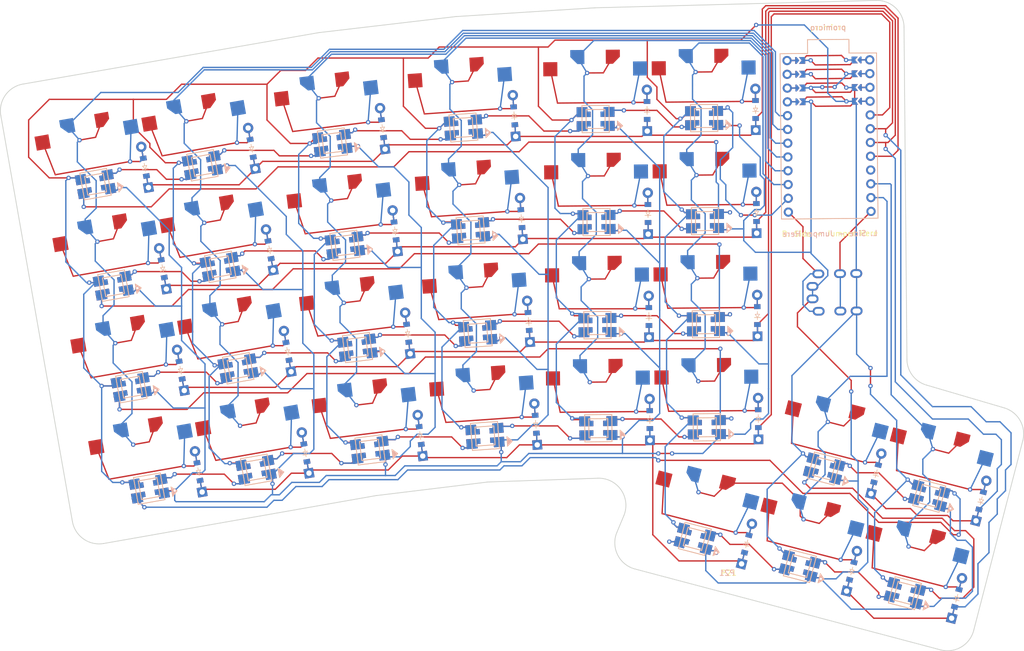
<source format=kicad_pcb>
(kicad_pcb (version 20221018) (generator pcbnew)
  (title_block (title "boardPcb") (rev "v1.0.0") (company "Unknown"))
  (layers (0 "F.Cu" signal) (31 "B.Cu" signal) (34 "B.Paste" user) (35 "F.Paste" user) (36 "B.SilkS" user "B.Silkscreen") (37 "F.SilkS" user "F.Silkscreen") (38 "B.Mask" user) (39 "F.Mask" user) (44 "Edge.Cuts" user))
  (net 0 "")
  (net 1 "P2")
  (net 2 "pinky1_bottom")
  (net 3 "pinky1_middle")
  (net 4 "pinky1_top")
  (net 5 "pinky1_number")
  (net 6 "P3")
  (net 7 "pink2_bottom")
  (net 8 "pink2_middle")
  (net 9 "pink2_top")
  (net 10 "pink2_number")
  (net 11 "P4")
  (net 12 "ring_bottom")
  (net 13 "ring_middle")
  (net 14 "ring_top")
  (net 15 "ring_number")
  (net 16 "P5")
  (net 17 "middle_bottom")
  (net 18 "middle_middle")
  (net 19 "middle_top")
  (net 20 "middle_number")
  (net 21 "P6")
  (net 22 "pointer_bottom")
  (net 23 "pointer_middle")
  (net 24 "pointer_top")
  (net 25 "pointer_number")
  (net 26 "P7")
  (net 27 "pointer2_bottom")
  (net 28 "pointer2_middle")
  (net 29 "pointer2_top")
  (net 30 "pointer2_number")
  (net 31 "P14")
  (net 32 "near_thumb")
  (net 33 "home_thumb")
  (net 34 "P16")
  (net 35 "far_thumb")
  (net 36 "home2_thumb2")
  (net 37 "far2_thumb2")
  (net 38 "P21")
  (net 39 "P20")
  (net 40 "P19")
  (net 41 "P18")
  (net 42 "P1")
  (net 43 "P0")
  (net 44 "P8")
  (net 45 "P9")
  (net 46 "P15")
  (net 47 "P10")
  (net 48 "RAW")
  (net 49 "RST")
  (net 50 "VCC")
  (net 51 "GND")
  (net 52 "_1_0")
  (net 53 "_1_23")
  (net 54 "_1_1")
  (net 55 "_1_22")
  (net 56 "_1_2")
  (net 57 "_1_21")
  (net 58 "_1_3")
  (net 59 "_1_20")
  (net 60 "L001")
  (net 61 "L002")
  (net 62 "L003")
  (net 63 "L004")
  (net 64 "L005")
  (net 65 "L006")
  (net 66 "L007")
  (net 67 "L008")
  (net 68 "L009")
  (net 69 "L010")
  (net 70 "L011")
  (net 71 "L012")
  (net 72 "L013")
  (net 73 "L014")
  (net 74 "L015")
  (net 75 "L016")
  (net 76 "L017")
  (net 77 "L018")
  (net 78 "L019")
  (net 79 "L020")
  (net 80 "L021")
  (net 81 "L022")
  (net 82 "L023")
  (net 83 "L024")
  (net 84 "L025")
  (net 85 "L026")
  (net 86 "L027")
  (net 87 "L028")
  (net 88 "L029")
  (footprint "ComboDiode" (layer "F.Cu") (at 226.268093 171.304627 90.5)
    (fp_text reference "D17" hide)
    (fp_text value "" hide)
  )
  (footprint "ComboDiode" (layer "F.Cu") (at 136.488398 143.478804 100)
    (fp_text reference "D3" hide)
    (fp_text value "" hide)
  )
  (footprint "ComboDiode" (layer "F.Cu") (at 202.605777 134.253302 94)
    (fp_text reference "D15" hide)
    (fp_text value "" hide)
  )
  (footprint "WS2812B" (layer "F.Cu") (at 216.781544 172.887472 0.5)
    (fp_text reference "LED17" hide)
    (fp_text value "" hide)
  )
  (footprint "WS2812B" (layer "F.Cu") (at 236.780783 172.712941 0.5)
    (fp_text reference "LED50" hide)
    (fp_text value "" hide)
  )
  (footprint "ComboDiode" (layer "F.Cu") (at 246.101527 152.130819 90.5)
    (fp_text reference "D22" hide)
    (fp_text value "" hide)
  )
  (footprint "ComboDiode" (layer "F.Cu") (at 267.997606 181.263336 75.5)
    (fp_text reference "D28" hide)
    (fp_text value "" hide)
  )
  (footprint "WS2812B" (layer "F.Cu") (at 236.28337 115.715111 0.5)
    (fp_text reference "LED24" hide)
    (fp_text value "" hide)
  )
  (footprint "ComboDiode" (layer "F.Cu") (at 159.483869 158.717188 100)
    (fp_text reference "D6" hide)
    (fp_text value "" hide)
  )
  (footprint "PG1350" (layer "F.Cu") (at 167.087664 114.850977 7)
    (fp_text reference "S12" hide)
    (fp_text value "" hide)
  )
  (footprint "ComboDiode" (layer "F.Cu") (at 245.935723 133.131543 90.5)
    (fp_text reference "D23" hide)
    (fp_text value "" hide)
  )
  (footprint "WS2812B" (layer "F.Cu") (at 150.388667 161.844057 10)
    (fp_text reference "LED6" hide)
    (fp_text value "" hide)
  )
  (footprint "ComboDiode" (layer "F.Cu") (at 246.267331 171.130096 90.5)
    (fp_text reference "D21" hide)
    (fp_text value "" hide)
  )
  (footprint "PG1350" (layer "F.Cu") (at 216.567744 148.388405 0.5)
    (fp_text reference "S18" hide)
    (fp_text value "" hide)
  )
  (footprint "ComboDiode" (layer "F.Cu") (at 287.360559 186.270936 75.5)
    (fp_text reference "D29" hide)
    (fp_text value "" hide)
  )
  (footprint "PG1350" (layer "F.Cu") (at 216.733548 167.387681 0.5)
    (fp_text reference "S17" hide)
    (fp_text value "" hide)
  )
  (footprint "ComboDiode" (layer "F.Cu") (at 177.00433 117.663403 97)
    (fp_text reference "D12" hide)
    (fp_text value "" hide)
  )
  (footprint "WS2812B" (layer "F.Cu") (at 273.296712 203.301983 -14.5)
    (fp_text reference "LED56" hide)
    (fp_text value "" hide)
  )
  (footprint "WS2812B" (layer "F.Cu") (at 127.393197 146.605673 10)
    (fp_text reference "LED32" hide)
    (fp_text value "" hide)
  )
  (footprint "ComboDiode" (layer "F.Cu") (at 139.787714 162.190151 100)
    (fp_text reference "D2" hide)
    (fp_text value "" hide)
  )
  (footprint "TRRS-PJ-320A-dual" (layer "F.Cu") (at 267.574529 148.943313 -89.5)
    (fp_text reference "TRRS1")
    (fp_text value "TRRS-PJ-320A-dual")
  )
  (footprint "WS2812B" (layer "F.Cu") (at 143.790037 124.421362 10)
    (fp_text reference "LED37" hide)
    (fp_text value "" hide)
  )
  (footprint "WS2812B" (layer "F.Cu") (at 172.388981 158.026735 7)
    (fp_text reference "LED10" hide)
    (fp_text value "" hide)
  )
  (footprint "PG1350" (layer "F.Cu") (at 123.138817 122.477883 10)
    (fp_text reference "S4" hide)
    (fp_text value "" hide)
  )
  (footprint "WS2812B" (layer "F.Cu") (at 170.073463 139.168358 7)
    (fp_text reference "LED11" hide)
    (fp_text value "" hide)
  )
  (footprint "WS2812B" (layer "F.Cu") (at 193.233553 136.412334 4)
    (fp_text reference "LED44" hide)
    (fp_text value "" hide)
  )
  (footprint "WS2812B" (layer "F.Cu") (at 147.089352 143.13271 10)
    (fp_text reference "LED36" hide)
    (fp_text value "" hide)
  )
  (footprint "WS2812B" (layer "F.Cu") (at 258.424633 180.336947 -14.5)
    (fp_text reference "LED28" hide)
    (fp_text value "" hide)
  )
  (footprint "WS2812B" (layer "F.Cu") (at 216.449936 134.888919 0.5)
    (fp_text reference "LED48" hide)
    (fp_text value "" hide)
  )
  (footprint "PG1350" (layer "F.Cu") (at 169.403182 133.709354 7)
    (fp_text reference "S11" hide)
    (fp_text value "" hide)
  )
  (footprint "WS2812B" (layer "F.Cu") (at 216.61574 153.888195 0.5)
    (fp_text reference "LED18" hide)
    (fp_text value "" hide)
  )
  (footprint "ComboDiode" (layer "F.Cu") (at 225.936484 133.306074 90.5)
    (fp_text reference "D19" hide)
    (fp_text value "" hide)
  )
  (footprint "WS2812B" (layer "F.Cu") (at 253.933759 198.294383 -14.5)
    (fp_text reference "LED26" hide)
    (fp_text value "" hide)
  )
  (footprint "WS2812B" (layer "F.Cu") (at 258.424633 180.336947 -14.5)
    (fp_text reference "LED57" hide)
    (fp_text value "" hide)
  )
  (footprint "PG1350" (layer "F.Cu") (at 192.849893 130.925732 4)
    (fp_text reference "S15" hide)
    (fp_text value "" hide)
  )
  (footprint "ComboDiode" (layer "F.Cu") (at 244.143779 194.213171 75.5)
    (fp_text reference "D25" hide)
    (fp_text value "" hide)
  )
  (footprint "WS2812B" (layer "F.Cu") (at 234.570806 193.286783 -14.5)
    (fp_text reference "LED25" hide)
    (fp_text value "" hide)
  )
  (footprint "WS2812B" (layer "F.Cu") (at 167.757946 120.309981 7)
    (fp_text reference "LED12" hide)
    (fp_text value "" hide)
  )
  (footprint "WS2812B" (layer "F.Cu") (at 130.692512 165.31702 10)
    (fp_text reference "LED2" hide)
    (fp_text value "" hide)
  )
  (footprint "PG1350" (layer "F.Cu") (at 216.40194 129.389128 0.5)
    (fp_text reference "S19" hide)
    (fp_text value "" hide)
  )
  (footprint "WS2812B" (layer "F.Cu") (at 216.449936 134.888919 0.5)
    (fp_text reference "LED19" hide)
    (fp_text value "" hide)
  )
  (footprint "PG1350" (layer "F.Cu") (at 236.401178 129.214597 0.5)
    (fp_text reference "S23" hide)
    (fp_text value "" hide)
  )
  (footprint "ComboDiode" (layer "F.Cu") (at 263.506732 199.220771 75.5)
    (fp_text reference "D26" hide)
    (fp_text value "" hide)
  )
  (footprint "PG1350" (layer "F.Cu") (at 236.235374 110.215321 0.5)
    (fp_text reference "S24" hide)
    (fp_text value "" hide)
  )
  (footprint "WS2812B" (layer "F.Cu") (at 170.073463 139.168358 7)
    (fp_text reference "LED40" hide)
    (fp_text value "" hide)
  )
  (footprint "PG1350" (layer "F.Cu") (at 152.732918 175.138962 10)
    (fp_text reference "S5" hide)
    (fp_text value "" hide)
  )
  (footprint "WS2812B" (layer "F.Cu") (at 127.393197 146.605673 10)
    (fp_text reference "LED3" hide)
    (fp_text value "" hide)
  )
  (footprint "PG1350" (layer "F.Cu") (at 279.164676 180.019735 -14.5)
    (fp_text reference "S29" hide)
    (fp_text value "" hide)
  )
  (footprint "PG1350" (layer "F.Cu") (at 259.801723 175.012135 -14.5)
    (fp_text reference "S28" hide)
    (fp_text value "" hide)
  )
  (footprint "PG1350" (layer "F.Cu") (at 129.737447 159.900578 10)
    (fp_text reference "S2" hide)
    (fp_text value "" hide)
  )
  (footprint "WS2812B" (layer "F.Cu") (at 133.991828 184.028368 10)
    (fp_text reference "LED30" hide)
    (fp_text value "" hide)
  )
  (footprint "WS2812B" (layer "F.Cu") (at 150.388667 161.844057 10)
    (fp_text reference "LED35" hide)
    (fp_text value "" hide)
  )
  (footprint "WS2812B" (layer "F.Cu") (at 277.787586 185.344547 -14.5)
    (fp_text reference "LED58" hide)
    (fp_text value "" hide)
  )
  (footprint "ComboDiode" (layer "F.Cu") (at 143.087029 180.901498 100)
    (fp_text reference "D1" hide)
    (fp_text value "" hide)
  )
  (footprint "WS2812B" (layer "F.Cu") (at 236.28337 115.715111 0.5)
    (fp_text reference "LED53" hide)
    (fp_text value "" hide)
  )
  (footprint "WS2812B" (layer "F.Cu") (at 234.570806 193.286783 -14.5)
    (fp_text reference "LED54" hide)
    (fp_text value "" hide)
  )
  (footprint "PG1350" (layer "F.Cu") (at 133.036763 178.611925 10)
    (fp_text reference "S1" hide)
    (fp_text value "" hide)
  )
  (footprint "ComboDiode" (layer "F.Cu") (at 205.256523 172.160736 94)
    (fp_text reference "D13" hide)
    (fp_text value "" hide)
  )
  (footprint "WS2812B" (layer "F.Cu") (at 216.284132 115.889642 0.5)
    (fp_text reference "LED20" hide)
    (fp_text value "" hide)
  )
  (footprint "PG1350" (layer "F.Cu") (at 274.673802 197.977171 -14.5)
    (fp_text reference "S27" hide)
    (fp_text value "" hide)
  )
  (footprint "WS2812B" (layer "F.Cu") (at 130.692512 165.31702 10)
    (fp_text reference "LED31" hide)
    (fp_text value "" hide)
  )
  (footprint "ProMicro" (layer "F.Cu") (at 259.313037 119.014268 0.5)
    (fp_text reference "")
    (fp_text value "")
  )
  (footprint "PG1350" (layer "F.Cu") (at 191.52452 111.972015 4)
    (fp_text reference "S16" hide)
    (fp_text value "" hide)
  )
  (footprint "PG1350" (layer "F.Cu") (at 142.834972 119.00492 10)
    (fp_text reference "S8" hide)
    (fp_text value "" hide)
  )
  (footprint "WS2812B" (layer "F.Cu") (at 167.757946 120.309981 7)
    (fp_text reference "LED41" hide)
    (fp_text value "" hide)
  )
  (footprint "ComboDiode" (layer "F.Cu") (at 225.77068 114.306797 90.5)
    (fp_text reference "D20" hide)
    (fp_text value "" hide)
  )
  (footprint "WS2812B" (layer "F.Cu") (at 153.687983 180.555404 10)
    (fp_text reference "LED5" hide)
    (fp_text value "" hide)
  )
  (footprint "ComboDiode" (layer "F.Cu") (at 203.93115 153.207019 94)
    (fp_text reference "D14" hide)
    (fp_text value "" hide)
  )
  (footprint "WS2812B" (layer "F.Cu") (at 236.614978 153.713664 0.5)
    (fp_text reference "LED51" hide)
    (fp_text value "" hide)
  )
  (footprint "PG1350" (layer "F.Cu") (at 126.438132 141.189231 10)
    (fp_text reference "S3" hide)
    (fp_text value "" hide)
  )
  (footprint "PG1350" (layer "F.Cu") (at 255.310849 192.969571 -14.5)
    (fp_text reference "S26" hide)
    (fp_text value "" hide)
  )
  (footprint "PG1350" (layer "F.Cu") (at 149.433602 156.427614 10)
    (fp_text reference "S6" hide)
    (fp_text value "" hide)
  )
  (footprint "PG1350" (layer "F.Cu") (at 195.500639 168.833166 4)
    (fp_text reference "S13" hide)
    (fp_text value "" hide)
  )
  (footprint "WS2812B" (layer "F.Cu") (at 153.687983 180.555404 10)
    (fp_text reference "LED34" hide)
    (fp_text value "" hide)
  )
  (footprint "PG1350" (layer "F.Cu") (at 236.566983 148.213874 0.5)
    (fp_text reference "S22" hide)
    (fp_text value "" hide)
  )
  (footprint "WS2812B" (layer "F.Cu") (at 172.388981 158.026735 7)
    (fp_text reference "LED39" hide)
    (fp_text value "" hide)
  )
  (footprint "WS2812B" (layer "F.Cu") (at 133.991828 184.028368 10)
    (fp_text reference "LED1" hide)
    (fp_text value "" hide)
  )
  (footprint "WS2812B" (layer "F.Cu") (at 194.558926 155.366051 4)
    (fp_text reference "LED43" hide)
    (fp_text value "" hide)
  )
  (footprint "ComboDiode" (layer "F.Cu") (at 152.885238 121.294493 100)
    (fp_text reference "D8" hide)
    (fp_text value "" hide)
  )
  (footprint "WS2812B" (layer "F.Cu") (at 216.61574 153.888195 0.5)
    (fp_text reference "LED47" hide)
    (fp_text value "" hide)
  )
  (footprint "WS2812B" (layer "F.Cu") (at 195.884299 174.319768 4)
    (fp_text reference "LED42" hide)
    (fp_text value "" hide)
  )
  (footprint "WS2812B" (layer "F.Cu") (at 143.790037 124.421362 10)
    (fp_text reference "LED8" hide)
    (fp_text value "" hide)
  )
  (footprint "PG1350" (layer "F.Cu") (at 216.236136 110.389852 0.5)
    (fp_text reference "S20" hide)
    (fp_text value "" hide)
  )
  (footprint "WS2812B" (layer "F.Cu") (at 191.90818 117.458617 4)
    (fp_text reference "LED16" hide)
    (fp_text value "" hide)
  )
  (footprint "WS2812B" (layer "F.Cu") (at 277.787586 185.344547 -14.5)
    (fp_text reference "LED29" hide)
    (fp_text value "" hide)
  )
  (footprint "WS2812B" (layer "F.Cu") (at 216.284132 115.889642 0.5)
    (fp_text reference "LED49" hide)
    (fp_text value "" hide)
  )
  (footprint "WS2812B" (layer "F.Cu") (at 195.884299 174.319768 4)
    (fp_text reference "LED13" hide)
    (fp_text value "" hide)
  )
  (footprint "ComboDiode" (layer "F.Cu") (at 156.184553 140.00584 100)
    (fp_text reference "D7" hide)
    (fp_text value "" hide)
  )
  (footprint "WS2812B" (layer "F.Cu") (at 216.781544 172.887472 0.5)
    (fp_text reference "LED46" hide)
    (fp_text value "" hide)
  )
  (footprint "PG1350" (layer "F.Cu") (at 236.732787 167.21315 0.5)
    (fp_text reference "S21" hide)
    (fp_text value "" hide)
  )
  (footprint "WS2812B" (layer "F.Cu") (at 253.933759 198.294383 -14.5)
    (fp_text reference "LED55" hide)
    (fp_text value "" hide)
  )
  (footprint "WS2812B" (layer "F.Cu") (at 273.296712 203.301983 -14.5)
    (fp_text reference "LED27" hide)
    (fp_text value "" hide)
  )
  (footprint "WS2812B" (layer "F.Cu") (at 124.093882 127.894326 10)
    (fp_text reference "LED4" hide)
    (fp_text value "" hide)
  )
  (footprint "WS2812B" (layer "F.Cu") (at 194.558926 155.366051 4)
    (fp_text reference "LED14" hide)
    (fp_text value "" hide)
  )
  (footprint "WS2812B" (layer "F.Cu") (at 191.90818 117.458617 4)
    (fp_text reference "LED45" hide)
    (fp_text value "" hide)
  )
  (footprint "WS2812B" (layer "F.Cu") (at 236.780783 172.712941 0.5)
    (fp_text reference "LED21" hide)
    (fp_text value "" hide)
  )
  (footprint "ComboDiode" (layer "F.Cu") (at 282.869685 204.228371 75.5)
    (fp_text reference "D27" hide)
    (fp_text value "" hide)
  )
  (footprint "ComboDiode" (layer "F.Cu") (at 183.950883 174.238534 97)
    (fp_text reference "D9" hide)
    (fp_text value "" hide)
  )
  (footprint "PG1350" (layer "F.Cu") (at 146.134287 137.716267 10)
    (fp_text reference "S7" hide)
    (fp_text value "" hide)
  )
  (footprint "WS2812B" (layer "F.Cu") (at 147.089352 143.13271 10)
    (fp_text reference "LED7" hide)
    (fp_text value "" hide)
  )
  (footprint "PG1350" (layer "F.Cu") (at 235.947896 187.961971 -14.5)
    (fp_text reference "S25" hide)
    (fp_text value "" hide)
  )
  (footprint "WS2812B" (layer "F.Cu") (at 193.233553 136.412334 4)
    (fp_text reference "LED15" hide)
    (fp_text value "" hide)
  )
  (footprint "PG1350" (layer "F.Cu") (at 194.175266 149.879449 4)
    (fp_text reference "S14" hide)
    (fp_text value "" hide)
  )
  (footprint "ComboDiode" (layer "F.Cu") (at 201.280404 115.299585 94)
    (fp_text reference "D16" hide)
    (fp_text value "" hide)
  )
  (footprint "ComboDiode" (layer "F.Cu") (at 226.102289 152.30535 90.5)
    (fp_text reference "D18" hide)
    (fp_text value "" hide)
  )
  (footprint "ComboDiode" (layer "F.Cu") (at 245.769919 114.132266 90.5)
    (fp_text reference "D24" hide)
    (fp_text value "" hide)
  )
  (footprint "WS2812B" (layer "F.Cu") (at 124.093882 127.894326 10)
    (fp_text reference "LED33" hide)
    (fp_text value "" hide)
  )
  (footprint "ComboDiode" (layer "F.Cu") (at 133.189083 124.767457 100)
    (fp_text reference "D4" hide)
    (fp_text value "" hide)
  )
  (footprint "PG1350" (layer "F.Cu") (at 171.718699 152.567731 7)
    (fp_text reference "S10" hide)
    (fp_text value "" hide)
  )
  (footprint "ComboDiode" (layer "F.Cu") (at 162.783184 177.428535 100)
    (fp_text reference "D5" hide)
    (fp_text value "" hide)
  )
  (footprint "WS2812B" (layer "F.Cu") (at 174.704498 176.885112 7)
    (fp_text reference "LED9" hide)
    (fp_text value "" hide)
  )
  (footprint "ComboDiode" (layer "F.Cu") (at 179.319848 136.52178 97)
    (fp_text reference "D11" hide)
    (fp_text value "" hide)
  )
  (footprint "PG1350" (layer "F.Cu") (at 174.034217 171.426108 7)
    (fp_text reference "S9" hide)
    (fp_text value "" hide)
  )
  (footprint "WS2812B" (layer "F.Cu") (at 236.449174 134.714388 0.5)
    (fp_text reference "LED52" hide)
    (fp_text value "" hide)
  )
  (footprint "WS2812B" (layer "F.Cu") (at 174.704498 176.885112 7)
    (fp_text reference "LED38" hide)
    (fp_text value "" hide)
  )
  (footprint "WS2812B" (layer "F.Cu") (at 236.614978 153.713664 0.5)
    (fp_text reference "LED22" hide)
    (fp_text value "" hide)
  )
  (footprint "ComboDiode" (layer "F.Cu") (at 181.635365 155.380157 97)
    (fp_text reference "D10" hide)
    (fp_text value "" hide)
  )
  (footprint "WS2812B" (layer "F.Cu") (at 236.449174 134.714388 0.5)
    (fp_text reference "LED23" hide)
    (fp_text value "" hide)
  )
  (gr_line (start 175.609717 185.344738) (end 125.618069 194.138129) (stroke (width 0.15)) (layer "Edge.Cuts"))
  (gr_line (start 110.69956 109.451756) (end 165.122689 99.9866) (stroke (width 0.15)) (layer "Edge.Cuts"))
  (gr_line (start 119.827842 190.08197) (end 106.63225 115.246051) (stroke (width 0.15)) (layer "Edge.Cuts"))
  (gr_arc (start 190.345159 97.024136) (mid 190.478332 97.01034) (end 190.611827 97.000115) (stroke (width 0.15)) (layer "Edge.Cuts"))
  (gr_arc (start 196.261325 182.825328) (mid 196.477596 182.803777) (end 196.694599 182.791644) (stroke (width 0.15)) (layer "Edge.Cuts"))
  (gr_line (start 279.86162 213.750158) (end 223.539185 198.844948) (stroke (width 0.15)) (layer "Edge.Cuts"))
  (gr_line (start 220.20411 192.085529) (end 221.478527 189.032033) (stroke (width 0.15)) (layer "Edge.Cuts"))
  (gr_arc (start 175.609716 185.344738) (mid 175.740646 185.323494) (end 175.872093 185.305731) (stroke (width 0.15)) (layer "Edge.Cuts"))
  (gr_arc (start 223.539184 198.844948) (mid 220.334436 196.223693) (end 220.20411 192.085529) (stroke (width 0.15)) (layer "Edge.Cuts"))
  (gr_line (start 196.261325 182.825328) (end 175.872093 185.305731) (stroke (width 0.15)) (layer "Edge.Cuts"))
  (gr_line (start 277.265037 164.934786) (end 291.59479 169.138922) (stroke (width 0.15)) (layer "Edge.Cuts"))
  (gr_line (start 216.197189 95.388007) (end 268.007608 94.026701) (stroke (width 0.15)) (layer "Edge.Cuts"))
  (gr_line (start 216.693747 182.109127) (end 196.694599 182.791644) (stroke (width 0.15)) (layer "Edge.Cuts"))
  (gr_arc (start 291.594789 169.138921) (mid 294.535765 171.468921) (end 295.027932 175.1886) (stroke (width 0.15)) (layer "Edge.Cuts"))
  (gr_line (start 165.39767 99.946613) (end 190.345159 97.024136) (stroke (width 0.15)) (layer "Edge.Cuts"))
  (gr_line (start 190.611827 97.000115) (end 216.013438 95.396219) (stroke (width 0.15)) (layer "Edge.Cuts"))
  (gr_line (start 273.138746 98.981343) (end 273.672824 160.180641) (stroke (width 0.15)) (layer "Edge.Cuts"))
  (gr_arc (start 165.122688 99.9866) (mid 165.259901 99.964696) (end 165.39767 99.946613) (stroke (width 0.15)) (layer "Edge.Cuts"))
  (gr_arc (start 216.013437 95.396219) (mid 216.105275 95.391268) (end 216.197189 95.388007) (stroke (width 0.15)) (layer "Edge.Cuts"))
  (gr_arc (start 125.618069 194.13813) (mid 121.883145 193.308892) (end 119.827842 190.08197) (stroke (width 0.15)) (layer "Edge.Cuts"))
  (gr_line (start 295.027932 175.1886) (end 285.981526 210.168454) (stroke (width 0.15)) (layer "Edge.Cuts"))
  (gr_arc (start 268.007607 94.026701) (mid 271.612068 95.428123) (end 273.138746 98.981343) (stroke (width 0.15)) (layer "Edge.Cuts"))
  (gr_arc (start 277.265036 164.934786) (mid 274.683374 163.151276) (end 273.672824 160.180641) (stroke (width 0.15)) (layer "Edge.Cuts"))
  (gr_arc (start 285.981526 210.168454) (mid 283.666327 213.231835) (end 279.86162 213.750158) (stroke (width 0.15)) (layer "Edge.Cuts"))
  (gr_arc (start 106.632251 115.246051) (mid 107.463884 111.505144) (end 110.69956 109.451756) (stroke (width 0.15)) (layer "Edge.Cuts"))
  (gr_arc (start 216.693747 182.109127) (mid 220.977469 184.263382) (end 221.478527 189.032033) (stroke (width 0.15)) (layer "Edge.Cuts"))
  (gr_text "P21" (at 242.062 200.152) (layer "B.SilkS") (effects (font (size 1 1)) (justify left bottom mirror)))
  (gr_text "P21" (at 239.268 200.152) (layer "F.SilkS") (effects (font (size 1 1)) (justify left bottom)))
  (segment (start 128.63 134.76) (end 127.39 137.97) (width 0.25) (layer "F.Cu") (net 1))
  (segment (start 130.69 156.69) (end 127.74 157.21) (width 0.25) (layer "F.Cu") (net 1))
  (segment (start 127.39 137.97) (end 124.44 138.5) (width 0.25) (layer "F.Cu") (net 1))
  (segment (start 133.99 175.4) (end 131.04 175.92) (width 0.25) (layer "F.Cu") (net 1))
  (segment (start 124.1 119.26) (end 121.14 119.78) (width 0.25) (layer "F.Cu") (net 1))
  (segment (start 125.33 116.05) (end 124.1 119.26) (width 0.25) (layer "F.Cu") (net 1))
  (segment (start 135.23 172.18) (end 133.99 175.4) (width 0.25) (layer "F.Cu") (net 1))
  (segment (start 131.93 153.47) (end 130.69 156.69) (width 0.25) (layer "F.Cu") (net 1))
  (segment (start 249.428 103.49802) (end 249.428 114.554) (width 0.25) (layer "B.Cu") (net 1))
  (segment (start 124.206 132.334) (end 122.17968 134.36032) (width 0.25) (layer "B.Cu") (net 1))
  (segment (start 191.77 99.568) (end 245.49798 99.568) (width 0.25) (layer "B.Cu") (net 1))
  (segment (start 127.508 150.114) (end 125.478995 152.143005) (width 0.25) (layer "B.Cu") (net 1))
  (segment (start 127.339291 157.606627) (end 127.339291 160.867291) (width 0.25) (layer "B.Cu") (net 1))
  (segment (start 249.428 114.554) (end 250.144909 115.270909) (width 0.25) (layer "B.Cu") (net 1))
  (segment (start 139.317604 110.998) (end 143.938601 106.377003) (width 0.25) (layer "B.Cu") (net 1))
  (segment (start 118.88 117.19) (end 121.14 119.78) (width 0.25) (layer "B.Cu") (net 1))
  (segment (start 250.144909 115.270909) (end 251.660079 115.270909) (width 0.25) (layer "B.Cu") (net 1))
  (segment (start 127.339291 160.867291) (end 130.81 164.338) (width 0.25) (layer "B.Cu") (net 1))
  (segment (start 125.478995 152.143005) (end 125.478995 154.60967) (width 0.25) (layer "B.Cu") (net 1))
  (segment (start 130.81 170.18) (end 128.778311 172.211689) (width 0.25) (layer "B.Cu") (net 1))
  (segment (start 124.039976 142.073976) (end 127.508 145.542) (width 0.25) (layer "B.Cu") (net 1))
  (segment (start 122.18 135.9) (end 124.44 138.5) (width 0.25) (layer "B.Cu") (net 1))
  (segment (start 143.938601 106.377003) (end 163.878997 106.377003) (width 0.25) (layer "B.Cu") (net 1))
  (segment (start 121.140661 119.783932) (end 120.740661 120.183932) (width 0.25) (layer "B.Cu") (net 1))
  (segment (start 124.206 127.254) (end 124.206 132.334) (width 0.25) (layer "B.Cu") (net 1))
  (segment (start 125.48 154.61) (end 127.74 157.21) (width 0.25) (layer "B.Cu") (net 1))
  (segment (start 163.878997 106.377003) (end 167.219494 103.036506) (width 0.25) (layer "B.Cu") (net 1))
  (segment (start 120.740661 120.183932) (end 120.740661 123.788661) (width 0.25) (layer "B.Cu") (net 1))
  (segment (start 125.06934 110.998) (end 139.317604 110.998) (width 0.25) (layer "B.Cu") (net 1))
  (segment (start 128.78 173.32) (end 131.04 175.92) (width 0.25) (layer "B.Cu") (net 1))
  (segment (start 130.81 164.338) (end 130.81 170.18) (width 0.25) (layer "B.Cu") (net 1))
  (segment (start 120.740661 123.788661) (end 124.206 127.254) (width 0.25) (layer "B.Cu") (net 1))
  (segment (start 124.439976 138.49528) (end 124.039976 138.89528) (width 0.25) (layer "B.Cu") (net 1))
  (segment (start 188.301494 103.036506) (end 191.77 99.568) (width 0.25) (layer "B.Cu") (net 1))
  (segment (start 245.49798 99.568) (end 249.428 103.49802) (width 0.25) (layer "B.Cu") (net 1))
  (segment (start 118.880365 117.186975) (end 125.06934 110.998) (width 0.25) (layer "B.Cu") (net 1))
  (segment (start 128.778311 172.211689) (end 128.778311 173.321017) (width 0.25) (layer "B.Cu") (net 1))
  (segment (start 167.219494 103.036506) (end 188.301494 103.036506) (width 0.25) (layer "B.Cu") (net 1))
  (segment (start 124.039976 138.89528) (end 124.039976 142.073976) (width 0.25) (layer "B.Cu") (net 1))
  (segment (start 127.508 145.542) (end 127.508 150.114) (width 0.25) (layer "B.Cu") (net 1))
  (segment (start 127.739291 157.206627) (end 127.339291 157.606627) (width 0.25) (layer "B.Cu") (net 1))
  (segment (start 122.17968 134.36032) (end 122.17968 135.898323) (width 0.25) (layer "B.Cu") (net 1))
  (segment (start 142.8 179.28) (end 142.43 177.15) (width 0.25) (layer "F.Cu") (net 2))
  (segment (start 140.36 179.86) (end 126.58 182.29) (width 0.25) (layer "F.Cu") (net 2))
  (segment (start 124.24 176.36) (end 126.58 182.29) (width 0.25) (layer "F.Cu") (net 2))
  (segment (start 142.218668 179.858407) (end 142.80051 179.276565) (width 0.25) (layer "F.Cu") (net 2))
  (segment (start 140.364538 179.858407) (end 142.218668 179.858407) (width 0.25) (layer "F.Cu") (net 2))
  (segment (start 140.53 173.48) (end 140.36 179.86) (width 0.25) (layer "B.Cu") (net 2))
  (segment (start 142.8 179.28) (end 142.43 177.15) (width 0.25) (layer "B.Cu") (net 2))
  (segment (start 137.07 161.15) (end 123.28 163.58) (width 0.25) (layer "F.Cu") (net 3))
  (segment (start 138.919353 161.14706) (end 139.501195 160.565218) (width 0.25) (layer "F.Cu") (net 3))
  (segment (start 139.5 160.57) (end 139.13 158.44) (width 0.25) (layer "F.Cu") (net 3))
  (segment (start 120.94 157.64) (end 123.28 163.58) (width 0.25) (layer "F.Cu") (net 3))
  (segment (start 137.065222 161.14706) (end 138.919353 161.14706) (width 0.25) (layer "F.Cu") (net 3))
  (segment (start 139.5 160.57) (end 139.13 158.44) (width 0.25) (layer "B.Cu") (net 3))
  (segment (start 137.24 154.77) (end 137.07 161.15) (width 0.25) (layer "B.Cu") (net 3))
  (segment (start 135.620037 142.435713) (end 136.201879 141.853871) (width 0.25) (layer "F.Cu") (net 4))
  (segment (start 117.64 138.93) (end 119.98 144.87) (width 0.25) (layer "F.Cu") (net 4))
  (segment (start 136.2 141.85) (end 135.83 139.73) (width 0.25) (layer "F.Cu") (net 4))
  (segment (start 133.765907 142.435713) (end 135.620037 142.435713) (width 0.25) (layer "F.Cu") (net 4))
  (segment (start 133.77 142.44) (end 119.98 144.87) (width 0.25) (layer "F.Cu") (net 4))
  (segment (start 133.94 136.06) (end 133.77 142.44) (width 0.25) (layer "B.Cu") (net 4))
  (segment (start 136.2 141.85) (end 135.83 139.73) (width 0.25) (layer "B.Cu") (net 4))
  (segment (start 132.320723 123.724365) (end 132.902564 123.142524) (width 0.25) (layer "F.Cu") (net 5))
  (segment (start 130.47 123.72) (end 116.68 126.16) (width 0.25) (layer "F.Cu") (net 5))
  (segment (start 132.9 123.14) (end 132.53 121.02) (width 0.25) (layer "F.Cu") (net 5))
  (segment (start 114.34 120.22) (end 116.68 126.16) (width 0.25) (layer "F.Cu") (net 5))
  (segment (start 130.466592 123.724365) (end 132.320723 123.724365) (width 0.25) (layer "F.Cu") (net 5))
  (segment (start 132.320723 123.724365) (end 132.902564 123.142524) (width 0.25) (layer "B.Cu") (net 5))
  (segment (start 132.9 123.14) (end 132.53 121.02) (width 0.25) (layer "B.Cu") (net 5))
  (segment (start 130.64 117.35) (end 130.47 123.72) (width 0.25) (layer "B.Cu") (net 5))
  (segment (start 147.09 134.5) (end 144.14 135.02) (width 0.25) (layer "F.Cu") (net 6))
  (segment (start 150.39 153.21) (end 147.44 153.73) (width 0.25) (layer "F.Cu") (net 6))
  (segment (start 143.79 115.79) (end 140.84 116.31) (width 0.25) (layer "F.Cu") (net 6))
  (segment (start 154.92 168.71) (end 153.69 171.92) (width 0.25) (layer "F.Cu") (net 6))
  (segment (start 148.33 131.29) (end 147.09 134.5) (width 0.25) (layer "F.Cu") (net 6))
  (segment (start 153.69 171.92) (end 150.73 172.45) (width 0.25) (layer "F.Cu") (net 6))
  (segment (start 151.63 150) (end 150.39 153.21) (width 0.25) (layer "F.Cu") (net 6))
  (segment (start 145.03 112.58) (end 143.79 115.79) (width 0.25) (layer "F.Cu") (net 6))
  (segment (start 188.48789 103.486506) (end 191.898396 100.076) (width 0.25) (layer "B.Cu") (net 6))
  (segment (start 141.88 132.43) (end 144.14 135.02) (width 0.25) (layer "B.Cu") (net 6))
  (segment (start 147.035446 154.133663) (end 147.035446 157.449446) (width 0.25) (layer "B.Cu") (net 6))
  (segment (start 138.57652 112.37548) (end 144.124997 106.827003) (width 0.25) (layer "B.Cu") (net 6))
  (segment (start 143.467476 123.401476) (end 143.467476 128.820524) (width 0.25) (layer "B.Cu") (net 6))
  (segment (start 148.47 169.85) (end 150.73 172.45) (width 0.25) (layer "B.Cu") (net 6))
  (segment (start 138.58 113.71) (end 140.84 116.31) (width 0.25) (layer "B.Cu") (net 6))
  (segment (start 147.435446 153.733663) (end 147.035446 154.133663) (width 0.25) (layer "B.Cu") (net 6))
  (segment (start 249.890813 117.810813) (end 251.682244 117.810813) (width 0.25) (layer "B.Cu") (net 6))
  (segment (start 144.124997 106.827003) (end 164.065393 106.827003) (width 0.25) (layer "B.Cu") (net 6))
  (segment (start 167.40589 103.486506) (end 188.48789 103.486506) (width 0.25) (layer "B.Cu") (net 6))
  (segment (start 140.836816 116.310969) (end 140.436816 116.710969) (width 0.25) (layer "B.Cu") (net 6))
  (segment (start 145.18 151.14) (end 147.44 153.73) (width 0.25) (layer "B.Cu") (net 6))
  (segment (start 147.066 146.558) (end 145.17515 148.44885) (width 0.25) (layer "B.Cu") (net 6))
  (segment (start 145.17515 148.44885) (end 145.17515 151.136706) (width 0.25) (layer "B.Cu") (net 6))
  (segment (start 141.875835 130.412165) (end 141.875835 132.425359) (width 0.25) (layer "B.Cu") (net 6))
  (segment (start 248.942 103.648416) (end 248.942 116.862) (width 0.25) (layer "B.Cu") (net 6))
  (segment (start 143.51 135.648447) (end 143.51 138.43) (width 0.25) (layer "B.Cu") (net 6))
  (segment (start 150.368 160.782) (end 150.368 166.878) (width 0.25) (layer "B.Cu") (net 6))
  (segment (start 140.436816 116.710969) (end 140.436816 120.370816) (width 0.25) (layer "B.Cu") (net 6))
  (segment (start 147.035446 157.449446) (end 150.368 160.782) (width 0.25) (layer "B.Cu") (net 6))
  (segment (start 245.369584 100.076) (end 248.942 103.648416) (width 0.25) (layer "B.Cu") (net 6))
  (segment (start 150.368 166.878) (end 148.474466 168.771534) (width 0.25) (layer "B.Cu") (net 6))
  (segment (start 138.57652 113.714012) (end 138.57652 112.37548) (width 0.25) (layer "B.Cu") (net 6))
  (segment (start 144.136131 135.022316) (end 143.51 135.648447) (width 0.25) (layer "B.Cu") (net 6))
  (segment (start 140.436816 120.370816) (end 143.467476 123.401476) (width 0.25) (layer "B.Cu") (net 6))
  (segment (start 164.065393 106.827003) (end 167.40589 103.486506) (width 0.25) (layer "B.Cu") (net 6))
  (segment (start 248.942 116.862) (end 249.890813 117.810813) (width 0.25) (layer "B.Cu") (net 6))
  (segment (start 191.898396 100.076) (end 245.369584 100.076) (width 0.25) (layer "B.Cu") (net 6))
  (segment (start 148.474466 168.771534) (end 148.474466 169.848054) (width 0.25) (layer "B.Cu") (net 6))
  (segment (start 143.51 138.43) (end 147.066 141.986) (width 0.25) (layer "B.Cu") (net 6))
  (segment (start 143.467476 128.820524) (end 141.875835 130.412165) (width 0.25) (layer "B.Cu") (net 6))
  (segment (start 147.066 141.986) (end 147.066 146.558) (width 0.25) (layer "B.Cu") (net 6))
  (segment (start 160.060693 176.385444) (end 161.914823 176.385444) (width 0.25) (layer "F.Cu") (net 7))
  (segment (start 162.5 175.8) (end 162.12 173.68) (width 0.25) (layer "F.Cu") (net 7))
  (segment (start 143.93 172.88) (end 146.27 178.82) (width 0.25) (layer "F.Cu") (net 7))
  (segment (start 160.06 176.39) (end 146.27 178.82) (width 0.25) (layer "F.Cu") (net 7))
  (segment (start 161.914823 176.385444) (end 162.496665 175.803602) (width 0.25) (layer "F.Cu") (net 7))
  (segment (start 160.23 170.01) (end 160.06 176.39) (width 0.25) (layer "B.Cu") (net 7))
  (segment (start 162.5 175.8) (end 162.12 173.68) (width 0.25) (layer "B.Cu") (net 7))
  (segment (start 159.2 157.09) (end 158.82 154.97) (width 0.25) (layer "F.Cu") (net 8))
  (segment (start 156.761377 157.674096) (end 158.615509 157.674096) (width 0.25) (layer "F.Cu") (net 8))
  (segment (start 140.63 154.17) (end 142.97 160.11) (width 0.25) (layer "F.Cu") (net 8))
  (segment (start 156.76 157.67) (end 142.97 160.11) (width 0.25) (layer "F.Cu") (net 8))
  (segment (start 158.615509 157.674096) (end 159.19735 157.092255) (width 0.25) (layer "F.Cu") (net 8))
  (segment (start 159.2 157.09) (end 158.82 154.97) (width 0.25) (layer "B.Cu") (net 8))
  (segment (start 156.93 151.3) (end 156.76 157.67) (width 0.25) (layer "B.Cu") (net 8))
  (segment (start 155.9 138.38) (end 155.52 136.25) (width 0.25) (layer "F.Cu") (net 9))
  (segment (start 153.46 138.96) (end 139.67 141.39) (width 0.25) (layer "F.Cu") (net 9))
  (segment (start 155.316192 138.962749) (end 155.898034 138.380907) (width 0.25) (layer "F.Cu") (net 9))
  (segment (start 153.462062 138.962749) (end 155.316192 138.962749) (width 0.25) (layer "F.Cu") (net 9))
  (segment (start 137.33 135.46) (end 139.67 141.39) (width 0.25) (layer "F.Cu") (net 9))
  (segment (start 155.9 138.38) (end 155.52 136.25) (width 0.25) (layer "B.Cu") (net 9))
  (segment (start 153.63 132.59) (end 153.46 138.96) (width 0.25) (layer "B.Cu") (net 9))
  (segment (start 134.03 116.75) (end 136.38 122.68) (width 0.25) (layer "F.Cu") (net 10))
  (segment (start 150.16 120.25) (end 136.38 122.68) (width 0.25) (layer "F.Cu") (net 10))
  (segment (start 152.016877 120.251402) (end 152.598719 119.66956) (width 0.25) (layer "F.Cu") (net 10))
  (segment (start 150.162747 120.251402) (end 152.016877 120.251402) (width 0.25) (layer "F.Cu") (net 10))
  (segment (start 152.6 119.67) (end 152.22 117.54) (width 0.25) (layer "F.Cu") (net 10))
  (segment (start 150.33 113.87) (end 150.16 120.25) (width 0.25) (layer "B.Cu") (net 10))
  (segment (start 152.6 119.67) (end 152.22 117.54) (width 0.25) (layer "B.Cu") (net 10))
  (segment (start 169.61 108.55) (end 168.21 111.69) (width 0.25) (layer "F.Cu") (net 11))
  (segment (start 168.21 111.69) (end 165.23 112.06) (width 0.25) (layer "F.Cu") (net 11))
  (segment (start 175.16 168.27) (end 172.18 168.63) (width 0.25) (layer "F.Cu") (net 11))
  (segment (start 170.53 130.55) (end 167.55 130.91) (width 0.25) (layer "F.Cu") (net 11))
  (segment (start 174.24 146.26) (end 172.84 149.41) (width 0.25) (layer "F.Cu") (net 11))
  (segment (start 171.93 127.4) (end 170.53 130.55) (width 0.25) (layer "F.Cu") (net 11))
  (segment (start 172.84 149.41) (end 169.86 149.77) (width 0.25) (layer "F.Cu") (net 11))
  (segment (start 176.56 165.12) (end 175.16 168.27) (width 0.25) (layer "F.Cu") (net 11))
  (segment (start 248.492 119.369432) (end 249.473284 120.350716) (width 0.25) (layer "B.Cu") (net 11))
  (segment (start 163.111953 108.414047) (end 164.248997 107.277003) (width 0.25) (layer "B.Cu") (net 11))
  (segment (start 167.74 147.06) (end 169.86 149.77) (width 0.25) (layer "B.Cu") (net 11))
  (segment (start 167.357225 119.097225) (end 167.357225 124.742775) (width 0.25) (layer "B.Cu") (net 11))
  (segment (start 192.084792 100.526) (end 245.183188 100.526) (width 0.25) (layer "B.Cu") (net 11))
  (segment (start 170.06 165.92) (end 172.18 168.63) (width 0.25) (layer "B.Cu") (net 11))
  (segment (start 170.18 142.24) (end 167.742988 144.677012) (width 0.25) (layer "B.Cu") (net 11))
  (segment (start 170.058506 164.713494) (end 170.058506 165.91958) (width 0.25) (layer "B.Cu") (net 11))
  (segment (start 167.592286 103.936506) (end 188.674286 103.936506) (width 0.25) (layer "B.Cu") (net 11))
  (segment (start 164.833237 116.573237) (end 167.357225 119.097225) (width 0.25) (layer "B.Cu") (net 11))
  (segment (start 165.43 128.2) (end 167.55 130.91) (width 0.25) (layer "B.Cu") (net 11))
  (segment (start 172.212 162.56) (end 170.058506 164.713494) (width 0.25) (layer "B.Cu") (net 11))
  (segment (start 167.548755 130.91452) (end 166.878 131.585275) (width 0.25) (layer "B.Cu") (net 11))
  (segment (start 163.111953 109.344449) (end 163.111953 108.414047) (width 0.25) (layer "B.Cu") (net 11))
  (segment (start 167.742988 144.677012) (end 167.742988 147.061203) (width 0.25) (layer "B.Cu") (net 11))
  (segment (start 172.212 156.464) (end 172.212 162.56) (width 0.25) (layer "B.Cu") (net 11))
  (segment (start 164.251789 107.277003) (end 167.592286 103.936506) (width 0.25) (layer "B.Cu") (net 11))
  (segment (start 164.833237 112.456143) (end 164.833237 116.573237) (width 0.25) (layer "B.Cu") (net 11))
  (segment (start 248.492 103.834812) (end 248.492 119.369432) (width 0.25) (layer "B.Cu") (net 11))
  (segment (start 163.11 109.34) (end 165.23 112.06) (width 0.25) (layer "B.Cu") (net 11))
  (segment (start 169.864272 149.772897) (end 169.164 150.473169) (width 0.25) (layer "B.Cu") (net 11))
  (segment (start 169.164 150.473169) (end 169.164 153.416) (width 0.25) (layer "B.Cu") (net 11))
  (segment (start 166.878 134.874) (end 170.18 138.176) (width 0.25) (layer "B.Cu") (net 11))
  (segment (start 188.674286 103.936506) (end 192.084792 100.526) (width 0.25) (layer "B.Cu") (net 11))
  (segment (start 165.427471 126.672529) (end 165.427471 128.202826) (width 0.25) (layer "B.Cu") (net 11))
  (segment (start 170.18 138.176) (end 170.18 142.24) (width 0.25) (layer "B.Cu") (net 11))
  (segment (start 245.183188 100.526) (end 248.492 103.834812) (width 0.25) (layer "B.Cu") (net 11))
  (segment (start 167.357225 124.742775) (end 165.427471 126.672529) (width 0.25) (layer "B.Cu") (net 11))
  (segment (start 249.473284 120.350716) (end 251.70441 120.350716) (width 0.25) (layer "B.Cu") (net 11))
  (segment (start 165.233237 112.056143) (end 164.833237 112.456143) (width 0.25) (layer "B.Cu") (net 11))
  (segment (start 169.164 153.416) (end 172.212 156.464) (width 0.25) (layer "B.Cu") (net 11))
  (segment (start 164.248997 107.277003) (end 164.251789 107.277003) (width 0.25) (layer "B.Cu") (net 11))
  (segment (start 166.878 131.585275) (end 166.878 134.874) (width 0.25) (layer "B.Cu") (net 11))
  (segment (start 183.296244 173.054388) (end 183.749799 172.600833) (width 0.25) (layer "F.Cu") (net 12))
  (segment (start 181.286713 173.054388) (end 183.296244 173.054388) (width 0.25) (layer "F.Cu") (net 12))
  (segment (start 181.29 173.05) (end 167.39 174.76) (width 0.25) (layer "F.Cu") (net 12))
  (segment (start 165.36 168.71) (end 167.39 174.76) (width 0.25) (layer "F.Cu") (net 12))
  (segment (start 183.75 172.6) (end 183.49 170.46) (width 0.25) (layer "F.Cu") (net 12))
  (segment (start 181.79 166.7) (end 181.29 173.05) (width 0.25) (layer "B.Cu") (net 12))
  (segment (start 183.75 172.6) (end 183.49 170.46) (width 0.25) (layer "B.Cu") (net 12))
  (segment (start 180.980726 154.196011) (end 181.434281 153.742456) (width 0.25) (layer "F.Cu") (net 13))
  (segment (start 163.05 149.85) (end 165.08 155.9) (width 0.25) (layer "F.Cu") (net 13))
  (segment (start 178.971195 154.196011) (end 180.980726 154.196011) (width 0.25) (layer "F.Cu") (net 13))
  (segment (start 178.97 154.2) (end 165.08 155.9) (width 0.25) (layer "F.Cu") (net 13))
  (segment (start 181.43 153.74) (end 181.17 151.6) (width 0.25) (layer "F.Cu") (net 13))
  (segment (start 181.43 153.74) (end 181.17 151.6) (width 0.25) (layer "B.Cu") (net 13))
  (segment (start 179.48 147.84) (end 178.97 154.2) (width 0.25) (layer "B.Cu") (net 13))
  (segment (start 160.73 131) (end 162.76 137.04) (width 0.25) (layer "F.Cu") (net 14))
  (segment (start 178.665209 135.337634) (end 179.118764 134.884079) (width 0.25) (layer "F.Cu") (net 14))
  (segment (start 176.655678 135.337634) (end 178.665209 135.337634) (width 0.25) (layer "F.Cu") (net 14))
  (segment (start 179.12 134.88) (end 178.86 132.74) (width 0.25) (layer "F.Cu") (net 14))
  (segment (start 176.66 135.34) (end 162.76 137.04) (width 0.25) (layer "F.Cu") (net 14))
  (segment (start 177.16 128.98) (end 176.66 135.34) (width 0.25) (layer "B.Cu") (net 14))
  (segment (start 179.12 134.88) (end 178.86 132.74) (width 0.25) (layer "B.Cu") (net 14))
  (segment (start 174.34 116.48) (end 160.44 118.19) (width 0.25) (layer "F.Cu") (net 15))
  (segment (start 176.349691 116.479257) (end 176.803246 116.025702) (width 0.25) (layer "F.Cu") (net 15))
  (segment (start 174.34016 116.479257) (end 176.349691 116.479257) (width 0.25) (layer "F.Cu") (net 15))
  (segment (start 158.42 112.14) (end 160.44 118.19) (width 0.25) (layer "F.Cu") (net 15))
  (segment (start 176.8 116.03) (end 176.54 113.88) (width 0.25) (layer "F.Cu") (net 15))
  (segment (start 174.84 110.12) (end 174.34 116.48) (width 0.25) (layer "B.Cu") (net 15))
  (segment (start 176.8 116.03) (end 176.54 113.88) (width 0.25) (layer "B.Cu") (net 15))
  (segment (start 196.79 165.74) (end 193.8 165.95) (width 0.25) (layer "F.Cu") (net 16))
  (segment (start 192.81 108.87) (end 189.82 109.08) (width 0.25) (layer "F.Cu") (net 16))
  (segment (start 194.14 127.83) (end 191.14 128.04) (width 0.25) (layer "F.Cu") (net 16))
  (segment (start 197.03 143.72) (end 195.46 146.78) (width 0.25) (layer "F.Cu") (net 16))
  (segment (start 198.35 162.67) (end 196.79 165.74) (width 0.25) (layer "F.Cu") (net 16))
  (segment (start 194.38 105.81) (end 192.81 108.87) (width 0.25) (layer "F.Cu") (net 16))
  (segment (start 195.46 146.78) (end 192.47 146.99) (width 0.25) (layer "F.Cu") (net 16))
  (segment (start 195.7 124.76) (end 194.14 127.83) (width 0.25) (layer "F.Cu") (net 16))
  (segment (start 244.996792 100.976) (end 248.042 104.021208) (width 0.25) (layer "B.Cu") (net 16))
  (segment (start 193.294 140.716) (end 190.493193 143.516807) (width 0.25) (layer "B.Cu") (net 16))
  (segment (start 191.516 116.166621) (end 191.516 120.904) (width 0.25) (layer "B.Cu") (net 16))
  (segment (start 191.516 120.904) (end 189.16782 123.25218) (width 0.25) (layer "B.Cu") (net 16))
  (segment (start 187.84 106.26) (end 189.82 109.08) (width 0.25) (layer "B.Cu") (net 16))
  (segment (start 190.49 144.17) (end 192.47 146.99) (width 0.25) (layer "B.Cu") (net 16))
  (segment (start 189.992 131.572) (end 193.294 134.874) (width 0.25) (layer "B.Cu") (net 16))
  (segment (start 190.493193 143.516807) (end 190.493193 144.172395) (width 0.25) (layer "B.Cu") (net 16))
  (segment (start 248.042 121.296) (end 249.636619 122.890619) (width 0.25) (layer "B.Cu") (net 16))
  (segment (start 191.818566 161.241434) (end 191.818566 163.126112) (width 0.25) (layer "B.Cu") (net 16))
  (segment (start 193.294 134.874) (end 193.294 140.716) (width 0.25) (layer "B.Cu") (net 16))
  (segment (start 189.418905 114.069526) (end 191.516 116.166621) (width 0.25) (layer "B.Cu") (net 16))
  (segment (start 194.31 153.67) (end 194.31 158.75) (width 0.25) (layer "B.Cu") (net 16))
  (segment (start 191.516 150.876) (end 194.31 153.67) (width 0.25) (layer "B.Cu") (net 16))
  (segment (start 191.82 163.13) (end 193.8 165.95) (width 0.25) (layer "B.Cu") (net 16))
  (segment (start 191.144278 128.037675) (end 189.992 129.189953) (width 0.25) (layer "B.Cu") (net 16))
  (segment (start 189.818905 109.083958) (end 189.418905 109.483958) (width 0.25) (layer "B.Cu") (net 16))
  (segment (start 187.842447 105.527553) (end 192.394 100.976) (width 0.25) (layer "B.Cu") (net 16))
  (segment (start 189.418905 109.483958) (end 189.418905 114.069526) (width 0.25) (layer "B.Cu") (net 16))
  (segment (start 249.636619 122.890619) (end 251.726575 122.890619) (width 0.25) (layer "B.Cu") (net 16))
  (segment (start 194.31 158.75) (end 191.818566 161.241434) (width 0.25) (layer "B.Cu") (net 16))
  (segment (start 187.842447 106.264961) (end 187.842447 105.527553) (width 0.25) (layer "B.Cu") (net 16))
  (segment (start 189.17 125.22) (end 191.14 128.04) (width 0.25) (layer "B.Cu") (net 16))
  (segment (start 191.516 147.945043) (end 191.516 150.876) (width 0.25) (layer "B.Cu") (net 16))
  (segment (start 189.16782 123.25218) (end 189.16782 125.218678) (width 0.25) (layer "B.Cu") (net 16))
  (segment (start 189.992 129.189953) (end 189.992 131.572) (width 0.25) (layer "B.Cu") (net 16))
  (segment (start 192.394 100.976) (end 244.996792 100.976) (width 0.25) (layer "B.Cu") (net 16))
  (segment (start 248.042 104.021208) (end 248.042 121.296) (width 0.25) (layer "B.Cu") (net 16))
  (segment (start 192.469651 146.991392) (end 191.516 147.945043) (width 0.25) (layer "B.Cu") (net 16))
  (segment (start 205.14 170.51) (end 204.99 168.36) (width 0.25) (layer "F.Cu") (net 17))
  (segment (start 204.817399 170.838781) (end 205.141425 170.514755) (width 0.25) (layer "F.Cu") (net 17))
  (segment (start 186.98 165.67) (end 188.69 171.82) (width 0.25) (layer "F.Cu") (net 17))
  (segment (start 202.66 170.84) (end 188.69 171.82) (width 0.25) (layer "F.Cu") (net 17))
  (segment (start 202.657979 170.838781) (end 204.817399 170.838781) (width 0.25) (layer "F.Cu") (net 17))
  (segment (start 203.49 164.52) (end 202.66 170.84) (width 0.25) (layer "B.Cu") (net 17))
  (segment (start 205.14 170.51) (end 204.99 168.36) (width 0.25) (layer "B.Cu") (net 17))
  (segment (start 185.66 146.72) (end 187.37 152.86) (width 0.25) (layer "F.Cu") (net 18))
  (segment (start 203.492026 151.885064) (end 203.816052 151.561038) (width 0.25) (layer "F.Cu") (net 18))
  (segment (start 203.82 151.56) (end 203.67 149.41) (width 0.25) (layer "F.Cu") (net 18))
  (segment (start 201.33 151.89) (end 187.37 152.86) (width 0.25) (layer "F.Cu") (net 18))
  (segment (start 201.332606 151.885064) (end 203.492026 151.885064) (width 0.25) (layer "F.Cu") (net 18))
  (segment (start 203.82 151.56) (end 203.67 149.41) (width 0.25) (layer "B.Cu") (net 18))
  (segment (start 202.17 145.56) (end 201.33 151.89) (width 0.25) (layer "B.Cu") (net 18))
  (segment (start 184.33 127.76) (end 186.04 133.91) (width 0.25) (layer "F.Cu") (net 19))
  (segment (start 200.007233 132.931347) (end 202.166653 132.931347) (width 0.25) (layer "F.Cu") (net 19))
  (segment (start 200.01 132.93) (end 186.04 133.91) (width 0.25) (layer "F.Cu") (net 19))
  (segment (start 202.166653 132.931347) (end 202.490679 132.607321) (width 0.25) (layer "F.Cu") (net 19))
  (segment (start 202.49 132.61) (end 202.34 130.45) (width 0.25) (layer "F.Cu") (net 19))
  (segment (start 200.84 126.61) (end 200.01 132.93) (width 0.25) (layer "B.Cu") (net 19))
  (segment (start 202.49 132.61) (end 202.34 130.45) (width 0.25) (layer "B.Cu") (net 19))
  (segment (start 198.68186 113.97763) (end 200.84128 113.97763) (width 0.25) (layer "F.Cu") (net 20))
  (segment (start 200.84128 113.97763) (end 201.165306 113.653604) (width 0.25) (layer "F.Cu") (net 20))
  (segment (start 183.01 108.81) (end 184.72 114.95) (width 0.25) (layer "F.Cu") (net 20))
  (segment (start 198.68 113.98) (end 184.72 114.95) (width 0.25) (layer "F.Cu") (net 20))
  (segment (start 201.17 113.65) (end 201.01 111.5) (width 0.25) (layer "F.Cu") (net 20))
  (segment (start 201.17 113.65) (end 201.01 111.5) (width 0.25) (layer "B.Cu") (net 20))
  (segment (start 199.52 107.65) (end 198.68 113.98) (width 0.25) (layer "B.Cu") (net 20))
  (segment (start 219.96 161.41) (end 218.21 164.37) (width 0.25) (layer "F.Cu") (net 21))
  (segment (start 219.62 123.41) (end 217.88 126.38) (width 0.25) (layer "F.Cu") (net 21))
  (segment (start 218.21 164.37) (end 215.21 164.4) (width 0.25) (layer "F.Cu") (net 21))
  (segment (start 218.04 145.38) (end 215.04 145.4) (width 0.25) (layer "F.Cu") (net 21))
  (segment (start 217.88 126.38) (end 214.88 126.4) (width 0.25) (layer "F.Cu") (net 21))
  (segment (start 217.71 107.38) (end 214.71 107.4) (width 0.25) (layer "F.Cu") (net 21))
  (segment (start 219.79 142.41) (end 218.04 145.38) (width 0.25) (layer "F.Cu") (net 21))
  (segment (start 219.46 104.41) (end 217.71 107.38) (width 0.25) (layer "F.Cu") (net 21))
  (segment (start 247.592 123.64) (end 249.382522 125.430522) (width 0.25) (layer "B.Cu") (net 21))
  (segment (start 215.721165 118.796835) (end 213.075142 121.442858) (width 0.25) (layer "B.Cu") (net 21))
  (segment (start 212.909338 104.468658) (end 215.951996 101.426) (width 0.25) (layer "B.Cu") (net 21))
  (segment (start 216.408 133.096) (end 216.408 137.16) (width 0.25) (layer "B.Cu") (net 21))
  (segment (start 213.24 142.47) (end 215.04 145.4) (width 0.25) (layer "B.Cu") (net 21))
  (segment (start 247.592 104.207604) (end 247.592 123.64) (width 0.25) (layer "B.Cu") (net 21))
  (segment (start 213.41 161.47) (end 215.21 164.4) (width 0.25) (layer "B.Cu") (net 21))
  (segment (start 215.951996 101.426) (end 244.810396 101.426) (width 0.25) (layer "B.Cu") (net 21))
  (segment (start 215.721165 114.199369) (end 215.721165 118.796835) (width 0.25) (layer "B.Cu") (net 21))
  (segment (start 214.146636 107.966434) (end 214.146636 112.62484) (width 0.25) (layer "B.Cu") (net 21))
  (segment (start 214.710014 107.403056) (end 214.146636 107.966434) (width 0.25) (layer "B.Cu") (net 21))
  (segment (start 213.868 127.41015) (end 213.868 130.556) (width 0.25) (layer "B.Cu") (net 21))
  (segment (start 212.91 104.47) (end 214.71 107.4) (width 0.25) (layer "B.Cu") (net 21))
  (segment (start 216.662 152.4) (end 216.662 156.21) (width 0.25) (layer "B.Cu") (net 21))
  (segment (start 213.868 130.556) (end 216.408 133.096) (width 0.25) (layer "B.Cu") (net 21))
  (segment (start 214.875818 126.402332) (end 213.868 127.41015) (width 0.25) (layer "B.Cu") (net 21))
  (segment (start 216.408 137.16) (end 213.240946 140.327054) (width 0.25) (layer "B.Cu") (net 21))
  (segment (start 213.240946 140.327054) (end 213.240946 142.467211) (width 0.25) (layer "B.Cu") (net 21))
  (segment (start 213.614 146.829231) (end 213.614 149.352) (width 0.25) (layer "B.Cu") (net 21))
  (segment (start 216.662 156.21) (end 213.40675 159.46525) (width 0.25) (layer "B.Cu") (net 21))
  (segment (start 213.08 123.47) (end 214.88 126.4) (width 0.25) (layer "B.Cu") (net 21))
  (segment (start 213.075142 121.442858) (end 213.075142 123.467934) (width 0.25) (layer "B.Cu") (net 21))
  (segment (start 213.614 149.352) (end 216.662 152.4) (width 0.25) (layer "B.Cu") (net 21))
  (segment (start 214.146636 112.62484) (end 215.721165 114.199369) (width 0.25) (layer "B.Cu") (net 21))
  (segment (start 249.382522 125.430522) (end 251.748741 125.430522) (width 0.25) (layer "B.Cu") (net 21))
  (segment (start 213.40675 159.46525) (end 213.40675 161.466487) (width 0.25) (layer "B.Cu") (net 21))
  (segment (start 215.041622 145.401609) (end 213.614 146.829231) (width 0.25) (layer "B.Cu") (net 21))
  (segment (start 244.810396 101.426) (end 247.592 104.207604) (width 0.25) (layer "B.Cu") (net 21))
  (segment (start 226.081884 169.8265) (end 226.253694 169.65469) (width 0.25) (layer "F.Cu") (net 22))
  (segment (start 208.43 163.71) (end 209.76 169.95) (width 0.25) (layer "F.Cu") (net 22))
  (segment (start 226.25 169.65) (end 226.23 167.49) (width 0.25) (layer "F.Cu") (net 22))
  (segment (start 223.76 169.83) (end 209.76 169.95) (width 0.25) (layer "F.Cu") (net 22))
  (segment (start 223.755098 169.8265) (end 226.081884 169.8265) (width 0.25) (layer "F.Cu") (net 22))
  (segment (start 226.25 169.65) (end 226.23 167.49) (width 0.25) (layer "B.Cu") (net 22))
  (segment (start 224.98 163.57) (end 223.76 169.83) (width 0.25) (layer "B.Cu") (net 22))
  (segment (start 223.59 150.83) (end 223.544 150.876) (width 0.25) (layer "F.Cu") (net 23))
  (segment (start 223.589294 150.827224) (end 225.916079 150.827224) (width 0.25) (layer "F.Cu") (net 23))
  (segment (start 226.09 150.66) (end 226.07 148.5) (width 0.25) (layer "F.Cu") (net 23))
  (segment (start 223.544 150.876) (end 209.59 150.876) (width 0.25) (layer "F.Cu") (net 23))
  (segment (start 225.916079 150.827224) (end 226.08789 150.655413) (width 0.25) (layer "F.Cu") (net 23))
  (segment (start 209.59 150.876) (end 208.26 144.71) (width 0.25) (layer "F.Cu") (net 23))
  (segment (start 226.09 150.66) (end 226.07 148.5) (width 0.25) (layer "B.Cu") (net 23))
  (segment (start 224.81 144.57) (end 223.59 150.83) (width 0.25) (layer "B.Cu") (net 23))
  (segment (start 223.42 131.83) (end 209.42 131.95) (width 0.25) (layer "F.Cu") (net 24))
  (segment (start 225.750275 131.827947) (end 225.922085 131.656137) (width 0.25) (layer "F.Cu") (net 24))
  (segment (start 223.42349 131.827947) (end 225.750275 131.827947) (width 0.25) (layer "F.Cu") (net 24))
  (segment (start 208.09 125.71) (end 209.42 131.95) (width 0.25) (layer "F.Cu") (net 24))
  (segment (start 225.92 131.66) (end 225.9 129.5) (width 0.25) (layer "F.Cu") (net 24))
  (segment (start 224.64 125.57) (end 223.42 131.83) (width 0.25) (layer "B.Cu") (net 24))
  (segment (start 225.92 131.66) (end 225.9 129.5) (width 0.25) (layer "B.Cu") (net 24))
  (segment (start 225.76 112.66) (end 225.74 110.5) (width 0.25) (layer "F.Cu") (net 25))
  (segment (start 223.26 112.83) (end 209.26 112.95) (width 0.25) (layer "F.Cu") (net 25))
  (segment (start 223.257686 112.828671) (end 225.58447 112.828671) (width 0.25) (layer "F.Cu") (net 25))
  (segment (start 207.93 106.71) (end 209.26 112.95) (width 0.25) (layer "F.Cu") (net 25))
  (segment (start 225.58447 112.828671) (end 225.756281 112.65686) (width 0.25) (layer "F.Cu") (net 25))
  (segment (start 224.48 106.57) (end 223.26 112.83) (width 0.25) (layer "B.Cu") (net 25))
  (segment (start 225.76 112.66) (end 225.74 110.5) (width 0.25) (layer "B.Cu") (net 25))
  (segment (start 225.58447 112.828671) (end 225.756281 112.65686) (width 0.25) (layer "B.Cu") (net 25))
  (segment (start 239.62 123.24) (end 237.87 126.2) (width 0.25) (layer "F.Cu") (net 26))
  (segment (start 237.87 126.2) (end 234.88 126.23) (width 0.25) (layer "F.Cu") (net 26))
  (segment (start 238.21 164.2) (end 235.21 164.23) (width 0.25) (layer "F.Cu") (net 26))
  (segment (start 239.96 161.23) (end 238.21 164.2) (width 0.25) (layer "F.Cu") (net 26))
  (segment (start 239.79 142.24) (end 238.04 145.2) (width 0.25) (layer "F.Cu") (net 26))
  (segment (start 238.04 145.2) (end 235.04 145.23) (width 0.25) (layer "F.Cu") (net 26))
  (segment (start 239.46 104.24) (end 237.71 107.2) (width 0.25) (layer "F.Cu") (net 26))
  (segment (start 237.71 107.2) (end 234.71 107.23) (width 0.25) (layer "F.Cu") (net 26))
  (segment (start 247.142 104.394) (end 247.142 125.984) (width 0.25) (layer "B.Cu") (net 26))
  (segment (start 233.07438 121.50962) (end 233.07438 123.293403) (width 0.25) (layer "B.Cu") (net 26))
  (segment (start 233.240185 140.139815) (end 233.240185 142.29268) (width 0.25) (layer "B.Cu") (net 26))
  (segment (start 234.145874 112.225874) (end 235.720403 113.800403) (width 0.25) (layer "B.Cu") (net 26))
  (segment (start 236.474 158.223945) (end 233.405989 161.291956) (width 0.25) (layer "B.Cu") (net 26))
  (segment (start 232.91 104.29) (end 234.71 107.23) (width 0.25) (layer "B.Cu") (net 26))
  (segment (start 233.934 130.81) (end 236.474 133.35) (width 0.25) (layer "B.Cu") (net 26))
  (segment (start 235.720403 118.863597) (end 233.07438 121.50962) (width 0.25) (layer "B.Cu") (net 26))
  (segment (start 247.142 125.984) (end 249.128426 127.970426) (width 0.25) (layer "B.Cu") (net 26))
  (segment (start 233.934 127.168857) (end 233.934 130.81) (width 0.25) (layer "B.Cu") (net 26))
  (segment (start 233.24 142.29) (end 235.04 145.23) (width 0.25) (layer "B.Cu") (net 26))
  (segment (start 235.720403 113.800403) (end 235.720403 118.863597) (width 0.25) (layer "B.Cu") (net 26))
  (segment (start 233.07 123.29) (end 234.88 126.23) (width 0.25) (layer "B.Cu") (net 26))
  (segment (start 232.908576 104.294127) (end 235.326703 101.876) (width 0.25) (layer "B.Cu") (net 26))
  (segment (start 235.040861 145.227078) (end 233.934 146.333939) (width 0.25) (layer "B.Cu") (net 26))
  (segment (start 234.875056 126.227801) (end 233.934 127.168857) (width 0.25) (layer "B.Cu") (net 26))
  (segment (start 234.709252 107.228525) (end 234.145874 107.791903) (width 0.25) (layer "B.Cu") (net 26))
  (segment (start 236.474 151.892) (end 236.474 158.223945) (width 0.25) (layer "B.Cu") (net 26))
  (segment (start 233.41 161.29) (end 235.21 164.23) (width 0.25) (layer "B.Cu") (net 26))
  (segment (start 236.474 133.35) (end 236.474 136.906) (width 0.25) (layer "B.Cu") (net 26))
  (segment (start 235.326703 101.876) (end 244.624 101.876) (width 0.25) (layer "B.Cu") (net 26))
  (segment (start 249.128426 127.970426) (end 251.770906 127.970426) (width 0.25) (layer "B.Cu") (net 26))
  (segment (start 233.934 149.352) (end 236.474 151.892) (width 0.25) (layer "B.Cu") (net 26))
  (segment (start 233.934 146.333939) (end 233.934 149.352) (width 0.25) (layer "B.Cu") (net 26))
  (segment (start 236.474 136.906) (end 233.240185 140.139815) (width 0.25) (layer "B.Cu") (net 26))
  (segment (start 234.145874 107.791903) (end 234.145874 112.225874) (width 0.25) (layer "B.Cu") (net 26))
  (segment (start 244.624 101.876) (end 247.142 104.394) (width 0.25) (layer "B.Cu") (net 26))
  (segment (start 228.43 163.54) (end 229.75 169.77) (width 0.25) (layer "F.Cu") (net 27))
  (segment (start 243.754337 169.651969) (end 246.081122 169.651969) (width 0.25) (layer "F.Cu") (net 27))
  (segment (start 246.081122 169.651969) (end 246.252932 169.480159) (width 0.25) (layer "F.Cu") (net 27))
  (segment (start 243.75 169.65) (end 229.75 169.77) (width 0.25) (layer "F.Cu") (net 27))
  (segment (start 246.25 169.48) (end 246.23 167.32) (width 0.25) (layer "F.Cu") (net 27))
  (segment (start 244.97 163.39) (end 243.75 169.65) (width 0.25) (layer "B.Cu") (net 27))
  (segment (start 246.25 169.48) (end 246.23 167.32) (width 0.25) (layer "B.Cu") (net 27))
  (segment (start 228.26 144.54) (end 229.59 150.77) (width 0.25) (layer "F.Cu") (net 28))
  (segment (start 246.09 150.48) (end 246.07 148.32) (width 0.25) (layer "F.Cu") (net 28))
  (segment (start 243.59 150.65) (end 229.59 150.77) (width 0.25) (layer "F.Cu") (net 28))
  (segment (start 245.915317 150.652693) (end 246.087128 150.480882) (width 0.25) (layer "F.Cu") (net 28))
  (segment (start 243.588533 150.652693) (end 245.915317 150.652693) (width 0.25) (layer "F.Cu") (net 28))
  (segment (start 246.09 150.48) (end 246.07 148.32) (width 0.25) (layer "B.Cu") (net 28))
  (segment (start 244.81 144.39) (end 243.59 150.65) (width 0.25) (layer "B.Cu") (net 28))
  (segment (start 243.42 131.65) (end 229.42 131.78) (width 0.25) (layer "F.Cu") (net 29))
  (segment (start 245.749514 131.653416) (end 245.921324 131.481606) (width 0.25) (layer "F.Cu") (net 29))
  (segment (start 243.422728 131.653416) (end 245.749514 131.653416) (width 0.25) (layer "F.Cu") (net 29))
  (segment (start 228.09 125.54) (end 229.42 131.78) (width 0.25) (layer "F.Cu") (net 29))
  (segment (start 245.92 131.48) (end 245.9 129.32) (width 0.25) (layer "F.Cu") (net 29))
  (segment (start 245.92 131.48) (end 245.9 129.32) (width 0.25) (layer "B.Cu") (net 29))
  (segment (start 244.64 125.39) (end 243.42 131.65) (width 0.25) (layer "B.Cu") (net 29))
  (segment (start 227.93 106.54) (end 229.26 112.78) (width 0.25) (layer "F.Cu") (net 30))
  (segment (start 243.26 112.65) (end 229.26 112.78) (width 0.25) (layer "F.Cu") (net 30))
  (segment (start 243.256924 112.65414) (end 245.583709 112.65414) (width 0.25) (layer "F.Cu") (net 30))
  (segment (start 245.583709 112.65414) (end 245.75552 112.482329) (width 0.25) (layer "F.Cu") (net 30))
  (segment (start 245.76 112.48) (end 245.74 110.32) (width 0.25) (layer "F.Cu") (net 30))
  (segment (start 245.76 112.48) (end 245.74 110.32) (width 0.25) (layer "B.Cu") (net 30))
  (segment (start 244.48 106.39) (end 243.26 112.65) (width 0.25) (layer "B.Cu") (net 30))
  (segment (start 279.33 193.04) (end 276.88 195.45) (width 0.25) (layer "F.Cu") (net 31))
  (segment (start 283.83 175.08) (end 281.37 177.49) (width 0.25) (layer "F.Cu") (net 31))
  (segment (start 276.88 195.45) (end 273.97 194.7) (width 0.25) (layer "F.Cu") (net 31))
  (segment (start 281.37 177.49) (end 278.46 176.74) (width 0.25) (layer "F.Cu") (net 31))
  (segment (start 277.48 173.44) (end 278.46 176.74) (width 0.25) (layer "B.Cu") (net 31))
  (segment (start 276.606 181.356) (end 276.606 178.597317) (width 0.25) (layer "B.Cu") (net 31))
  (segment (start 277.876 182.626) (end 276.606 181.356) (width 0.25) (layer "B.Cu") (net 31))
  (segment (start 277.483754 173.439262) (end 270.764 166.719508) (width 0.25) (layer "B.Cu") (net 31))
  (segment (start 276.606 178.597317) (end 278.463595 176.739722) (width 0.25) (layer "B.Cu") (net 31))
  (segment (start 270.585433 127.837433) (end 267.010326 127.837433) (width 0.25) (layer "B.Cu") (net 31))
  (segment (start 272.99 191.4) (end 273.97 194.7) (width 0.25) (layer "B.Cu") (net 31))
  (segment (start 272.99288 191.396698) (end 277.876 186.513578) (width 0.25) (layer "B.Cu") (net 31))
  (segment (start 277.876 186.513578) (end 277.876 182.626) (width 0.25) (layer "B.Cu") (net 31))
  (segment (start 270.764 128.016) (end 270.585433 127.837433) (width 0.25) (layer "B.Cu") (net 31))
  (segment (start 270.764 166.719508) (end 270.764 128.016) (width 0.25) (layer "B.Cu") (net 31))
  (segment (start 228.88 182.26) (end 228.54 188.63) (width 0.25) (layer "F.Cu") (net 32))
  (segment (start 242.098979 192.135) (end 244.076179 192.135) (width 0.25) (layer "F.Cu") (net 32))
  (segment (start 244.56 192.62) (end 245.1 190.52) (width 0.25) (layer "F.Cu") (net 32))
  (segment (start 244.076179 192.135) (end 244.556906 192.615727) (width 0.25) (layer "F.Cu") (net 32))
  (segment (start 242.1 192.13) (end 228.54 188.63) (width 0.25) (layer "F.Cu") (net 32))
  (segment (start 244.56 192.62) (end 245.1 190.52) (width 0.25) (layer "B.Cu") (net 32))
  (segment (start 244.9 186.4) (end 242.1 192.13) (width 0.25) (layer "B.Cu") (net 32))
  (segment (start 263.439132 197.1426) (end 263.919859 197.623327) (width 0.25) (layer "F.Cu") (net 33))
  (segment (start 261.46 197.14) (end 247.91 193.64) (width 0.25) (layer "F.Cu") (net 33))
  (segment (start 261.461932 197.1426) (end 263.439132 197.1426) (width 0.25) (layer "F.Cu") (net 33))
  (segment (start 248.24 187.27) (end 247.91 193.64) (width 0.25) (layer "F.Cu") (net 33))
  (segment (start 263.92 197.62) (end 264.46 195.53) (width 0.25) (layer "F.Cu") (net 33))
  (segment (start 264.26 191.41) (end 261.46 197.14) (width 0.25) (layer "B.Cu") (net 33))
  (segment (start 263.92 197.62) (end 264.46 195.53) (width 0.25) (layer "B.Cu") (net 33))
  (segment (start 264.46 170.07) (end 262.01 172.48) (width 0.25) (layer "F.Cu") (net 34))
  (segment (start 254 186.323487) (end 250.698 183.021487) (width 0.25) (layer "F.Cu") (net 34))
  (segment (start 254 189.07979) (end 254 186.323487) (width 0.25) (layer "F.Cu") (net 34))
  (segment (start 259.97 188.03) (end 257.51 190.44) (width 0.25) (layer "F.Cu") (net 34))
  (segment (start 262.01 172.48) (end 259.1 171.73) (width 0.25) (layer "F.Cu") (net 34))
  (segment (start 240.61 183.02) (end 238.15 185.43) (width 0.25) (layer "F.Cu") (net 34))
  (segment (start 259.971294 187.728127) (end 259.971294 188.029087) (width 0.25) (layer "F.Cu") (net 34))
  (segment (start 254.609768 189.689558) (end 254 189.07979) (width 0.25) (layer "F.Cu") (net 34))
  (segment (start 257.51 190.44) (end 254.61 189.69) (width 0.25) (layer "F.Cu") (net 34))
  (segment (start 240.608341 183.021487) (end 250.698 183.021487) (width 0.25) (layer "F.Cu") (net 34))
  (segment (start 238.15 185.43) (end 235.25 184.68) (width 0.25) (layer "F.Cu") (net 34))
  (segment (start 257.302 176.276) (end 258.572 177.546) (width 0.25) (layer "B.Cu") (net 34))
  (segment (start 269.315337 130.377337) (end 267.032491 130.377337) (width 0.25) (layer "B.Cu") (net 34))
  (segment (start 257.302 173.530764) (end 257.302 176.276) (width 0.25) (layer "B.Cu") (net 34))
  (segment (start 234.27 181.38) (end 235.25 184.68) (width 0.25) (layer "B.Cu") (net 34))
  (segment (start 270.002 131.064) (end 269.315337 130.377337) (width 0.25) (layer "B.Cu") (net 34))
  (segment (start 258.572 177.546) (end 258.572 181.447025) (width 0.25) (layer "B.Cu") (net 34))
  (segment (start 258.120801 168.431662) (end 263.230463 163.322) (width 0.25) (layer "B.Cu") (net 34))
  (segment (start 258.572 181.447025) (end 253.629927 186.389098) (width 0.25) (layer "B.Cu") (net 34))
  (segment (start 263.230463 163.322) (end 270.002 163.322) (width 0.25) (layer "B.Cu") (net 34))
  (segment (start 259.100642 171.732122) (end 257.302 173.530764) (width 0.25) (layer "B.Cu") (net 34))
  (segment (start 253.63 186.39) (end 254.61 189.69) (width 0.25) (layer "B.Cu") (net 34))
  (segment (start 270.002 163.322) (end 270.002 131.064) (width 0.25) (layer "B.Cu") (net 34))
  (segment (start 258.12 168.43) (end 259.1 171.73) (width 0.25) (layer "B.Cu") (net 34))
  (segment (start 280.82 202.15) (end 267.27 198.64) (width 0.25) (layer "F.Cu") (net 35))
  (segment (start 267.6 192.27) (end 267.27 198.64) (width 0.25) (layer "F.Cu") (net 35))
  (segment (start 280.824885 202.1502) (end 282.802085 202.1502) (width 0.25) (layer "F.Cu") (net 35))
  (segment (start 283.28 202.63) (end 283.82 200.54) (width 0.25) (layer "F.Cu") (net 35))
  (segment (start 282.802085 202.1502) (end 283.282812 202.630927) (width 0.25) (layer "F.Cu") (net 35))
  (segment (start 283.28 202.63) (end 283.82 200.54) (width 0.25) (layer "B.Cu") (net 35))
  (segment (start 283.62 196.42) (end 280.82 202.15) (width 0.25) (layer "B.Cu") (net 35))
  (segment (start 265.952806 179.185164) (end 267.930005 179.185164) (width 0.25) (layer "F.Cu") (net 36))
  (segment (start 265.95 179.19) (end 252.4 175.68) (width 0.25) (layer "F.Cu") (net 36))
  (segment (start 267.930005 179.185164) (end 268.410733 179.665892) (width 0.25) (layer "F.Cu") (net 36))
  (segment (start 268.41 179.67) (end 268.95 177.57) (width 0.25) (layer "F.Cu") (net 36))
  (segment (start 252.73 169.31) (end 252.4 175.68) (width 0.25) (layer "F.Cu") (net 36))
  (segment (start 268.41 179.67) (end 268.95 177.57) (width 0.25) (layer "B.Cu") (net 36))
  (segment (start 268.75 173.45) (end 265.95 179.19) (width 0.25) (layer "B.Cu") (net 36))
  (segment (start 287.77 184.67) (end 288.31 182.58) (width 0.25) (layer "F.Cu") (net 37))
  (segment (start 272.09 174.32) (end 271.76 180.69) (width 0.25) (layer "F.Cu") (net 37))
  (segment (start 285.315759 184.192764) (end 287.292958 184.192764) (width 0.25) (layer "F.Cu") (net 37))
  (segment (start 285.32 184.19) (end 271.76 180.69) (width 0.25) (layer "F.Cu") (net 37))
  (segment (start 287.292958 184.192764) (end 287.773686 184.673492) (width 0.25) (layer "F.Cu") (net 37))
  (segment (start 287.77 184.67) (end 288.31 182.58) (width 0.25) (layer "B.Cu") (net 37))
  (segment (start 288.12 178.46) (end 285.32 184.19) (width 0.25) (layer "B.Cu") (net 37))
  (segment (start 163.444784 181.180653) (end 164.031437 180.594) (width 0.25) (layer "F.Cu") (net 38))
  (segment (start 226.822 175.635141) (end 226.301341 175.114482) (width 0.25) (layer "F.Cu") (net 38))
  (segment (start 178.054 180.594) (end 180.627865 178.020135) (width 0.25) (layer "F.Cu") (net 38))
  (segment (start 144.252245 184.15) (end 157.226 184.15) (width 0.25) (layer "F.Cu") (net 38))
  (segment (start 246.28173 172.780033) (end 248.666 170.395763) (width 0.25) (layer "F.Cu") (net 38))
  (segment (start 226.954859 175.768) (end 245.47253 175.768) (width 0.25) (layer "F.Cu") (net 38))
  (segment (start 249.174 96.52) (end 268.986 96.52) (width 0.25) (layer "F.Cu") (net 38))
  (segment (start 226.822 192.532) (end 226.822 175.635141) (width 0.25) (layer "F.Cu") (net 38))
  (segment (start 231.648 197.358) (end 226.822 192.532) (width 0.25) (layer "F.Cu") (net 38))
  (segment (start 226.28 172.95) (end 226.3 175.11) (width 0.25) (layer "F.Cu") (net 38))
  (segment (start 246.28 172.78) (end 246.3 174.94) (width 0.25) (layer "F.Cu") (net 38))
  (segment (start 243.73 195.81) (end 243.19 197.9) (width 0.25) (layer "F.Cu") (net 38))
  (segment (start 226.301341 175.114482) (end 226.954859 175.768) (width 0.25) (layer "F.Cu") (net 38))
  (segment (start 184.70307 178.308) (end 199.898 178.308) (width 0.25) (layer "F.Cu") (net 38))
  (segment (start 202.244545 175.961455) (end 205.522295 175.961455) (width 0.25) (layer "F.Cu") (net 38))
  (segment (start 248.666 170.395763) (end 248.666 97.028) (width 0.25) (layer "F.Cu") (net 38))
  (segment (start 157.226 184.15) (end 160.195347 181.180653) (width 0.25) (layer "F.Cu") (net 38))
  (segment (start 143.748629 184.653616) (end 144.252245 184.15) (width 0.25) (layer "F.Cu") (net 38))
  (segment (start 180.627865 178.020135) (end 184.415205 178.020135) (width 0.25) (layer "F.Cu") (net 38))
  (segment (start 205.522295 175.961455) (end 225.454368 175.961455) (width 0.25) (layer "F.Cu") (net 38))
  (segment (start 160.195347 181.180653) (end 163.444784 181.180653) (width 0.25) (layer "F.Cu") (net 38))
  (segment (start 245.47253 175.768) (end 246.300579 174.939951) (width 0.25) (layer "F.Cu") (net 38))
  (segment (start 248.666 97.028) (end 249.174 96.52) (width 0.25) (layer "F.Cu") (net 38))
  (segment (start 269.164083 115.137917) (end 266.899499 115.137917) (width 0.25) (layer "F.Cu") (net 38))
  (segment (start 199.898 178.308) (end 202.244545 175.961455) (width 0.25) (layer "F.Cu") (net 38))
  (segment (start 243.189831 197.901814) (end 242.646017 197.358) (width 0.25) (layer "F.Cu") (net 38))
  (segment (start 270.51 113.792) (end 269.164083 115.137917) (width 0.25) (layer "F.Cu") (net 38))
  (segment (start 184.415205 178.020135) (end 184.70307 178.308) (width 0.25) (layer "F.Cu") (net 38))
  (segment (start 143.37 182.53) (end 143.75 184.65) (width 0.25) (layer "F.Cu") (net 38))
  (segment (start 205.37 173.81) (end 205.52 175.96) (width 0.25) (layer "F.Cu") (net 38))
  (segment (start 270.51 98.044) (end 270.51 113.792) (width 0.25) (layer "F.Cu") (net 38))
  (segment (start 268.986 96.52) (end 270.51 98.044) (width 0.25) (layer "F.Cu") (net 38))
  (segment (start 225.454368 175.961455) (end 226.301341 175.114482) (width 0.25) (layer "F.Cu") (net 38))
  (segment (start 164.031437 180.594) (end 178.054 180.594) (width 0.25) (layer "F.Cu") (net 38))
  (segment (start 163.07 179.05) (end 163.44 181.18) (width 0.25) (layer "F.Cu") (net 38))
  (segment (start 242.646017 197.358) (end 231.648 197.358) (width 0.25) (layer "F.Cu") (net 38))
  (segment (start 184.15 175.88) (end 184.42 178.02) (width 0.25) (layer "F.Cu") (net 38))
  (segment (start 243.73 195.81) (end 243.19 197.9) (width 0.25) (layer "B.Cu") (net 38))
  (segment (start 226.28 172.95) (end 226.3 175.11) (width 0.25) (layer "B.Cu") (net 38))
  (segment (start 184.15 175.88) (end 184.42 178.02) (width 0.25) (layer "B.Cu") (net 38))
  (segment (start 205.37 173.81) (end 205.52 175.96) (width 0.25) (layer "B.Cu") (net 38))
  (segment (start 246.28 172.78) (end 246.3 174.94) (width 0.25) (layer "B.Cu") (net 38))
  (segment (start 163.07 179.05) (end 163.44 181.18) (width 0.25) (layer "B.Cu") (net 38))
  (segment (start 143.37 182.53) (end 143.75 184.65) (width 0.25) (layer "B.Cu") (net 38))
  (segment (start 160.145469 162.469306) (end 161.070775 161.544) (width 0.25) (layer "F.Cu") (net 39))
  (segment (start 202.45466 158.75) (end 204.196922 157.007738) (width 0.25) (layer "F.Cu") (net 39))
  (segment (start 226.738332 156.718) (end 245.357449 156.718) (width 0.25) (layer "F.Cu") (net 39))
  (segment (start 269.748 117.67782) (end 269.748 118.872) (width 0.25) (layer "F.Cu") (net 39))
  (segment (start 204.05 154.85) (end 204.2 157.01) (width 0.25) (layer "F.Cu") (net 39))
  (segment (start 181.84 157.02) (end 182.1 159.16) (width 0.25) (layer "F.Cu") (net 39))
  (segment (start 159.77 160.34) (end 160.15 162.47) (width 0.25) (layer "F.Cu") (net 39))
  (segment (start 204.196922 157.007738) (end 225.243004 157.007738) (width 0.25) (layer "F.Cu") (net 39))
  (segment (start 269.748 117.67782) (end 266.921664 117.67782) (width 0.25) (layer "F.Cu") (net 39))
  (segment (start 263.09 200.82) (end 262.55 202.91) (width 0.25) (layer "F.Cu") (net 39))
  (segment (start 140.07 163.82) (end 140.45 165.94) (width 0.25) (layer "F.Cu") (net 39))
  (segment (start 141.037583 165.354) (end 157.260775 165.354) (width 0.25) (layer "F.Cu") (net 39))
  (segment (start 225.243004 157.007738) (end 226.135537 156.115205) (width 0.25) (layer "F.Cu") (net 39))
  (segment (start 271.018 97.79) (end 271.018 116.586) (width 0.25) (layer "F.Cu") (net 39))
  (segment (start 182.099687 159.161758) (end 182.511445 158.75) (width 0.25) (layer "F.Cu") (net 39))
  (segment (start 262.552784 202.909414) (end 267.560384 207.917014) (width 0.25) (layer "F.Cu") (net 39))
  (segment (start 282.46 205.83) (end 281.92 207.92) (width 0.25) (layer "F.Cu") (net 39))
  (segment (start 245.357449 156.718) (end 246.134775 155.940674) (width 0.25) (layer "F.Cu") (net 39))
  (segment (start 157.260775 165.354) (end 160.145469 162.469306) (width 0.25) (layer "F.Cu") (net 39))
  (segment (start 182.511445 158.75) (end 202.45466 158.75) (width 0.25) (layer "F.Cu") (net 39))
  (segment (start 248.412 96.012) (end 269.24 96.012) (width 0.25) (layer "F.Cu") (net 39))
  (segment (start 246.12 153.78) (end 246.13 155.94) (width 0.25) (layer "F.Cu") (net 39))
  (segment (start 161.070775 161.544) (end 179.717445 161.544) (width 0.25) (layer "F.Cu") (net 39))
  (segment (start 140.449314 165.942269) (end 141.037583 165.354) (width 0.25) (layer "F.Cu") (net 39))
  (segment (start 246.115926 153.780756) (end 248.158 151.738682) (width 0.25) (layer "F.Cu") (net 39))
  (segment (start 248.158 96.266) (end 248.412 96.012) (width 0.25) (layer "F.Cu") (net 39))
  (segment (start 271.018 116.586) (end 269.92618 117.67782) (width 0.25) (layer "F.Cu") (net 39))
  (segment (start 269.92618 117.67782) (end 269.748 117.67782) (width 0.25) (layer "F.Cu") (net 39))
  (segment (start 179.717445 161.544) (end 182.099687 159.161758) (width 0.25) (layer "F.Cu") (net 39))
  (segment (start 248.158 151.738682) (end 248.158 96.266) (width 0.25) (layer "F.Cu") (net 39))
  (segment (start 226.12 153.96) (end 226.14 156.12) (width 0.25) (layer "F.Cu") (net 39))
  (segment (start 267.560384 207.917014) (end 281.915737 207.917014) (width 0.25) (layer "F.Cu") (net 39))
  (segment (start 226.135537 156.115205) (end 226.738332 156.718) (width 0.25) (layer "F.Cu") (net 39))
  (segment (start 269.24 96.012) (end 271.018 97.79) (width 0.25) (layer "F.Cu") (net 39))
  (via (at 269.748 118.872) (size 0.8) (drill 0.4) (layers "F.Cu" "B.Cu") (net 39))
  (segment (start 246.12 153.78) (end 246.13 155.94) (width 0.25) (layer "B.Cu") (net 39))
  (segment (start 290.322 185.928) (end 290.322 188.722) (width 0.25) (layer "B.Cu") (net 39))
  (segment (start 226.12 153.96) (end 226.14 156.12) (width 0.25) (layer "B.Cu") (net 39))
  (segment (start 288.29 171.704) (end 290.83 171.704) (width 0.25) (layer "B.Cu") (net 39))
  (segment (start 159.77 160.34) (end 160.15 162.47) (width 0.25) (layer "B.Cu") (net 39))
  (segment (start 291.846 184.404) (end 290.322 185.928) (width 0.25) (layer "B.Cu") (net 39))
  (segment (start 286.766 203.454) (end 284.394185 205.825815) (width 0.25) (layer "B.Cu") (net 39))
  (segment (start 288.798 195.834) (end 286.766 197.866) (width 0.25) (layer "B.Cu") (net 39))
  (segment (start 272.542 121.666) (end 272.542 163.068) (width 0.25) (layer "B.Cu") (net 39))
  (segment (start 204.05 154.85) (end 204.2 157.01) (width 0.25) (layer "B.Cu") (net 39))
  (segment (start 286.766 197.866) (end 286.766 203.454) (width 0.25) (layer "B.Cu") (net 39))
  (segment (start 272.542 163.068) (end 278.384 168.91) (width 0.25) (layer "B.Cu") (net 39))
  (segment (start 278.384 168.91) (end 285.496 168.91) (width 0.25) (layer "B.Cu") (net 39))
  (segment (start 282.46 205.83) (end 281.92 207.92) (width 0.25) (layer "B.Cu") (net 39))
  (segment (start 292.862 173.736) (end 292.862 179.578) (width 0.25) (layer "B.Cu") (net 39))
  (segment (start 181.84 157.02) (end 182.1 159.16) (width 0.25) (layer "B.Cu") (net 39))
  (segment (start 288.798 190.246) (end 288.798 195.834) (width 0.25) (layer "B.Cu") (net 39))
  (segment (start 284.394185 205.825815) (end 282.456558 205.825815) (width 0.25) (layer "B.Cu") (net 39))
  (segment (start 291.846 180.594) (end 291.846 184.404) (width 0.25) (layer "B.Cu") (net 39))
  (segment (start 140.07 163.82) (end 140.45 165.94) (width 0.25) (layer "B.Cu") (net 39))
  (segment (start 285.496 168.91) (end 288.29 171.704) (width 0.25) (layer "B.Cu") (net 39))
  (segment (start 292.862 179.578) (end 291.846 180.594) (width 0.25) (layer "B.Cu") (net 39))
  (segment (start 290.322 188.722) (end 288.798 190.246) (width 0.25) (layer "B.Cu") (net 39))
  (segment (start 290.83 171.704) (end 292.862 173.736) (width 0.25) (layer "B.Cu") (net 39))
  (segment (start 269.748 118.872) (end 272.542 121.666) (width 0.25) (layer "B.Cu") (net 39))
  (segment (start 263.09 200.82) (end 262.55 202.91) (width 0.25) (layer "B.Cu") (net 39))
  (segment (start 270.180277 120.217723) (end 269.748 120.217723) (width 0.25) (layer "F.Cu") (net 40))
  (segment (start 202.72 135.9) (end 202.87 138.05) (width 0.25) (layer "F.Cu") (net 40))
  (segment (start 179.78417 140.303381) (end 180.641551 139.446) (width 0.25) (layer "F.Cu") (net 40))
  (segment (start 158.110111 142.494) (end 177.593551 142.494) (width 0.25) (layer "F.Cu") (net 40))
  (segment (start 286.95 187.87) (end 286.41 189.96) (width 0.25) (layer "F.Cu") (net 40))
  (segment (start 179.52 138.16) (end 179.78 140.3) (width 0.25) (layer "F.Cu") (net 40))
  (segment (start 245.968971 136.941398) (end 245.242369 137.668) (width 0.25) (layer "F.Cu") (net 40))
  (segment (start 281.178 188.976) (end 275.59 188.976) (width 0.25) (layer "F.Cu") (net 40))
  (segment (start 225.969732 137.115929) (end 225.163661 137.922) (width 0.25) (layer "F.Cu") (net 40))
  (segment (start 286.406611 189.959579) (end 282.161579 189.959579) (width 0.25) (layer "F.Cu") (net 40))
  (segment (start 274.32 187.706) (end 269.797679 187.706) (width 0.25) (layer "F.Cu") (net 40))
  (segment (start 156.846153 143.757958) (end 158.110111 142.494) (width 0.25) (layer "F.Cu") (net 40))
  (segment (start 248.158 95.504) (end 269.494 95.504) (width 0.25) (layer "F.Cu") (net 40))
  (segment (start 275.59 188.976) (end 274.32 187.706) (width 0.25) (layer "F.Cu") (net 40))
  (segment (start 282.161579 189.959579) (end 281.178 188.976) (width 0.25) (layer "F.Cu") (net 40))
  (segment (start 201.47957 139.446) (end 202.871549 138.054021) (width 0.25) (layer "F.Cu") (net 40))
  (segment (start 247.65 133.081602) (end 247.65 96.012) (width 0.25) (layer "F.Cu") (net 40))
  (segment (start 203.00357 137.922) (end 202.871549 138.054021) (width 0.25) (layer "F.Cu") (net 40))
  (segment (start 137.149998 147.230922) (end 137.82292 146.558) (width 0.25) (layer "F.Cu") (net 40))
  (segment (start 267.58 182.86) (end 267.04 184.95) (width 0.25) (layer "F.Cu") (net 40))
  (segment (start 226.521803 137.668) (end 225.969732 137.115929) (width 0.25) (layer "F.Cu") (net 40))
  (segment (start 271.526 118.872) (end 270.180277 120.217723) (width 0.25) (layer "F.Cu") (net 40))
  (segment (start 137.82292 146.558) (end 154.046111 146.558) (width 0.25) (layer "F.Cu") (net 40))
  (segment (start 177.593551 142.494) (end 179.78417 140.303381) (width 0.25) (layer "F.Cu") (net 40))
  (segment (start 247.65 96.012) (end 248.158 95.504) (width 0.25) (layer "F.Cu") (net 40))
  (segment (start 271.526 97.536) (end 271.526 118.872) (width 0.25) (layer "F.Cu") (net 40))
  (segment (start 180.641551 139.446) (end 201.47957 139.446) (width 0.25) (layer "F.Cu") (net 40))
  (segment (start 245.950122 134.78148) (end 247.65 133.081602) (width 0.25) (layer "F.Cu") (net 40))
  (segment (start 225.163661 137.922) (end 203.00357 137.922) (width 0.25) (layer "F.Cu") (net 40))
  (segment (start 245.95 134.78) (end 245.97 136.94) (width 0.25) (layer "F.Cu") (net 40))
  (segment (start 225.95 134.96) (end 225.97 137.12) (width 0.25) (layer "F.Cu") (net 40))
  (segment (start 269.748 120.217723) (end 266.94383 120.217723) (width 0.25) (layer "F.Cu") (net 40))
  (segment (start 269.797679 187.706) (end 267.043658 184.951979) (width 0.25) (layer "F.Cu") (net 40))
  (segment (start 136.77 145.1) (end 137.15 147.23) (width 0.25) (layer "F.Cu") (net 40))
  (segment (start 269.748 121.412) (end 269.748 120.217723) (width 0.25) (layer "F.Cu") (net 40))
  (segment (start 245.242369 137.668) (end 226.521803 137.668) (width 0.25) (layer "F.Cu") (net 40))
  (segment (start 154.046111 146.558) (end 156.846153 143.757958) (width 0.25) (layer "F.Cu") (net 40))
  (segment (start 156.47 141.63) (end 156.85 143.76) (width 0.25) (layer "F.Cu") (net 40))
  (segment (start 269.494 95.504) (end 271.526 97.536) (width 0.25) (layer "F.Cu") (net 40))
  (via (at 269.748 121.412) (size 0.8) (drill 0.4) (layers "F.Cu" "B.Cu") (net 40))
  (segment (start 290.068 173.99) (end 291.084 175.006) (width 0.25) (layer "B.Cu") (net 40))
  (segment (start 245.95 134.78) (end 245.97 136.94) (width 0.25) (layer "B.Cu") (net 40))
  (segment (start 284.988 171.196) (end 287.782 173.99) (width 0.25) (layer "B.Cu") (net 40))
  (segment (start 291.084 179.578) (end 290.322 180.34) (width 0.25) (layer "B.Cu") (net 40))
  (segment (start 278.384 171.196) (end 284.988 171.196) (width 0.25) (layer "B.Cu") (net 40))
  (segment (start 286.95 187.87) (end 286.41 189.96) (width 0.25) (layer "B.Cu") (net 40))
  (segment (start 269.748 121.666) (end 269.748 121.412) (width 0.25) (layer "B.Cu") (net 40))
  (segment (start 136.77 145.1) (end 137.15 147.23) (width 0.25) (layer "B.Cu") (net 40))
  (segment (start 287.782 173.99) (end 290.068 173.99) (width 0.25) (layer "B.Cu") (net 40))
  (segment (start 271.526 164.338) (end 278.384 171.196) (width 0.25) (layer "B.Cu") (net 40))
  (segment (start 179.52 138.16) (end 179.78 140.3) (width 0.25) (layer "B.Cu") (net 40))
  (segment (start 267.58 182.86) (end 267.04 184.95) (width 0.25) (layer "B.Cu") (net 40))
  (segment (start 225.95 134.96) (end 225.97 137.12) (width 0.25) (layer "B.Cu") (net 40))
  (segment (start 290.322 180.34) (end 290.322 184.493812) (width 0.25) (layer "B.Cu") (net 40))
  (segment (start 271.526 123.19) (end 271.526 164.338) (width 0.25) (layer "B.Cu") (net 40))
  (segment (start 202.72 135.9) (end 202.87 138.05) (width 0.25) (layer "B.Cu") (net 40))
  (segment (start 291.084 175.006) (end 291.084 179.578) (width 0.25) (layer "B.Cu") (net 40))
  (segment (start 156.47 141.63) (end 156.85 143.76) (width 0.25) (layer "B.Cu") (net 40))
  (segment (start 269.748 121.412) (end 271.526 123.19) (width 0.25) (layer "B.Cu") (net 40))
  (segment (start 290.322 184.493812) (end 286.947432 187.86838) (width 0.25) (layer "B.Cu") (net 40))
  (segment (start 225.803928 118.116652) (end 226.559276 118.872) (width 0.25) (layer "F.Cu") (net 41))
  (segment (start 133.850683 128.519575) (end 134.354258 128.016) (width 0.25) (layer "F.Cu") (net 41))
  (segment (start 247.65 94.996) (end 269.748 94.996) (width 0.25) (layer "F.Cu") (net 41))
  (segment (start 272.034 121.666) (end 270.942373 122.757627) (width 0.25) (layer "F.Cu") (net 41))
  (segment (start 247.014171 95.631829) (end 247.65 94.996) (width 0.25) (layer "F.Cu") (net 41))
  (segment (start 153.546838 125.046611) (end 154.895449 123.698) (width 0.25) (layer "F.Cu") (net 41))
  (segment (start 245.78 115.78) (end 245.8 117.94) (width 0.25) (layer "F.Cu") (net 41))
  (segment (start 178.263656 120.65) (end 199.99648 120.65) (width 0.25) (layer "F.Cu") (net 41))
  (segment (start 175.215656 123.698) (end 177.468652 121.445004) (width 0.25) (layer "F.Cu") (net 41))
  (segment (start 270.942373 122.757627) (end 266.965995 122.757627) (width 0.25) (layer "F.Cu") (net 41))
  (segment (start 177.21 119.3) (end 177.47 121.45) (width 0.25) (layer "F.Cu") (net 41))
  (segment (start 269.748 94.996) (end 272.034 97.282) (width 0.25) (layer "F.Cu") (net 41))
  (segment (start 272.034 97.282) (end 272.034 121.666) (width 0.25) (layer "F.Cu") (net 41))
  (segment (start 154.895449 123.698) (end 175.215656 123.698) (width 0.25) (layer "F.Cu") (net 41))
  (segment (start 226.559276 118.872) (end 244.873288 118.872) (width 0.25) (layer "F.Cu") (net 41))
  (segment (start 224.820276 119.100304) (end 225.803928 118.116652) (width 0.25) (layer "F.Cu") (net 41))
  (segment (start 133.48 126.39) (end 133.85 128.52) (width 0.25) (layer "F.Cu") (net 41))
  (segment (start 153.17 122.92) (end 153.55 125.05) (width 0.25) (layer "F.Cu") (net 41))
  (segment (start 247.014171 114.55235) (end 247.014171 95.631829) (width 0.25) (layer "F.Cu") (net 41))
  (segment (start 225.79 115.96) (end 225.8 118.12) (width 0.25) (layer "F.Cu") (net 41))
  (segment (start 201.4 116.95) (end 201.55 119.1) (width 0.25) (layer "F.Cu") (net 41))
  (segment (start 177.468652 121.445004) (end 178.263656 120.65) (width 0.25) (layer "F.Cu") (net 41))
  (segment (start 201.546176 119.100304) (end 224.820276 119.100304) (width 0.25) (layer "F.Cu") (net 41))
  (segment (start 245.784318 115.782203) (end 247.014171 114.55235) (width 0.25) (layer "F.Cu") (net 41))
  (segment (start 244.873288 118.872) (end 245.803167 117.942121) (width 0.25) (layer "F.Cu") (net 41))
  (segment (start 150.577449 128.016) (end 153.546838 125.046611) (width 0.25) (layer "F.Cu") (net 41))
  (segment (start 199.99648 120.65) (end 201.546176 119.100304) (width 0.25) (layer "F.Cu") (net 41))
  (segment (start 134.354258 128.016) (end 150.577449 128.016) (width 0.25) (layer "F.Cu") (net 41))
  (segment (start 225.79 115.96) (end 225.8 118.12) (width 0.25) (layer "B.Cu") (net 41))
  (segment (start 153.17 122.92) (end 153.55 125.05) (width 0.25) (layer "B.Cu") (net 41))
  (segment (start 133.48 126.39) (end 133.85 128.52) (width 0.25) (layer "B.Cu") (net 41))
  (segment (start 201.4 116.95) (end 201.55 119.1) (width 0.25) (layer "B.Cu") (net 41))
  (segment (start 177.21 119.3) (end 177.47 121.45) (width 0.25) (layer "B.Cu") (net 41))
  (segment (start 245.78 115.78) (end 245.8 117.94) (width 0.25) (layer "B.Cu") (net 41))
  (segment (start 256.78 105.92) (end 255.93 105.07) (width 0.25) (layer "F.Cu") (net 42))
  (segment (start 263.97 105) (end 263.22 105.86) (width 0.25) (layer "F.Cu") (net 42))
  (segment (start 263.22 105.86) (end 256.78 105.92) (width 0.25) (layer "F.Cu") (net 42))
  (segment (start 254.42 105.09) (end 255.93 105.07) (width 0.25) (layer "B.Cu") (net 42))
  (segment (start 263.99 107.54) (end 263.24 108.4) (width 0.25) (layer "F.Cu") (net 43))
  (segment (start 256.8 108.46) (end 255.95 107.61) (width 0.25) (layer "F.Cu") (net 43))
  (segment (start 263.24 108.4) (end 256.8 108.46) (width 0.25) (layer "F.Cu") (net 43))
  (segment (start 254.44 107.63) (end 255.95 107.61) (width 0.25) (layer "B.Cu") (net 43))
  (segment (start 243.078 133.604) (end 245.618 133.604) (width 0.25) (layer "F.Cu") (net 44))
  (segment (start 238.769312 114.093356) (end 240.275683 114.093356) (width 0.25) (layer "F.Cu") (net 44))
  (segment (start 240.275683 114.093356) (end 240.614486 113.754553) (width 0.25) (layer "F.Cu") (net 44))
  (via (at 245.618 133.604) (size 0.8) (drill 0.4) (layers "F.Cu" "B.Cu") (net 44))
  (via (at 243.078 133.604) (size 0.8) (drill 0.4) (layers "F.Cu" "B.Cu") (net 44))
  (via (at 240.614486 113.754553) (size 0.8) (drill 0.4) (layers "F.Cu" "B.Cu") (net 44))
  (segment (start 240.284 128.016) (end 239.268 127) (width 0.25) (layer "B.Cu") (net 44))
  (segment (start 241.554 121.158) (end 241.554 114.694067) (width 0.25) (layer "B.Cu") (net 44))
  (segment (start 245.618 133.604) (end 248.6994 133.604) (width 0.25) (layer "B.Cu") (net 44))
  (segment (start 248.6994 133.604) (end 251.793071 130.510329) (width 0.25) (layer "B.Cu") (net 44))
  (segment (start 239.268 127) (end 239.268 123.444) (width 0.25) (layer "B.Cu") (net 44))
  (segment (start 243.078 133.604) (end 243.078 133.343266) (width 0.25) (layer "B.Cu") (net 44))
  (segment (start 241.554 114.694067) (end 240.614486 113.754553) (width 0.25) (layer "B.Cu") (net 44))
  (segment (start 240.284 130.81) (end 240.284 128.016) (width 0.25) (layer "B.Cu") (net 44))
  (segment (start 240.275683 114.093356) (end 240.614486 113.754553) (width 0.25) (layer "B.Cu") (net 44))
  (segment (start 243.078 133.604) (end 240.284 130.81) (width 0.25) (layer "B.Cu") (net 44))
  (segment (start 238.769312 114.093356) (end 240.275683 114.093356) (width 0.25) (layer "B.Cu") (net 44))
  (segment (start 239.268 123.444) (end 241.554 121.158) (width 0.25) (layer "B.Cu") (net 44))
  (segment (start 254.508 141.605724) (end 254.508 135.742995) (width 0.25) (layer "F.Cu") (net 45))
  (segment (start 254.508 135.742995) (end 251.815237 133.050232) (width 0.25) (layer "F.Cu") (net 45))
  (segment (start 257.334775 144.432499) (end 254.508 141.605724) (width 0.25) (layer "F.Cu") (net 45))
  (segment (start 255.871501 144.432499) (end 257.334775 144.432499) (width 0.25) (layer "B.Cu") (net 45))
  (segment (start 255.726236 151.332236) (end 254.508 150.114) (width 0.25) (layer "B.Cu") (net 45))
  (segment (start 257.394988 151.332236) (end 255.726236 151.332236) (width 0.25) (layer "B.Cu") (net 45))
  (segment (start 254.508 150.114) (end 254.508 145.796) (width 0.25) (layer "B.Cu") (net 45))
  (segment (start 254.508 145.796) (end 255.871501 144.432499) (width 0.25) (layer "B.Cu") (net 45))
  (segment (start 261.334623 138.637274) (end 267.054657 132.91724) (width 0.25) (layer "F.Cu") (net 47))
  (segment (start 261.334623 144.397593) (end 261.334623 138.637274) (width 0.25) (layer "F.Cu") (net 47))
  (segment (start 261.394836 144.457806) (end 261.334623 144.397593) (width 0.25) (layer "F.Cu") (net 47))
  (segment (start 261.394836 151.29733) (end 261.394836 144.457806) (width 0.25) (layer "B.Cu") (net 47))
  (segment (start 261.394836 151.29733) (end 261.394836 151.412836) (width 0.25) (layer "B.Cu") (net 47))
  (segment (start 261.394836 144.457806) (end 261.334623 144.397593) (width 0.25) (layer "B.Cu") (net 47))
  (segment (start 254.42 105.09) (end 255.16 104.23) (width 0.25) (layer "F.Cu") (net 48))
  (segment (start 261.6 104.17) (end 262.45 105.02) (width 0.25) (layer "F.Cu") (net 48))
  (segment (start 255.16 104.23) (end 261.6 104.17) (width 0.25) (layer "F.Cu") (net 48))
  (segment (start 263.97 105) (end 262.45 105.02) (width 0.25) (layer "B.Cu") (net 48))
  (segment (start 261.65 109.25) (end 262.5 110.1) (width 0.25) (layer "F.Cu") (net 49))
  (segment (start 255.21 109.31) (end 261.65 109.25) (width 0.25) (layer "F.Cu") (net 49))
  (segment (start 254.46 110.17) (end 255.21 109.31) (width 0.25) (layer "F.Cu") (net 49))
  (segment (start 264.01 110.08) (end 262.5 110.1) (width 0.25) (layer "B.Cu") (net 49))
  (segment (start 142.24 142.494) (end 143.846634 142.494) (width 0.25) (layer "F.Cu") (net 50))
  (segment (start 250.952 195.834) (end 251.628601 195.834) (width 0.25) (layer "F.Cu") (net 50))
  (segment (start 213.896865 133.35) (end 213.936069 133.310796) (width 0.25) (layer "F.Cu") (net 50))
  (segment (start 188.214 134.990623) (end 188.330623 134.874) (width 0.25) (layer "F.Cu") (net 50))
  (segment (start 167.64 156.718) (end 169.68729 156.718) (width 0.25) (layer "F.Cu") (net 50))
  (segment (start 185.42 104.648) (end 187.452 102.616) (width 0.25) (layer "F.Cu") (net 50))
  (segment (start 273.812 182.372) (end 274.609561 183.169561) (width 0.25) (layer "F.Cu") (net 50))
  (segment (start 184.912 117.602) (end 180.848 113.538) (width 0.25) (layer "F.Cu") (net 50))
  (segment (start 232.156 132.588) (end 232.704265 133.136265) (width 0.25) (layer "F.Cu") (net 50))
  (segment (start 231.902 115.824) (end 232.156 115.824) (width 0.25) (layer "F.Cu") (net 50))
  (segment (start 188.330623 134.874) (end 190.51141 134.874) (width 0.25) (layer "F.Cu") (net 50))
  (segment (start 232.156 115.824) (end 233.120657 114.859343) (width 0.25) (layer "F.Cu") (net 50))
  (segment (start 264.394722 144.431626) (end 264.334509 144.371413) (width 0.25) (layer "F.Cu") (net 50))
  (segment (start 227.584 112.268) (end 227.584 109.982) (width 0.25) (layer "F.Cu") (net 50))
  (segment (start 165.608 137.922) (end 167.360065 137.922) (width 0.25) (layer "F.Cu") (net 50))
  (segment (start 190.5 153.924) (end 191.933066 153.924) (width 0.25) (layer "F.Cu") (net 50))
  (segment (start 212.09 133.35) (end 213.896865 133.35) (width 0.25) (layer "F.Cu") (net 50))
  (segment (start 171.94043 175.514) (end 172.028142 175.601712) (width 0.25) (layer "F.Cu") (net 50))
  (segment (start 211.836 116.078) (end 208.28 116.078) (width 0.25) (layer "F.Cu") (net 50))
  (segment (start 180.848 104.648) (end 185.42 104.648) (width 0.25) (layer "F.Cu") (net 50))
  (segment (start 124.067442 146.05) (end 124.653341 145.464101) (width 0.25) (layer "F.Cu") (net 50))
  (segment (start 212.203349 171.309349) (end 214.267677 171.309349) (width 0.25) (layer "F.Cu") (net 50))
  (segment (start 180.848 113.538) (end 180.848 104.648) (width 0.25) (layer "F.Cu") (net 50))
  (segment (start 207.518 102.616) (end 208.788 101.346) (width 0.25) (layer "F.Cu") (net 50))
  (segment (start 155.702 116.078) (end 155.702 109.474) (width 0.25) (layer "F.Cu") (net 50))
  (segment (start 164.262384 119.709616) (end 165.467709 119.709616) (width 0.25) (layer "F.Cu") (net 50))
  (segment (start 254.48 112.71) (end 255.23 111.85) (width 0.25) (layer "F.Cu") (net 50))
  (segment (start 122.936 146.05) (end 124.067442 146.05) (width 0.25) (layer "F.Cu") (net 50))
  (segment (start 134.112 121.100749) (end 134.112 120.396) (width 0.25) (layer "F.Cu") (net 50))
  (segment (start 227.584 109.982) (end 225.806 108.204) (width 0.25) (layer "F.Cu") (net 50))
  (segment (start 160.02 120.396) (end 155.702 116.078) (width 0.25) (layer "F.Cu") (net 50))
  (segment (start 255.23 111.85) (end 261.67 111.79) (width 0.25) (layer "F.Cu") (net 50))
  (segment (start 230.632 190.5) (end 231.243797 191.111797) (width 0.25) (layer "F.Cu") (net 50))
  (segment (start 225.806 108.204) (end 225.806 101.346) (width 0.25) (layer "F.Cu") (net 50))
  (segment (start 131.064 117.348) (end 131.064 112.268) (width 0.25) (layer "F.Cu") (net 50))
  (segment (start 189.992 153.416) (end 190.5 153.924) (width 0.25) (layer "F.Cu") (net 50))
  (segment (start 115.57 112.268) (end 111.76 116.078) (width 0.25) (layer "F.Cu") (net 50))
  (segment (start 231.14 115.824) (end 227.584 112.268) (width 0.25) (layer "F.Cu") (net 50))
  (segment (start 147.061296 161.29) (end 147.648811 160.702485) (width 0.25) (layer "F.Cu") (net 50))
  (segment (start 232.704265 133.136265) (end 233.935307 133.136265) (width 0.25) (layer "F.Cu") (net 50))
  (segment (start 169.68729 156.718) (end 169.712625 156.743335) (width 0.25) (layer "F.Cu") (net 50))
  (segment (start 231.243797 191.111797) (end 232.551045 191.111797) (width 0.25) (layer "F.Cu") (net 50))
  (segment (start 143.846634 142.494) (end 144.349496 141.991138) (width 0.25) (layer "F.Cu") (net 50))
  (segment (start 131.064 112.268) (end 115.57 112.268) (width 0.25) (layer "F.Cu") (net 50))
  (segment (start 250.19 195.072) (end 250.952 195.834) (width 0.25) (layer "F.Cu") (net 50))
  (segment (start 127.028104 165.1) (end 127.952656 164.175448) (width 0.25) (layer "F.Cu") (net 50))
  (segment (start 212.344 152.146) (end 213.937801 152.146) (width 0.25) (layer "F.Cu") (net 50))
  (segment (start 243.078 101.346) (end 225.806 101.346) (width 0.25) (layer "F.Cu") (net 50))
  (segment (start 231.902 115.824) (end 231.14 115.824) (width 0.25) (layer "F.Cu") (net 50))
  (segment (start 255.123961 178.161961) (end 256.404872 178.161961) (width 0.25) (layer "F.Cu") (net 50))
  (segment (start 146.05 161.29) (end 147.061296 161.29) (width 0.25) (layer "F.Cu") (net 50))
  (segment (start 205.74 113.538) (end 205.74 102.616) (width 0.25) (layer "F.Cu") (net 50))
  (segment (start 139.954 109.474) (end 137.16 112.268) (width 0.25) (layer "F.Cu") (net 50))
  (segment (start 131.245176 182.88) (end 131.251972 182.886796) (width 0.25) (layer "F.Cu") (net 50))
  (segment (start 274.609561 183.169561) (end 275.767825 183.169561) (width 0.25) (layer "F.Cu") (net 50))
  (segment (start 136.963251 123.952) (end 134.112 121.100749) (width 0.25) (layer "F.Cu") (net 50))
  (segment (start 245.872 98.552) (end 243.078 101.346) (width 0.25) (layer "F.Cu") (net 50))
  (segment (start 170.18 175.514) (end 171.94043 175.514) (width 0.25) (layer "F.Cu") (net 50))
  (segment (start 187.452 117.602) (end 184.912 117.602) (width 0.25) (layer "F.Cu") (net 50))
  (segment (start 251.628601 195.834) (end 251.913998 196.119397) (width 0.25) (layer "F.Cu") (net 50))
  (segment (start 190.51141 134.874) (end 190.628033 134.990623) (width 0.25) (layer "F.Cu") (net 50))
  (segment (start 213.937801 152.146) (end 214.101873 152.310072) (width 0.25) (layer "F.Cu") (net 50))
  (segment (start 230.632 190.246) (end 230.632 190.5) (width 0.25) (layer "F.Cu") (net 50))
  (segment (start 111.76 122.936) (end 115.57 126.746) (width 0.25) (layer "F.Cu") (net 50))
  (segment (start 167.360065 137.922) (end 167.397107 137.884958) (width 0.25) (layer "F.Cu") (net 50))
  (segment (start 232.156 170.942) (end 234.074098 170.942) (width 0.25) (layer "F.Cu") (net 50))
  (segment (start 163.576 120.396) (end 160.02 120.396) (width 0.25) (layer "F.Cu") (net 50))
  (segment (start 234.074098 170.942) (end 234.266916 171.134818) (width 0.25) (layer "F.Cu") (net 50))
  (segment (start 162.814 106.934) (end 165.1 104.648) (width 0.25) (layer "F.Cu") (net 50))
  (segment (start 139.446 123.952) (end 140.377971 123.952) (width 0.25) (layer "F.Cu") (net 50))
  (segment (start 139.446 123.952) (end 136.963251 123.952) (width 0.25) (layer "F.Cu") (net 50))
  (segment (start 231.648 152.146) (end 234.090652 152.146) (width 0.25) (layer "F.Cu") (net 50))
  (segment (start 211.963 171.069) (end 212.203349 171.309349) (width 0.25) (layer "F.Cu") (net 50))
  (segment (start 208.28 116.078) (end 205.74 113.538) (width 0.25) (layer "F.Cu") (net 50))
  (segment (start 208.788 101.346) (end 225.806 101.346) (width 0.25) (layer "F.Cu") (net 50))
  (segment (start 115.57 126.746) (end 119.126 126.746) (width 0.25) (layer "F.Cu") (net 50))
  (segment (start 191.933066 153.924) (end 191.953406 153.94434) (width 0.25) (layer "F.Cu") (net 50))
  (segment (start 163.576 120.396) (end 164.262384 119.709616) (width 0.25) (layer "F.Cu") (net 50))
  (segment (start 111.76 116.078) (end 111.76 122.936) (width 0.25) (layer "F.Cu") (net 50))
  (segment (start 140.377971 123.952) (end 141.050181 123.27979) (width 0.25) (layer "F.Cu") (net 50))
  (segment (start 187.452 117.602) (end 188.314787 116.739213) (width 0.25) (layer "F.Cu") (net 50))
  (segment (start 233.120657 114.859343) (end 234.075818 114.859343) (width 0.25) (layer "F.Cu") (net 50))
  (segment (start 212.880126 115.033874) (end 214.07658 115.033874) (width 0.25) (layer "F.Cu") (net 50))
  (segment (start 232.156 170.942) (end 232.348818 171.134818) (width 0.25) (layer "F.Cu") (net 50))
  (segment (start 137.16 112.268) (end 131.064 112.268) (width 0.25) (layer "F.Cu") (net 50))
  (segment (start 150.858295 179.324) (end 150.948127 179.413832) (width 0.25) (layer "F.Cu") (net 50))
  (segment (start 134.112 120.396) (end 131.064 117.348) (width 0.25) (layer "F.Cu") (net 50))
  (segment (start 155.702 109.474) (end 158.242 106.934) (width 0.25) (layer "F.Cu") (net 50))
  (segment (start 187.452 102.616) (end 205.74 102.616) (width 0.25) (layer "F.Cu") (net 50))
  (segment (start 165.1 104.648) (end 180.848 104.648) (width 0.25) (layer "F.Cu") (net 50))
  (segment (start 188.314787 116.739213) (end 189.652502 116.739213) (width 0.25) (layer "F.Cu") (net 50))
  (segment (start 125.222 165.1) (end 127.028104 165.1) (width 0.25) (layer "F.Cu") (net 50))
  (segment (start 193.100722 172.72) (end 193.278779 172.898057) (width 0.25) (layer "F.Cu") (net 50))
  (segment (start 155.702 109.474) (end 139.954 109.474) (width 0.25) (layer "F.Cu") (net 50))
  (segment (start 129.032 182.88) (end 131.245176 182.88) (width 0.25) (layer "F.Cu") (net 50))
  (segment (start 119.126 126.746) (end 121.347272 126.746) (width 0.25) (layer "F.Cu") (net 50))
  (segment (start 211.836 116.078) (end 212.880126 115.033874) (width 0.25) (layer "F.Cu") (net 50))
  (segment (start 205.74 102.616) (end 207.518 102.616) (width 0.25) (layer "F.Cu") (net 50))
  (segment (start 254.508 177.546) (end 255.123961 178.161961) (width 0.25) (layer "F.Cu") (net 50))
  (segment (start 211.963 151.765) (end 212.344 152.146) (width 0.25) (layer "F.Cu") (net 50))
  (segment (start 148.844 179.324) (end 150.858295 179.324) (width 0.25) (layer "F.Cu") (net 50))
  (segment (start 261.67 111.79) (end 262.52 112.64) (width 0.25) (layer "F.Cu") (net 50))
  (segment (start 158.242 106.934) (end 162.814 106.934) (width 0.25) (layer "F.Cu") (net 50))
  (segment (start 191.516 172.72) (end 193.100722 172.72) (width 0.25) (layer "F.Cu") (net 50))
  (segment (start 269.960997 201.126997) (end 271.276951 201.126997) (width 0.25) (layer "F.Cu") (net 50))
  (segment (start 266.954 165.1) (end 266.954 161.798) (width 0.25) (layer "F.Cu") (net 50))
  (segment (start 121.347272 126.746) (end 121.354026 126.752754) (width 0.25) (layer "F.Cu") (net 50))
  (segment (start 269.24 200.406) (end 269.960997 201.126997) (width 0.25) (layer "F.Cu") (net 50))
  (segment (start 234.090652 152.146) (end 234.101111 152.135541) (width 0.25) (layer "F.Cu") (net 50))
  (via (at 231.648 152.146) (size 0.8) (drill 0.4) (layers "F.Cu" "B.Cu") (net 50))
  (via (at 142.24 142.494) (size 0.8) (drill 0.4) (layers "F.Cu" "B.Cu") (net 50))
  (via (at 211.963 171.069) (size 0.8) (drill 0.4) (layers "F.Cu" "B.Cu") (net 50))
  (via (at 148.844 179.324) (size 0.8) (drill 0.4) (layers "F.Cu" "B.Cu") (net 50))
  (via (at 165.608 137.922) (size 0.8) (drill 0.4) (layers "F.Cu" "B.Cu") (net 50))
  (via (at 139.446 123.952) (size 0.8) (drill 0.4) (layers "F.Cu" "B.Cu") (net 50))
  (via (at 232.156 132.588) (size 0.8) (drill 0.4) (layers "F.Cu" "B.Cu") (net 50))
  (via (at 125.222 165.1) (size 0.8) (drill 0.4) (layers "F.Cu" "B.Cu") (net 50))
  (via (at 231.902 115.824) (size 0.8) (drill 0.4) (layers "F.Cu" "B.Cu") (net 50))
  (via (at 122.936 146.05) (size 0.8) (drill 0.4) (layers "F.Cu" "B.Cu") (net 50))
  (via (at 232.156 170.942) (size 0.8) (drill 0.4) (layers "F.Cu" "B.Cu") (net 50))
  (via (at 269.24 200.406) (size 0.8) (drill 0.4) (layers "F.Cu" "B.Cu") (net 50))
  (via (at 211.836 116.078) (size 0.8) (drill 0.4) (layers "F.Cu" "B.Cu") (net 50))
  (via (at 167.64 156.718) (size 0.8) (drill 0.4) (layers "F.Cu" "B.Cu") (net 50))
  (via (at 250.19 195.072) (size 0.8) (drill 0.4) (layers "F.Cu" "B.Cu") (net 50))
  (via (at 254.508 177.546) (size 0.8) (drill 0.4) (layers "F.Cu" "B.Cu") (net 50))
  (via (at 211.963 151.765) (size 0.8) (drill 0.4) (layers "F.Cu" "B.Cu") (net 50))
  (via (at 187.452 117.602) (size 0.8) (drill 0.4) (layers "F.Cu" "B.Cu") (net 50))
  (via (at 163.576 120.396) (size 0.8) (drill 0.4) (layers "F.Cu" "B.Cu") (net 50))
  (via (at 212.09 133.35) (size 0.8) (drill 0.4) (layers "F.Cu" "B.Cu") (net 50))
  (via (at 191.516 172.72) (size 0.8) (drill 0.4) (layers "F.Cu" "B.Cu") (net 50))
  (via (at 119.126 126.746) (size 0.8) (drill 0.4) (layers "F.Cu" "B.Cu") (net 50))
  (via (at 266.954 165.1) (size 0.8) (drill 0.4) (layers "F.Cu" "B.Cu") (net 50))
  (via (at 188.214 134.990623) (size 0.8) (drill 0.4) (layers "F.Cu" "B.Cu") (net 50))
  (via (at 266.954 161.798) (size 0.8) (drill 0.4) (layers "F.Cu" "B.Cu") (net 50))
  (via (at 129.032 182.88) (size 0.8) (drill 0.4) (layers "F.Cu" "B.Cu") (net 50))
  (via (at 189.992 153.416) (size 0.8) (drill 0.4) (layers "F.Cu" "B.Cu") (net 50))
  (via (at 170.18 175.514) (size 0.8) (drill 0.4) (layers "F.Cu" "B.Cu") (net 50))
  (via (at 273.812 182.372) (size 0.8) (drill 0.4) (layers "F.Cu" "B.Cu") (net 50))
  (via (at 245.872 98.552) (size 0.8) (drill 0.4) (layers "F.Cu" "B.Cu") (net 50))
  (via (at 230.632 190.246) (size 0.8) (drill 0.4) (layers "F.Cu" "B.Cu") (net 50))
  (via (at 146.05 161.29) (size 0.8) (drill 0.4) (layers "F.Cu" "B.Cu") (net 50))
  (segment (start 229.108 149.606) (end 229.108 137.692192) (width 0.25) (layer "B.Cu") (net 50))
  (segment (start 191.953406 153.94434) (end 187.96 157.937746) (width 0.25) (layer "B.Cu") (net 50))
  (segment (start 164.300958 137.884958) (end 161.544 135.128) (width 0.25) (layer "B.Cu") (net 50))
  (segment (start 211.963 171.069) (end 209.042 168.148) (width 0.25) (layer "B.Cu") (net 50))
  (segment (start 209.042 138.204865) (end 209.042 148.844) (width 0.25) (layer "B.Cu") (net 50))
  (segment (start 233.107376 152.857896) (end 234.407426 152.857896) (width 0.25) (layer "B.Cu") (net 50))
  (segment (start 127.028104 165.1) (end 127.952656 164.175448) (width 0.25) (layer "B.Cu") (net 50))
  (segment (start 245.872 98.552) (end 254.762 98.552) (width 0.25) (layer "B.Cu") (net 50))
  (segment (start 161.544 122.428) (end 163.576 120.396) (width 0.25) (layer "B.Cu") (net 50))
  (segment (start 269.960997 201.126997) (end 269.24 200.406) (width 0.25) (layer "B.Cu") (net 50))
  (segment (start 264.394722 151.27115) (end 264.394722 144.431626) (width 0.25) (layer "B.Cu") (net 50))
  (segment (start 213.936069 133.310796) (end 209.042 138.204865) (width 0.25) (layer "B.Cu") (net 50))
  (segment (start 252.476 175.514) (end 252.476 163.189872) (width 0.25) (layer "B.Cu") (net 50))
  (segment (start 185.166 119.888) (end 187.452 117.602) (width 0.25) (layer "B.Cu") (net 50))
  (segment (start 254.508 177.546) (end 252.476 175.514) (width 0.25) (layer "B.Cu") (net 50))
  (segment (start 264.334509 144.371413) (end 264.334509 112.924908) (width 0.25) (layer "B.Cu") (net 50))
  (segment (start 267.716 188.468) (end 273.812 182.372) (width 0.25) (layer "B.Cu") (net 50))
  (segment (start 163.576 120.396) (end 164.781325 120.396) (width 0.25) (layer "B.Cu") (net 50))
  (segment (start 164.781325 120.396) (end 165.467709 119.709616) (width 0.25) (layer "B.Cu") (net 50))
  (segment (start 267.716 198.882) (end 267.716 188.468) (width 0.25) (layer "B.Cu") (net 50))
  (segment (start 188.076623 134.990623) (end 185.166 132.08) (width 0.25) (layer "B.Cu") (net 50))
  (segment (start 147.917832 179.413832) (end 150.948127 179.413832) (width 0.25) (layer "B.Cu") (net 50))
  (segment (start 138.43 138.938) (end 138.43 124.968) (width 0.25) (layer "B.Cu") (net 50))
  (segment (start 231.648 152.146) (end 229.108 149.606) (width 0.25) (layer "B.Cu") (net 50))
  (segment (start 264.394722 159.238722) (end 266.954 161.798) (width 0.25) (layer "B.Cu") (net 50))
  (segment (start 233.769503 114.136988) (end 228.854 119.052491) (width 0.25) (layer "B.Cu") (net 50))
  (segment (start 193.100722 172.72) (end 193.278779 172.898057) (width 0.25) (layer "B.Cu") (net 50))
  (segment (start 232.941572 133.85862) (end 234.241622 133.85862) (width 0.25) (layer "B.Cu") (net 50))
  (segment (start 256.404872 178.161961) (end 255.123961 178.161961) (width 0.25) (layer "B.Cu") (net 50))
  (segment (start 232.704265 133.136265) (end 233.935307 133.136265) (width 0.25) (layer "B.Cu") (net 50))
  (segment (start 164.423958 140.858107) (end 164.423958 153.755958) (width 0.25) (layer "B.Cu") (net 50))
  (segment (start 211.963 171.069) (end 214.027328 171.069) (width 0.25) (layer "B.Cu") (net 50))
  (segment (start 139.446 123.952) (end 141.461199 123.952) (width 0.25) (layer "B.Cu") (net 50))
  (segment (start 146.124376 161.364376) (end 148.070148 161.364376) (width 0.25) (layer "B.Cu") (net 50))
  (segment (start 131.251972 182.886796) (end 127.260796 182.886796) (width 0.25) (layer "B.Cu") (net 50))
  (segment (start 251.913998 196.119397) (end 251.237397 196.119397) (width 0.25) (layer "B.Cu") (net 50))
  (segment (start 128.128654 164.592) (end 128.373993 164.837339) (width 0.25) (layer "B.Cu") (net 50))
  (segment (start 122.428 146.05) (end 118.618 142.24) (width 0.25) (layer "B.Cu") (net 50))
  (segment (start 187.96 157.937746) (end 187.96 169.418) (width 0.25) (layer "B.Cu") (net 50))
  (segment (start 190.628033 134.990623) (end 186.436 139.182656) (width 0.25) (layer "B.Cu") (net 50))
  (segment (start 232.156 170.942) (end 229.362 168.148) (width 0.25) (layer "B.Cu") (net 50))
  (segment (start 213.556801 151.765) (end 214.101873 152.310072) (width 0.25) (layer "B.Cu") (net 50))
  (segment (start 231.243797 191.111797) (end 232.551045 191.111797) (width 0.25) (layer "B.Cu") (net 50))
  (segment (start 188.314787 116.739213) (end 189.652502 116.739213) (width 0.25) (layer "B.Cu") (net 50))
  (segment (start 209.764796 133.310796) (end 208.788 132.334) (width 0.25) (layer "B.Cu") (net 50))
  (segment (start 259.08 102.87) (end 259.08 111.113272) (width 0.25) (layer "B.Cu") (net 50))
  (segment (start 166.739476 172.327476) (end 170.013712 175.601712) (width 0.25) (layer "B.Cu") (net 50))
  (segment (start 119.126 126.746) (end 119.132754 126.752754) (width 0.25) (layer "B.Cu") (net 50))
  (segment (start 209.042 157.369945) (end 209.042 168.148) (width 0.25) (layer "B.Cu") (net 50))
  (segment (start 191.516 172.72) (end 193.100722 172.72) (width 0.25) (layer "B.Cu") (net 50))
  (segment (start 275.767825 183.169561) (end 274.609561 183.169561) (width 0.25) (layer "B.Cu") (net 50))
  (segment (start 190.628033 134.990623) (end 188.076623 134.990623) (width 0.25) (layer "B.Cu") (net 50))
  (segment (start 208.788 132.334) (end 208.788 119.126) (width 0.25) (layer "B.Cu") (net 50))
  (segment (start 119.132754 126.752754) (end 121.354026 126.752754) (width 0.25) (layer "B.Cu") (net 50))
  (segment (start 167.411335 156.743335) (end 169.712625 156.743335) (width 0.25) (layer "B.Cu") (net 50))
  (segment (start 170.013712 175.601712) (end 172.028142 175.601712) (width 0.25) (layer "B.Cu") (net 50))
  (segment (start 231.658459 152.135541) (end 231.648 152.146) (width 0.25) (layer "B.Cu") (net 50))
  (segment (start 144.349496 141.991138) (end 141.983383 144.357251) (width 0.25) (layer "B.Cu") (net 50))
  (segment (start 211.963 151.765) (end 213.556801 151.765) (width 0.25) (layer "B.Cu") (net 50))
  (segment (start 271.78 171.45) (end 266.954 166.624) (width 0.25) (layer "B.Cu") (net 50))
  (segment (start 247.904 184.15) (end 254.508 177.546) (width 0.25) (layer "B.Cu") (net 50))
  (segment (start 191.425066 153.416) (end 191.953406 153.94434) (width 0.25) (layer "B.Cu") (net 50))
  (segment (start 138.43 124.968) (end 139.446 123.952) (width 0.25) (layer "B.Cu") (net 50))
  (segment (start 189.992 153.416) (end 191.425066 153.416) (width 0.25) (layer "B.Cu") (net 50))
  (segment (start 251.237397 196.119397) (end 250.19 195.072) (width 0.25) (layer "B.Cu") (net 50))
  (segment (start 228.854 129.286) (end 232.704265 133.136265) (width 0.25) (layer "B.Cu") (net 50))
  (segment (start 167.397107 137.884958) (end 164.423958 140.858107) (width 0.25) (layer "B.Cu") (net 50))
  (segment (start 141.983383 157.223383) (end 146.124376 161.364376) (width 0.25) (layer "B.Cu") (net 50))
  (segment (start 189.992 153.416) (end 189.23 153.416) (width 0.25) (layer "B.Cu") (net 50))
  (segment (start 122.936 146.05) (end 124.067442 146.05) (width 0.25) (layer "B.Cu") (net 50))
  (segment (start 122.936 146.05) (end 122.428 146.05) (width 0.25) (layer "B.Cu") (net 50))
  (segment (start 229.362 156.603272) (end 233.107376 152.857896) (width 0.25) (layer "B.Cu") (net 50))
  (segment (start 271.276951 201.126997) (end 269.960997 201.126997) (width 0.25) (layer "B.Cu") (net 50))
  (segment (start 264.394722 151.27115) (end 264.394722 159.238722) (width 0.25) (layer "B.Cu") (net 50))
  (segment (start 212.880126 115.033874) (end 214.07658 115.033874) (width 0.25) (layer "B.Cu") (net 50))
  (segment (start 211.836 116.078) (end 212.880126 115.033874) (width 0.25) (layer "B.Cu") (net 50))
  (segment (start 121.92 161.798) (end 125.222 165.1) (width 0.25) (layer "B.Cu") (net 50))
  (segment (start 118.618 127.254) (end 119.126 126.746) (width 0.25) (layer "B.Cu") (net 50))
  (segment (start 187.452 117.602) (end 188.314787 116.739213) (width 0.25) (layer "B.Cu") (net 50))
  (segment (start 211.963 151.765) (end 209.042 148.844) (width 0.25) (layer "B.Cu") (net 50))
  (segment (start 260.602772 112.636044) (end 262.519499 112.636044) (width 0.25) (layer "B.Cu") (net 50))
  (segment (start 118.618 142.24) (end 118.618 127.254) (width 0.25) (layer "B.Cu") (net 50))
  (segment (start 166.739476 159.716484) (end 166.739476 172.327476) (width 0.25) (layer "B.Cu") (net 50))
  (segment (start 125.222 180.848) (end 125.222 165.1) (width 0.25) (layer "B.Cu") (net 50))
  (segment (start 234.074098 170.942) (end 232.156 170.942) (width 0.25) (layer "B.Cu") (net 50))
  (segment (start 214.027328 171.069) (end 214.267677 171.309349) (width 0.25) (layer "B.Cu") (net 50))
  (segment (start 269.24 200.406) (end 267.716 198.882) (width 0.25) (layer "B.Cu") (net 50))
  (segment (start 271.78 180.34) (end 271.78 171.45) (width 0.25) (layer "B.Cu") (net 50))
  (segment (start 145.034 163.317296) (end 145.034 176.53) (width 0.25) (layer "B.Cu") (net 50))
  (segment (start 273.812 182.372) (end 271.78 180.34) (width 0.25) (layer "B.Cu") (net 50))
  (segment (start 124.067442 146.05) (end 124.653341 145.464101) (width 0.25) (layer "B.Cu") (net 50))
  (segment (start 141.983383 144.357251) (end 141.983383 157.223383) (width 0.25) (layer "B.Cu") (net 50))
  (segment (start 266.954 166.624) (end 266.954 165.1) (width 0.25) (layer "B.Cu") (net 50))
  (segment (start 214.101873 152.310072) (end 209.042 157.369945) (width 0.25) (layer "B.Cu") (net 50))
  (segment (start 142.145029 142.653029) (end 138.43 138.938) (width 0.25) (layer "B.Cu") (net 50))
  (segment (start 255.123961 178.161961) (end 254.508 177.546) (width 0.25) (layer "B.Cu") (net 50))
  (segment (start 229.362 168.148) (end 229.362 156.603272) (width 0.25) (layer "B.Cu") (net 50))
  (segment (start 167.397107 137.884958) (end 164.300958 137.884958) (width 0.25) (layer "B.Cu") (net 50))
  (segment (start 229.108 176.293734) (end 229.108 188.722) (width 0.25) (layer "B.Cu") (net 50))
  (segment (start 121.92 148.197442) (end 121.92 161.798) (width 0.25) (layer "B.Cu") (net 50))
  (segment (start 264.03 112.62) (end 262.52 112.64) (width 0.25) (layer "B.Cu") (net 50))
  (segment (start 234.101111 152.135541) (end 231.658459 152.135541) (width 0.25) (layer "B.Cu") (net 50))
  (segment (start 234.266916 171.134818) (end 234.074098 170.942) (width 0.25) (layer "B.Cu") (net 50))
  (segment (start 254.762 98.552) (end 259.08 102.87) (width 0.25) (layer "B.Cu") (net 50))
  (segment (start 234.266916 171.134818) (end 229.108 176.293734) (width 0.25) (layer "B.Cu") (net 50))
  (segment (start 274.609561 183.169561) (end 273.812 182.372) (width 0.25) (layer "B.Cu") (net 50))
  (segment (start 259.08 111.113272) (end 260.602772 112.636044) (width 0.25) (layer "B.Cu") (net 50))
  (segment (start 169.712625 156.743335) (end 166.739476 159.716484) (width 0.25) (layer "B.Cu") (net 50))
  (segment (start 208.788 119.126) (end 211.836 116.078) (width 0.25) (layer "B.Cu") (net 50))
  (segment (start 250.19 195.072) (end 247.904 192.786) (width 0.25) (layer "B.Cu") (net 50))
  (segment (start 186.436 139.182656) (end 186.436 150.622) (width 0.25) (layer "B.Cu") (net 50))
  (segment (start 164.423958 153.755958) (end 167.411335 156.743335) (width 0.25) (layer "B.Cu") (net 50))
  (segment (start 145.034 176.53) (end 147.917832 179.413832) (width 0.25) (layer "B.Cu") (net 50))
  (segment (start 264.334509 112.924908) (end 264.032442 112.622841) (width 0.25) (layer "B.Cu") (net 50))
  (segment (start 189.23 153.416) (end 186.436 150.622) (width 0.25) (layer "B.Cu") (net 50))
  (segment (start 230.632 190.246) (end 230.632 190.5) (width 0.25) (layer "B.Cu") (net 50))
  (segment (start 247.904 192.786) (end 247.904 184.15) (width 0.25) (layer "B.Cu") (net 50))
  (segment (start 230.632 190.5) (end 231.243797 191.111797) (width 0.25) (layer "B.Cu") (net 50))
  (segment (start 191.516 172.72) (end 191.262 172.72) (width 0.25) (layer "B.Cu") (net 50))
  (segment (start 213.936069 133.310796) (end 209.764796 133.310796) (width 0.25) (layer "B.Cu") (net 50))
  (segment (start 185.166 132.08) (end 185.166 119.888) (width 0.25) (layer "B.Cu") (net 50))
  (segment (start 161.544 135.128) (end 161.544 122.428) (width 0.25) (layer "B.Cu") (net 50))
  (segment (start 127.260796 182.886796) (end 125.222 180.848) (width 0.25) (layer "B.Cu") (net 50))
  (segment (start 191.262 172.72) (end 187.96 169.418) (width 0.25) (layer "B.Cu") (net 50))
  (segment (start 264.394722 144.431626) (end 264.334509 144.371413) (width 0.25) (layer "B.Cu") (net 50))
  (segment (start 229.108 188.722) (end 230.632 190.246) (width 0.25) (layer "B.Cu") (net 50))
  (segment (start 147.648811 160.702485) (end 145.034 163.317296) (width 0.25) (layer "B.Cu") (net 50))
  (segment (start 125.222 165.1) (end 127.028104 165.1) (width 0.25) (layer "B.Cu") (net 50))
  (segment (start 124.653341 145.464101) (end 121.92 148.197442) (width 0.25) (layer "B.Cu") (net 50))
  (segment (start 144.770833 142.653029) (end 142.145029 142.653029) (width 0.25) (layer "B.Cu") (net 50))
  (segment (start 141.461199 123.952) (end 141.471518 123.941681) (width 0.25) (layer "B.Cu") (net 50))
  (segment (start 228.854 119.052491) (end 228.854 129.286) (width 0.25) (layer "B.Cu") (net 50))
  (segment (start 229.108 137.692192) (end 232.941572 133.85862) (width 0.25) (layer "B.Cu") (net 50))
  (segment (start 252.476 163.189872) (end 264.394722 151.27115) (width 0.25) (layer "B.Cu") (net 50))
  (segment (start 257.619369 200.469369) (end 257.81 200.66) (width 0.25) (layer "F.Cu") (net 51))
  (segment (start 264.03 112.62) (end 263.28 113.48) (width 0.25) (layer "F.Cu") (net 51))
  (segment (start 170.048183 120.910346) (end 172.459654 120.910346) (width 0.25) (layer "F.Cu") (net 51))
  (segment (start 220.352235 117.467765) (end 220.472 117.348) (width 0.25) (layer "F.Cu") (net 51))
  (segment (start 264.032442 110.105103) (end 264.010276 110.082937) (width 0.25) (layer "F.Cu") (net 51))
  (segment (start 197.164446 156.787762) (end 198.304238 156.787762) (width 0.25) (layer "F.Cu") (net 51))
  (segment (start 156.718 183.134) (end 156.718 181.987137) (width 0.25) (layer "F.Cu") (net 51))
  (segment (start 130.133053 147.747245) (end 131.144755 147.747245) (width 0.25) (layer "F.Cu") (net 51))
  (segment (start 256.088077 149.041923) (end 256.274959 149.041923) (width 0.25) (layer "F.Cu") (net 51))
  (segment (start 240.998936 174.291064) (end 241.3 173.99) (width 0.25) (layer "F.Cu") (net 51))
  (segment (start 258.090686 109.982) (end 258.064246 110.00844) (width 0.25) (layer "F.Cu") (net 51))
  (segment (start 172.459654 120.910346) (end 172.466 120.904) (width 0.25) (layer "F.Cu") (net 51))
  (segment (start 220.961682 155.466318) (end 220.98 155.448) (width 0.25) (layer "F.Cu") (net 51))
  (segment (start 218.963803 136.467042) (end 220.656958 136.467042) (width 0.25) (layer "F.Cu") (net 51))
  (segment (start 263.26 110.94) (end 256.82 111) (width 0.25) (layer "F.Cu") (net 51))
  (segment (start 255.95352 200.469369) (end 257.619369 200.469369) (width 0.25) (layer "F.Cu") (net 51))
  (segment (start 174.566723 139.768723) (end 174.752 139.954) (width 0.25) (layer "F.Cu") (net 51))
  (segment (start 255.19 106.77) (end 261.63 106.71) (width 0.25) (layer "F.Cu") (net 51))
  (segment (start 127.254 129.45616) (end 126.833738 129.035898) (width 0.25) (layer "F.Cu") (net 51))
  (segment (start 253.492 151.638) (end 256.088077 149.041923) (width 0.25) (layer "F.Cu") (net 51))
  (segment (start 195.825672 118.880328) (end 196.342 118.364) (width 0.25) (layer "F.Cu") (net 51))
  (segment (start 177.546 179.578) (end 177.546 178.333658) (width 0.25) (layer "F.Cu") (net 51))
  (segment (start 131.144755 147.747245) (end 131.826 147.066) (width 0.25) (layer "F.Cu") (net 51))
  (segment (start 148.336 124.46) (end 148.336 124.206) (width 0.25) (layer "F.Cu") (net 51))
  (segment (start 138.684 184.404) (end 136.414396 184.404) (width 0.25) (layer "F.Cu") (net 51))
  (segment (start 154.94 162.306) (end 154.260371 162.985629) (width 0.25) (layer "F.Cu") (net 51))
  (segment (start 177.546 178.333658) (end 177.380854 178.168512) (width 0.25) (layer "F.Cu") (net 51))
  (segment (start 221.234 174.498) (end 219.327816 174.498) (width 0.25) (layer "F.Cu") (net 51))
  (segment (start 254.44 107.63) (end 255.19 106.77) (width 0.25) (layer "F.Cu") (net 51))
  (segment (start 260.344905 109.982) (end 258.090686 109.982) (width 0.25) (layer "F.Cu") (net 51))
  (segment (start 172.3637 139.768723) (end 174.566723 139.768723) (width 0.25) (layer "F.Cu") (net 51))
  (segment (start 256.82 111) (end 255.97 110.15) (width 0.25) (layer "F.Cu") (net 51))
  (segment (start 262.267933 182.511933) (end 262.382 182.626) (width 0.25) (layer "F.Cu") (net 51))
  (segment (start 240.538 117.094) (end 242.824 117.094) (width 0.25) (layer "F.Cu") (net 51))
  (segment (start 240.643489 136.292511) (end 240.792 136.144) (width 0.25) (layer "F.Cu") (net 51))
  (segment (start 230.378 177.546) (end 227.838 177.546) (width 0.25) (layer "F.Cu") (net 51))
  (segment (start 240.338766 117.293234) (end 240.538 117.094) (width 0.25) (layer "F.Cu") (net 51))
  (segment (start 134.531408 166.458592) (end 135.128 165.862) (width 0.25) (layer "F.Cu") (net 51))
  (segment (start 263.28 113.48) (end 256.85 113.54) (width 0.25) (layer "F.Cu") (net 51))
  (segment (start 277.114 205.74) (end 275.579504 205.74) (width 0.25) (layer "F.Cu") (net 51))
  (segment (start 128.012102 129.035898) (end 128.524 128.524) (width 0.25) (layer "F.Cu") (net 51))
  (segment (start 154.94 162.052) (end 154.94 162.306) (width 0.25) (layer "F.Cu") (net 51))
  (segment (start 175.461865 159.310135) (end 176.022 158.75) (width 0.25) (layer "F.Cu") (net 51))
  (segment (start 151.384 143.764) (end 150.33949 143.764) (width 0.25) (layer "F.Cu") (net 51))
  (segment (start 156.718 181.987137) (end 156.427839 181.696976) (width 0.25) (layer "F.Cu") (net 51))
  (segment (start 260.444394 182.511933) (end 262.267933 182.511933) (width 0.25) (layer "F.Cu") (net 51))
  (segment (start 239.128845 155.291787) (end 240.635787 155.291787) (width 0.25) (layer "F.Cu") (net 51))
  (segment (start 147.632827 124.46) (end 146.529893 125.562934) (width 0.25) (layer "F.Cu") (net 51))
  (segment (start 281.686 187.706) (end 279.993814 187.706) (width 0.25) (layer "F.Cu") (net 51))
  (segment (start 126.833738 129.035898) (end 128.012102 129.035898) (width 0.25) (layer "F.Cu") (net 51))
  (segment (start 279.993814 187.706) (end 279.807347 187.519533) (width 0.25) (layer "F.Cu") (net 51))
  (segment (start 253.492 154.178) (end 253.492 151.638) (width 0.25) (layer "F.Cu") (net 51))
  (segment (start 239.29465 174.291064) (end 240.998936 174.291064) (width 0.25) (layer "F.Cu") (net 51))
  (segment (start 263.398 164.084) (end 253.492 154.178) (width 0.25) (layer "F.Cu") (net 51))
  (segment (start 176.022 158.75) (end 177.038 158.75) (width 0.25) (layer "F.Cu") (net 51))
  (segment (start 195.839073 137.834045) (end 196.937955 137.834045) (width 0.25) (layer "F.Cu") (net 51))
  (segment (start 198.882 176.13366) (end 198.489819 175.741479) (width 0.25) (layer "F.Cu") (net 51))
  (segment (start 150.33949 143.764) (end 149.829208 144.274282) (width 0.25) (layer "F.Cu") (net 51))
  (segment (start 238.963041 136.292511) (end 240.643489 136.292511) (width 0.25) (layer "F.Cu") (net 51))
  (segment (start 154.260371 162.985629) (end 153.128523 162.985629) (width 0.25) (layer "F.Cu") (net 51))
  (segment (start 194.5137 118.880328) (end 195.825672 118.880328) (width 0.25) (layer "F.Cu") (net 51))
  (segment (start 240.635787 155.291787) (end 240.792 155.448) (width 0.25) (layer "F.Cu") (net 51))
  (segment (start 261.63 106.71) (end 262.48 107.56) (width 0.25) (layer "F.Cu") (net 51))
  (segment (start 275.579504 205.74) (end 275.316473 205.476969) (width 0.25) (layer "F.Cu") (net 51))
  (segment (start 236.590567 195.461769) (end 238.133769 195.461769) (width 0.25) (layer "F.Cu") (net 51))
  (segment (start 238.133769 195.461769) (end 238.506 195.834) (width 0.25) (layer "F.Cu") (net 51))
  (segment (start 219.327816 174.498) (end 219.295411 174.465595) (width 0.25) (layer "F.Cu") (net 51))
  (segment (start 260.350048 109.987143) (end 260.344905 109.982) (width 0.25) (layer "F.Cu") (net 51))
  (segment (start 256.85 113.54) (end 256 112.69) (width 0.25) (layer "F.Cu") (net 51))
  (segment (start 220.656958 136.467042) (end 220.726 136.398) (width 0.25) (layer "F.Cu") (net 51))
  (segment (start 133.432368 166.458592) (end 134.531408 166.458592) (width 0.25) (layer "F.Cu") (net 51))
  (segment (start 264.032442 112.622841) (end 264.032442 110.105103) (width 0.25) (layer "F.Cu") (net 51))
  (segment (start 175.065337 159.310135) (end 175.461865 159.310135) (width 0.25) (layer "F.Cu") (net 51))
  (segment (start 263.398 166.116) (end 263.398 164.084) (width 0.25) (layer "F.Cu") (net 51))
  (segment (start 198.489819 175.741479) (end 199.225298 175.006) (width 0.25) (layer "F.Cu") (net 51))
  (segment (start 198.882 177.292) (end 198.882 176.13366) (width 0.25) (layer "F.Cu") (net 51))
  (segment (start 148.336 124.46) (end 147.632827 124.46) (width 0.25) (layer "F.Cu") (net 51))
  (segment (start 196.937955 137.834045) (end 197.612 137.16) (width 0.25) (layer "F.Cu") (net 51))
  (segment (start 219.129607 155.466318) (end 220.961682 155.466318) (width 0.25) (layer "F.Cu") (net 51))
  (segment (start 198.304238 156.787762) (end 198.882 156.21) (width 0.25) (layer "F.Cu") (net 51))
  (segment (start 264.01 110.08) (end 263.26 110.94) (width 0.25) (layer "F.Cu") (net 51))
  (segment (start 136.414396 184.404) (end 136.310347 184.508049) (width 0.25) (layer "F.Cu") (net 51))
  (segment (start 238.797237 117.293234) (end 240.338766 117.293234) (width 0.25) (layer "F.Cu") (net 51))
  (segment (start 218.797999 117.467765) (end 220.352235 117.467765) (width 0.25) (layer "F.Cu") (net 51))
  (via (at 281.686 187.706) (size 0.8) (drill 0.4) (layers "F.Cu" "B.Cu") (net 51))
  (via (at 241.3 173.99) (size 0.8) (drill 0.4) (layers "F.Cu" "B.Cu") (net 51))
  (via (at 257.81 200.66) (size 0.8) (drill 0.4) (layers "F.Cu" "B.Cu") (net 51))
  (via (at 156.718 183.134) (size 0.8) (drill 0.4) (layers "F.Cu" "B.Cu") (net 51))
  (via (at 177.546 179.578) (size 0.8) (drill 0.4) (layers "F.Cu" "B.Cu") (net 51))
  (via (at 240.792 136.144) (size 0.8) (drill 0.4) (layers "F.Cu" "B.Cu") (net 51))
  (via (at 131.826 147.066) (size 0.8) (drill 0.4) (layers "F.Cu" "B.Cu") (net 51))
  (via (at 135.128 165.862) (size 0.8) (drill 0.4) (layers "F.Cu" "B.Cu") (net 51))
  (via (at 260.350048 109.987143) (size 0.8) (drill 0.4) (layers "F.Cu" "B.Cu") (net 51))
  (via (at 230.378 177.546) (size 0.8) (drill 0.4) (layers "F.Cu" "B.Cu") (net 51))
  (via (at 177.038 158.75) (size 0.8) (drill 0.4) (layers "F.Cu" "B.Cu") (net 51))
  (via (at 151.384 143.764) (size 0.8) (drill 0.4) (layers "F.Cu" "B.Cu") (net 51))
  (via (at 227.838 177.546) (size 0.8) (drill 0.4) (layers "F.Cu" "B.Cu") (net 51))
  (via (at 198.882 177.292) (size 0.8) (drill 0.4) (layers "F.Cu" "B.Cu") (net 51))
  (via (at 172.466 120.904) (size 0.8) (drill 0.4) (layers "F.Cu" "B.Cu") (net 51))
  (via (at 238.506 195.834) (size 0.8) (drill 0.4) (layers "F.Cu" "B.Cu") (net 51))
  (via (at 277.114 205.74) (size 0.8) (drill 0.4) (layers "F.Cu" "B.Cu") (net 51))
  (via (at 220.726 136.398) (size 0.8) (drill 0.4) (layers "F.Cu" "B.Cu") (net 51))
  (via (at 197.612 137.16) (size 0.8) (drill 0.4) (layers "F.Cu" "B.Cu") (net 51))
  (via (at 240.538 117.094) (size 0.8) (drill 0.4) (layers "F.Cu" "B.Cu") (net 51))
  (via (at 262.382 182.626) (size 0.8) (drill 0.4) (layers "F.Cu" "B.Cu") (net 51))
  (via (at 174.752 139.954) (size 0.8) (drill 0.4) (layers "F.Cu" "B.Cu") (net 51))
  (via (at 258.064246 110.00844) (size 0.8) (drill 0.4) (layers "F.Cu" "B.Cu") (net 51))
  (via (at 196.342 118.364) (size 0.8) (drill 0.4) (layers "F.Cu" "B.Cu") (net 51))
  (via (at 220.98 155.448) (size 0.8) (drill 0.4) (layers "F.Cu" "B.Cu") (net 51))
  (via (at 198.882 156.21) (size 0.8) (drill 0.4) (layers "F.Cu" "B.Cu") (net 51))
  (via (at 154.94 162.306) (size 0.8) (drill 0.4) (layers "F.Cu" "B.Cu") (net 51))
  (via (at 240.792 155.448) (size 0.8) (drill 0.4) (layers "F.Cu" "B.Cu") (net 51))
  (via (at 263.398 166.116) (size 0.8) (drill 0.4) (layers "F.Cu" "B.Cu") (net 51))
  (via (at 221.234 174.498) (size 0.8) (drill 0.4) (layers "F.Cu" "B.Cu") (net 51))
  (via (at 242.824 117.094) (size 0.8) (drill 0.4) (layers "F.Cu" "B.Cu") (net 51))
  (via (at 148.336 124.46) (size 0.8) (drill 0.4) (layers "F.Cu" "B.Cu") (net 51))
  (via (at 138.684 184.404) (size 0.8) (drill 0.4) (layers "F.Cu" "B.Cu") (net 51))
  (via (at 220.472 117.348) (size 0.8) (drill 0.4) (layers "F.Cu" "B.Cu") (net 51))
  (via (at 128.524 128.524) (size 0.8) (drill 0.4) (layers "F.Cu" "B.Cu") (net 51))
  (segment (start 255.95352 200.469369) (end 257.619369 200.469369) (width 0.25) (layer "B.Cu") (net 51))
  (segment (start 226.822 171.45) (end 228.092 170.18) (width 0.25) (layer "B.Cu") (net 51))
  (segment (start 182.118 176.276) (end 180.225488 178.168512) (width 0.25) (layer "B.Cu") (net 51))
  (segment (start 220.352235 117.467765) (end 220.472 117.348) (width 0.25) (layer "B.Cu") (net 51))
  (segment (start 164.338 159.258) (end 162.306 157.226) (width 0.25) (layer "B.Cu") (net 51))
  (segment (start 143.764 181.102) (end 144.272 180.594) (width 0.25) (layer "B.Cu") (net 51))
  (segment (start 240.635787 155.291787) (end 240.792 155.448) (width 0.25) (layer "B.Cu") (net 51))
  (segment (start 174.566723 139.768723) (end 174.752 139.954) (width 0.25) (layer "B.Cu") (net 51))
  (segment (start 174.679218 158.6271) (end 176.9151 158.6271) (width 0.25) (layer "B.Cu") (net 51))
  (segment (start 246.634 122.936) (end 246.634 126.238) (width 0.25) (layer "B.Cu") (net 51))
  (segment (start 154.260371 162.985629) (end 154.94 162.306) (width 0.25) (layer "B.Cu") (net 51))
  (segment (start 281.686 192.278) (end 281.686 187.706) (width 0.25) (layer "B.Cu") (net 51))
  (segment (start 144.272 180.594) (end 144.272 169.164) (width 0.25) (layer "B.Cu") (net 51))
  (segment (start 248.158 140.462) (end 255.995748 140.462) (width 0.25) (layer "B.Cu") (net 51))
  (segment (start 151.384 143.764) (end 154.94 147.32) (width 0.25) (layer "B.Cu") (net 51))
  (segment (start 247.396 127) (end 247.396 131.826) (width 0.25) (layer "B.Cu") (net 51))
  (segment (start 261.874 199.39) (end 264.668 199.39) (width 0.25) (layer "B.Cu") (net 51))
  (segment (start 248.158 161.036) (end 248.158 141.986) (width 0.25) (layer "B.Cu") (net 51))
  (segment (start 162.306 140.208) (end 159.258 137.16) (width 0.25) (layer "B.Cu") (net 51))
  (segment (start 221.234 177.546) (end 227.838 177.546) (width 0.25) (layer "B.Cu") (net 51))
  (segment (start 139.954 143.256) (end 137.668 140.97) (width 0.25) (layer "B.Cu") (net 51))
  (segment (start 160.578815 177.546) (end 163.576 177.546) (width 0.25) (layer "B.Cu") (net 51))
  (segment (start 259.08 144.762003) (end 259.08 143.764) (width 0.25) (layer "B.Cu") (net 51))
  (segment (start 172.459654 120.910346) (end 172.466 120.904) (width 0.25) (layer "B.Cu") (net 51))
  (segment (start 159.258 133.858) (end 149.86 124.46) (width 0.25) (layer "B.Cu") (net 51))
  (segment (start 247.396 131.826) (end 246.634 132.588) (width 0.25) (layer "B.Cu") (net 51))
  (segment (start 284.48 204.216) (end 285.75 202.946) (width 0.25) (layer "B.Cu") (net 51))
  (segment (start 181.864 127.508) (end 181.864 133.604) (width 0.25) (layer "B.Cu") (net 51))
  (segment (start 243.586 136.144) (end 243.586 138.303) (width 0.25) (layer "B.Cu") (net 51))
  (segment (start 138.938 186.436) (end 155.194 186.436) (width 0.25) (layer "B.Cu") (net 51))
  (segment (start 254.48 112.71) (end 256 112.69) (width 0.25) (layer "B.Cu") (net 51))
  (segment (start 246.38 161.036) (end 240.792 155.448) (width 0.25) (layer "B.Cu") (net 51))
  (segment (start 136.310347 184.508049) (end 138.579951 184.508049) (width 0.25) (layer "B.Cu") (net 51))
  (segment (start 246.634 126.238) (end 247.396 127) (width 0.25) (layer "B.Cu") (net 51))
  (segment (start 228.092 161.798) (end 221.742 155.448) (width 0.25) (layer "B.Cu") (net 51))
  (segment (start 238.797237 117.293234) (end 240.338766 117.293234) (width 0.25) (layer "B.Cu") (net 51))
  (segment (start 163.576 177.546) (end 164.338 176.784) (width 0.25) (layer "B.Cu") (net 51))
  (segment (start 186.69 155.194) (end 186.69 162.814) (width 0.25) (layer "B.Cu") (net 51))
  (segment (start 138.579951 184.508049) (end 138.684 184.404) (width 0.25) (layer "B.Cu") (net 51))
  (segment (start 198.882 177.292) (end 198.882 176.13366) (width 0.25) (layer "B.Cu") (net 51))
  (segment (start 264.668 179.07) (end 264.668 182.626) (width 0.25) (layer "B.Cu") (net 51))
  (segment (start 154.94 147.32) (end 162.306 147.32) (width 0.25) (layer "B.Cu") (net 51))
  (segment (start 199.644 156.21) (end 198.882 156.21) (width 0.25) (layer "B.Cu") (net 51))
  (segment (start 179.07 124.714) (end 181.864 127.508) (width 0.25) (layer "B.Cu") (net 51))
  (segment (start 207.518 162.052) (end 205.486 162.052) (width 0.25) (layer "B.Cu") (net 51))
  (segment (start 205.486 162.052) (end 199.644 156.21) (width 0.25) (layer "B.Cu") (net 51))
  (segment (start 177.038 158.75) (end 181.102 162.814) (width 0.25) (layer "B.Cu") (net 51))
  (segment (start 207.518 170.434) (end 207.518 162.814) (width 0.25) (layer "B.Cu") (net 51))
  (segment (start 221.742 155.448) (end 220.98 155.448) (width 0.25) (layer "B.Cu") (net 51))
  (segment (start 244.856 171.958) (end 245.618 171.196) (width 0.25) (layer "B.Cu") (net 51))
  (segment (start 236.590567 199.135168) (end 238.877399 201.422) (width 0.25) (layer "B.Cu") (net 51))
  (segment (start 245.745 140.462) (end 248.158 140.462) (width 0.25) (layer "B.Cu") (net 51))
  (segment (start 257.81 200.66) (end 263.398 206.248) (width 0.25) (layer "B.Cu") (net 51))
  (segment (start 245.608695 132.588) (end 243.586 134.610695) (width 0.25) (layer "B.Cu") (net 51))
  (segment (start 264.668 182.626) (end 262.382 182.626) (width 0.25) (layer "B.Cu") (net 51))
  (segment (start 260.350048 109.987143) (end 262.475168 107.862023) (width 0.25) (layer "B.Cu") (net 51))
  (segment (start 266.446 187.706) (end 264.668 185.928) (width 0.25) (layer "B.Cu") (net 51))
  (segment (start 243.84 173.99) (end 244.856 172.974) (width 0.25) (layer "B.Cu") (net 51))
  (segment (start 207.518 162.052) (end 207.518 144.526) (width 0.25) (layer "B.Cu") (net 51))
  (segment (start 170.048183 120.910346) (end 172.459654 120.910346) (width 0.25) (layer "B.Cu") (net 51))
  (segment (start 138.684 184.404) (end 138.684 186.182) (width 0.25) (layer "B.Cu") (net 51))
  (segment (start 207.518 144.526) (end 205.867 144.526) (width 0.25) (layer "B.Cu") (net 51))
  (segment (start 165.354 182.88) (end 166.624 181.61) (width 0.25) (layer "B.Cu") (net 51))
  (segment (start 281.686 187.706) (end 279.993814 187.706) (width 0.25) (layer "B.Cu") (net 51))
  (segment (start 281.686 187.96) (end 281.686 187.706) (width 0.25) (layer "B.Cu") (net 51))
  (segment (start 195.839073 137.834045) (end 196.937955 137.834045) (width 0.25) (layer "B.Cu") (net 51))
  (segment (start 204.724 172.212) (end 205.74 172.212) (width 0.25) (layer "B.Cu") (net 51))
  (segment (start 244.856 172.974) (end 244.856 171.958) (width 0.25) (layer "B.Cu") (net 51))
  (segment (start 156.464 185.166) (end 157.988 185.166) (width 0.25) (layer "B.Cu") (net 51))
  (segment (start 260.604 200.66) (end 261.874 199.39) (width 0.25) (layer "B.Cu") (net 51))
  (segment (start 164.338 165.608) (end 164.338 159.258) (width 0.25) (layer "B.Cu") (net 51))
  (segment (start 264.668 199.39) (end 266.446 197.612) (width 0.25) (layer "B.Cu") (net 51))
  (segment (start 242.824 119.126) (end 246.634 122.936) (width 0.25) (layer "B.Cu") (net 51))
  (segment (start 151.384 143.764) (end 150.33949 143.764) (width 0.25) (layer "B.Cu") (net 51))
  (segment (start 255.000889 201.422) (end 255.95352 200.469369) (width 0.25) (layer "B.Cu") (net 51))
  (segment (start 279.993814 187.706) (end 279.807347 187.519533) (width 0.25) (layer "B.Cu") (net 51))
  (segment (start 198.501 137.16) (end 197.612 137.16) (width 0.25) (layer "B.Cu") (net 51))
  (segment (start 207.518 144.526) (end 207.518 128.524) (width 0.25) (layer "B.Cu") (net 51))
  (segment (start 156.427839 181.696976) (end 160.578815 177.546) (width 0.25) (layer "B.Cu") (net 51))
  (segment (start 260.444394 182.511933) (end 262.267933 182.511933) (width 0.25) (layer "B.Cu") (net 51))
  (segment (start 138.684 186.182) (end 138.938 186.436) (width 0.25) (layer "B.Cu") (net 51))
  (segment (start 198.882 179.07) (end 198.882 177.292) (width 0.25) (layer "B.Cu") (net 51))
  (segment (start 156.718 185.166) (end 156.718 183.134) (width 0.25) (layer "B.Cu") (net 51))
  (segment (start 179.324 181.61) (end 181.102 179.832) (width 0.25) (layer "B.Cu") (net 51))
  (segment (start 139.954 150.368) (end 139.954 143.256) (width 0.25) (layer "B.Cu") (net 51))
  (segment (start 127.254 129.45616) (end 126.833738 129.035898) (width 0.25) (layer "B.Cu") (net 51))
  (segment (start 131.826 147.066) (end 135.128 150.368) (width 0.25) (layer "B.Cu") (net 51))
  (segment (start 177.546 178.333658) (end 177.380854 178.168512) (width 0.25) (layer "B.Cu") (net 51))
  (segment (start 177.546 179.578) (end 177.546 178.333658) (width 0.25) (layer "B.Cu") (net 51))
  (segment (start 243.586 134.610695) (end 243.586 136.144) (width 0.25) (layer "B.Cu") (net 51))
  (segment (start 277.114 205.74) (end 275.579504 205.74) (width 0.25) (layer "B.Cu") (net 51))
  (segment (start 184.15 152.654) (end 186.69 155.194) (width 0.25) (layer "B.Cu") (net 51))
  (segment (start 131.144755 147.747245) (end 131.826 147.066) (width 0.25) (layer "B.Cu") (net 51))
  (segment (start 198.882 176.13366) (end 198.489819 175.741479) (width 0.25) (layer "B.Cu") (net 51))
  (segment (start 240.998936 174.291064) (end 241.3 173.99) (width 0.25) (layer "B.Cu") (net 51))
  (segment (start 240.643489 136.292511) (end 240.792 136.144) (width 0.25) (layer "B.Cu") (net 51))
  (segment (start 181.102 179.832) (end 198.12 179.832) (width 0.25) (layer "B.Cu") (net 51))
  (segment (start 274.545442 206.248) (end 275.316473 205.476969) (width 0.25) (layer "B.Cu") (net 51))
  (segment (start 177.546 181.61) (end 177.546 179.578) (width 0.25) (layer "B.Cu") (net 51))
  (segment (start 241.3 173.99) (end 243.84 173.99) (width 0.25) (layer "B.Cu") (net 51))
  (segment (start 133.432368 166.458592) (end 134.531408 166.458592) (width 0.25) (layer "B.Cu") (net 51))
  (segment (start 220.961682 155.466318) (end 220.98 155.448) (width 0.25) (layer "B.Cu") (net 51))
  (segment (start 135.128 165.862) (end 138.43 169.164) (width 0.25) (layer "B.Cu") (net 51))
  (segment (start 246.634 132.588) (end 245.608695 132.588) (width 0.25) (layer "B.Cu") (net 51))
  (segment (start 144.272 161.036) (end 139.954 156.718) (width 0.25) (layer "B.Cu") (net 51))
  (segment (start 180.225488 178.168512) (end 177.380854 178.168512) (width 0.25) (layer "B.Cu") (net 51))
  (segment (start 149.86 124.46) (end 148.336 124.46) (width 0.25) (layer "B.Cu") (net 51))
  (segment (start 197.164446 156.787762) (end 198.304238 156.787762) (width 0.25) (layer "B.Cu") (net 51))
  (segment (start 236.590567 195.461769) (end 236.590567 199.135168) (width 0.25) (layer "B.Cu") (net 51))
  (segment (start 177.546 181.61) (end 179.324 181.61) (width 0.25) (layer "B.Cu") (net 51))
  (segment (start 248.158 141.986) (end 248.158 140.462) (width 0.25) (layer "B.Cu") (net 51))
  (segment (start 236.590567 195.461769) (end 238.133769 195.461769) (width 0.25) (layer "B.Cu") (net 51))
  (segment (start 138.684 184.404) (end 141.986 181.102) (width 0.25) (layer "B.Cu") (net 51))
  (segment (start 126.833738 129.035898) (end 128.012102 129.035898) (width 0.25) (layer "B.Cu") (net 51))
  (segment (start 238.133769 195.461769) (end 238.506 195.834) (width 0.25) (layer "B.Cu") (net 51))
  (segment (start 178.054 143.256) (end 184.15 143.256) (width 0.25) (layer "B.Cu") (net 51))
  (segment (start 153.128523 162.985629) (end 154.260371 162.985629) (width 0.25) (layer "B.Cu") (net 51))
  (segment (start 130.133053 147.747245) (end 131.144755 147.747245) (width 0.25) (layer "B.Cu") (net 51))
  (segment (start 174.752 139.954) (end 178.054 143.256) (width 0.25) (layer "B.Cu") (net 51))
  (segment (start 129.794 128.524) (end 128.524 128.524) (width 0.25) (layer "B.Cu") (net 51))
  (segment (start 154.94 162.306) (end 158.242 165.608) (width 0.25) (layer "B.Cu") (net 51))
  (segment (start 221.234 174.498) (end 219.327816 174.498) (width 0.25) (layer "B.Cu") (net 51))
  (segment (start 282.956 193.548) (end 281.686 192.278) (width 0.25) (layer "B.Cu") (net 51))
  (segment (start 182.118 175.26) (end 182.118 176.276) (width 0.25) (layer "B.Cu") (net 51))
  (segment (start 285.75 202.946) (end 285.75 194.818) (width 0.25) (layer "B.Cu") (net 51))
  (segment (start 228.092 170.18) (end 228.092 161.798) (width 0.25) (layer "B.Cu") (net 51))
  (segment (start 162.306 147.32) (end 162.306 140.208) (width 0.25) (layer "B.Cu") (net 51))
  (segment (start 262.267933 182.511933) (end 262.382 182.626) (width 0.25) (layer "B.Cu") (net 51))
  (segment (start 221.996 136.398) (end 220.726 136.398) (width 0.25) (layer "B.Cu") (net 51))
  (segment (start 275.579504 205.74) (end 275.316473 205.476969) (width 0.25) (layer "B.Cu") (net 51))
  (segment (start 196.937955 137.834045) (end 197.612 137.16) (width 0.25) (layer "B.Cu") (net 51))
  (segment (start 239.128845 155.291787) (end 240.635787 155.291787) (width 0.25) (layer "B.Cu") (net 51))
  (segment (start 254.46 110.17) (end 255.97 110.15) (width 0.25) (layer "B.Cu") (net 51))
  (segment (start 230.378 177.546) (end 236.039714 177.546) (width 0.25) (layer "B.Cu") (net 51))
  (segment (start 162.306 157.226) (end 162.306 147.32) (width 0.25) (layer "B.Cu") (net 51))
  (segment (start 240.338766 117.293234) (end 240.538 117.094) (width 0.25) (layer "B.Cu") (net 51))
  (segment (start 181.102 162.814) (end 186.69 162.814) (width 0.25) (layer "B.Cu") (net 51))
  (segment (start 263.398 166.116) (end 263.398 177.8) (width 0.25) (layer "B.Cu") (net 51))
  (segment (start 257.619369 200.469369) (end 257.81 200.66) (width 0.25) (layer "B.Cu") (net 51))
  (segment (start 238.963041 136.292511) (end 240.643489 136.292511) (width 0.25) (layer "B.Cu") (net 51))
  (segment (start 224.282 171.45) (end 226.822 171.45) (width 0.25) (layer "B.Cu") (net 51))
  (segment (start 256.274959 149.041923) (end 256.274959 146.762081) (width 0.25) (layer "B.Cu") (net 51))
  (segment (start 245.618 171.196) (end 247.142 171.196) (width 0.25) (layer "B.Cu") (net 51))
  (segment (start 263.398 177.8) (end 264.668 179.07) (width 0.25) (layer "B.Cu") (net 51))
  (segment (start 205.867 144.526) (end 198.501 137.16) (width 0.25) (layer "B.Cu") (net 51))
  (segment (start 247.142 171.196) (end 248.158 170.18) (width 0.25) (layer "B.Cu") (net 51))
  (segment (start 176.9151 158.6271) (end 177.038 158.75) (width 0.25) (layer "B.Cu") (net 51))
  (segment (start 228.092 142.494) (end 221.996 136.398) (width 0.25) (layer "B.Cu") (net 51))
  (segment (start 134.531408 166.458592) (end 135.128 165.862) (width 0.25) (layer "B.Cu") (net 51))
  (segment (start 184.15 143.256) (end 184.15 152.654) (width 0.25) (layer "B.Cu") (net 51))
  (segment (start 218.797999 117.467765) (end 220.352235 117.467765) (width 0.25) (layer "B.Cu") (net 51))
  (segment (start 198.139977 175.039172) (end 201.896828 175.039172) (width 0.25) (layer "B.Cu") (net 51))
  (segment (start 255.995748 140.679748) (end 255.995748 140.208) (width 0.25) (layer "B.Cu") (net 51))
  (segment (start 137.668 136.398) (end 129.794 128.524) (width 0.25) (layer "B.Cu") (net 51))
  (segment (start 262.475168 107.862023) (end 262.475168 107.556237) (width 0.25) (layer "B.Cu") (net 51))
  (segment (start 266.446 197.612) (end 266.446 187.706) (width 0.25) (layer "B.Cu") (net 51))
  (segment (start 263.398 206.248) (end 274.545442 206.248) (width 0.25) (layer "B.Cu") (net 51))
  (segment (start 201.896828 175.039172) (end 204.724 172.212) (width 0.25) (layer "B.Cu") (net 51))
  (segment (start 202.438 179.07) (end 203.962 177.546) (width 0.25) (layer "B.Cu") (net 51))
  (segment (start 228.092 151.13) (end 228.092 142.494) (width 0.25) (layer "B.Cu") (net 51))
  (segment (start 155.194 186.436) (end 156.464 185.166) (width 0.25) (layer "B.Cu") (net 51))
  (segment (start 256.254888 146.74201) (end 257.099993 146.74201) (width 0.25) (layer "B.Cu") (net 51))
  (segment (start 176.276 124.714) (end 179.07 124.714) (width 0.25) (layer "B.Cu") (net 51))
  (segment (start 128.012102 129.035898) (end 128.524 128.524) (width 0.25) (layer "B.Cu") (net 51))
  (segment (start 219.327816 174.498) (end 219.295411 174.465595) (width 0.25) (layer "B.Cu") (net 51))
  (segment (start 236.039714 177.546) (end 239.29465 174.291064) (width 0.25) (layer "B.Cu") (net 51))
  (segment (start 228.092 161.798) (end 228.092 151.13) (width 0.25) (layer "B.Cu") (net 51))
  (segment (start 156.718 181.987137) (end 156.427839 181.696976) (width 0.25) (layer "B.Cu") (net 51))
  (segment (start 198.882 179.07) (end 202.438 179.07) (width 0.25) (layer "B.Cu") (net 51))
  (segment (start 257.81 200.66) (end 260.604 200.66) (width 0.25) (layer "B.Cu") (net 51))
  (segment (start 195.825672 118.880328) (end 196.342 118.364) (width 0.25) (layer "B.Cu") (net 51))
  (segment (start 159.258 137.16) (end 159.258 133.858) (width 0.25) (layer "B.Cu") (net 51))
  (segment (start 263.99 107.54) (end 262.48 107.56) (width 0.25) (layer "B.Cu") (net 51))
  (segment (start 258.064246 110.00844) (end 256.118214 110.00844) (width 0.25) (layer "B.Cu") (net 51))
  (segment (start 172.466 120.904) (end 176.276 124.714) (width 0.25) (layer "B.Cu") (net 51))
  (segment (start 207.518 162.814) (end 207.518 162.052) (width 0.25) (layer "B.Cu") (net 51))
  (segment (start 139.954 156.718) (end 139.954 150.368) (width 0.25) (layer "B.Cu") (net 51))
  (segment (start 228.092 142.494) (end 228.092 124.968) (width 0.25) (layer "B.Cu") (net 51))
  (segment (start 256.118214 110.00844) (end 255.973582 110.153072) (width 0.25) (layer "B.Cu") (net 51))
  (segment (start 238.877399 201.422) (end 255.000889 201.422) (width 0.25) (layer "B.Cu") (net 51))
  (segment (start 186.69 172.72) (end 185.42 173.99) (width 0.25) (layer "B.Cu") (net 51))
  (segment (start 264.668 185.928) (end 264.668 182.626) (width 0.25) (layer "B.Cu") (net 51))
  (segment (start 203.962 177.546) (end 221.234 177.546) (width 0.25) (layer "B.Cu") (net 51))
  (segment (start 243.586 138.303) (end 245.745 140.462) (width 0.25) (layer "B.Cu") (net 51))
  (segment (start 221.234 174.498) (end 224.282 171.45) (width 0.25) (layer "B.Cu") (net 51))
  (segment (start 185.42 173.99) (end 183.388 173.99) (width 0.25) (layer "B.Cu") (net 51))
  (segment (start 150.33949 143.764) (end 149.829208 144.274282) (width 0.25) (layer "B.Cu") (net 51))
  (segment (start 248.158 161.036) (end 246.38 161.036) (width 0.25) (layer "B.Cu") (net 51))
  (segment (start 257.099993 146.74201) (end 259.08 144.762003) (width 0.25) (layer "B.Cu") (net 51))
  (segment (start 205.74 172.212) (end 207.518 170.434) (width 0.25) (layer "B.Cu") (net 51))
  (segment (start 248.158 165.608) (end 248.158 161.036) (width 0.25) (layer "B.Cu") (net 51))
  (segment (start 172.3637 139.768723) (end 174.566723 139.768723) (width 0.25) (layer "B.Cu") (net 51))
  (segment (start 278.638 205.74) (end 280.162 204.216) (width 0.25) (layer "B.Cu") (net 51))
  (segment (start 198.12 179.832) (end 198.882 179.07) (width 0.25) (layer "B.Cu") (net 51))
  (segment (start 277.114 205.74) (end 278.638 205.74) (width 0.25) (layer "B.Cu") (net 51))
  (segment (start 248.158 170.18) (end 248.158 165.608) (width 0.25) (layer "B.Cu") (net 51))
  (segment (start 157.988 185.166) (end 160.274 182.88) (width 0.25) (layer "B.Cu") (net 51))
  (segment (start 158.242 165.608) (end 164.338 165.608) (width 0.25) (layer "B.Cu") (net 51))
  (segment (start 221.234 174.498) (end 221.234 177.546) (width 0.25) (layer "B.Cu") (net 51))
  (segment (start 135.128 150.368) (end 139.954 150.368) (width 0.25) (layer "B.Cu") (net 51))
  (segment (start 183.388 173.99) (end 182.118 175.26) (width 0.25) (layer "B.Cu") (net 51))
  (segment (start 164.338 176.784) (end 164.338 165.608) (width 0.25) (layer "B.Cu") (net 51))
  (segment (start 255.995748 140.208) (end 255.995748 112.692976) (width 0.25) (layer "B.Cu") (net 51))
  (segment (start 184.15 135.89) (end 184.15 143.256) (width 0.25) (layer "B.Cu") (net 51))
  (segment (start 240.792 136.144) (end 243.586 136.144) (width 0.25) (layer "B.Cu") (net 51))
  (segment (start 259.08 143.764) (end 255.995748 140.679748) (width 0.25) (layer "B.Cu") (net 51))
  (segment (start 198.304238 156.787762) (end 198.882 156.21) (width 0.25) (layer "B.Cu") (net 51))
  (segment (start 141.986 181.102) (end 143.764 181.102) (width 0.25) (layer "B.Cu") (net 51))
  (segment (start 144.272 169.164) (end 144.272 161.036) (width 0.25) (layer "B.Cu") (net 51))
  (segment (start 137.668 140.97) (end 137.668 136.398) (width 0.25) (layer "B.Cu") (net 51))
  (segment (start 197.358 118.364) (end 196.342 118.364) (width 0.25) (layer "B.Cu") (net 51))
  (segment (start 219.129607 155.466318) (end 220.961682 155.466318) (width 0.25) (layer "B.Cu") (net 51))
  (segment (start 147.632827 124.46) (end 146.529893 125.562934) (width 0.25) (layer "B.Cu") (net 51))
  (segment (start 148.336 124.46) (end 147.632827 124.46) (width 0.25) (layer "B.Cu") (net 51))
  (segment (start 284.48 193.548) (end 282.956 193.548) (width 0.25) (layer "B.Cu") (net 51))
  (segment (start 285.75 194.818) (end 284.48 193.548) (width 0.25) (layer "B.Cu") (net 51))
  (segment (start 220.656958 136.467042) (end 220.726 136.398) (width 0.25) (layer "B.Cu") (net 51))
  (segment (start 239.29465 174.291064) (end 240.998936 174.291064) (width 0.25) (layer "B.Cu") (net 51))
  (segment (start 160.274 182.88) (end 165.354 182.88) (width 0.25) (layer "B.Cu") (net 51))
  (segment (start 228.092 124.968) (end 220.472 117.348) (width 0.25) (layer "B.Cu") (net 51))
  (segment (start 280.162 204.216) (end 284.48 204.216) (width 0.25) (layer "B.Cu") (net 51))
  (segment (start 242.824 117.094) (end 242.824 119.126) (width 0.25) (layer "B.Cu") (net 51))
  (segment (start 218.963803 136.467042) (end 220.656958 136.467042) (width 0.25) (layer "B.Cu") (net 51))
  (segment (start 156.718 183.134) (end 156.718 181.987137) (width 0.25) (layer "B.Cu") (net 51))
  (segment (start 186.69 162.814) (end 186.69 172.72) (width 0.25) (layer "B.Cu") (net 51))
  (segment (start 256.274959 146.762081) (end 256.254888 146.74201) (width 0.25) (layer "B.Cu") (net 51))
  (segment (start 194.5137 118.880328) (end 195.825672 118.880328) (width 0.25) (layer "B.Cu") (net 51))
  (segment (start 181.864 133.604) (end 184.15 135.89) (width 0.25) (layer "B.Cu") (net 51))
  (segment (start 138.43 169.164) (end 144.272 169.164) (width 0.25) (layer "B.Cu") (net 51))
  (segment (start 166.624 181.61) (end 177.546 181.61) (width 0.25) (layer "B.Cu") (net 51))
  (segment (start 207.518 128.524) (end 197.358 118.364) (width 0.25) (layer "B.Cu") (net 51))
  (segment (start 253.57 105.09) (end 251.57 105.11) (width 0.25) (layer "F.Cu") (net 52))
  (segment (start 253.57 105.09) (end 251.57 105.11) (width 0.25) (layer "B.Cu") (net 52))
  (segment (start 264.81 105) (end 266.81 104.98) (width 0.25) (layer "F.Cu") (net 53))
  (segment (start 264.81 105) (end 266.81 104.98) (width 0.25) (layer "B.Cu") (net 53))
  (segment (start 253.59 107.63) (end 251.59 107.65) (width 0.25) (layer "F.Cu") (net 54))
  (segment (start 253.59 107.63) (end 251.59 107.65) (width 0.25) (layer "B.Cu") (net 54))
  (segment (start 264.83 107.54) (end 266.83 107.52) (width 0.25) (layer "F.Cu") (net 55))
  (segment (start 264.83 107.54) (end 266.83 107.52) (width 0.25) (layer "B.Cu") (net 55))
  (segment (start 253.62 110.17) (end 251.62 110.19) (width 0.25) (layer "F.Cu") (net 56))
  (segment (start 253.62 110.17) (end 251.62 110.19) (width 0.25) (layer "B.Cu") (net 56))
  (segment (start 264.86 110.08) (end 266.86 110.06) (width 0.25) (layer "F.Cu") (net 57))
  (segment (start 264.86 110.08) (end 266.86 110.06) (width 0.25) (layer "B.Cu") (net 57))
  (segment (start 253.64 112.71) (end 251.64 112.73) (width 0.25) (layer "F.Cu") (net 58))
  (segment (start 253.64 112.71) (end 251.64 112.73) (width 0.25) (layer "B.Cu") (net 58))
  (segment (start 264.88 112.62) (end 266.88 112.6) (width 0.25) (layer "F.Cu") (net 59))
  (segment (start 264.88 112.62) (end 266.88 112.6) (width 0.25) (layer "B.Cu") (net 59))
  (segment (start 227.584 114.3) (end 230.632 117.348) (width 0.25) (layer "F.Cu") (net 60))
  (segment (start 233.786294 117.348) (end 233.797428 117.336866) (width 0.25) (layer "F.Cu") (net 60))
  (segment (start 221.488 114.3) (end 227.584 114.3) (width 0.25) (layer "F.Cu") (net 60))
  (segment (start 230.632 117.348) (end 232.156 117.348) (width 0.25) (layer "F.Cu") (net 60))
  (segment (start 232.156 117.348) (end 233.786294 117.348) (width 0.25) (layer "F.Cu") (net 60))
  (segment (start 221.455887 114.267887) (end 218.770074 114.267887) (width 0.25) (layer "F.Cu") (net 60))
  (segment (start 221.488 114.3) (end 221.455887 114.267887) (width 0.25) (layer "F.Cu") (net 60))
  (via (at 221.488 114.3) (size 0.8) (drill 0.4) (layers "F.Cu" "B.Cu") (net 60))
  (via (at 232.156 117.348) (size 0.8) (drill 0.4) (layers "F.Cu" "B.Cu") (net 60))
  (segment (start 233.786294 117.348) (end 233.797428 117.336866) (width 0.25) (layer "B.Cu") (net 60))
  (segment (start 221.455887 114.267887) (end 218.770074 114.267887) (width 0.25) (layer "B.Cu") (net 60))
  (segment (start 221.488 114.3) (end 221.455887 114.267887) (width 0.25) (layer "B.Cu") (net 60))
  (segment (start 232.156 117.348) (end 233.786294 117.348) (width 0.25) (layer "B.Cu") (net 60))
  (segment (start 213.199587 118.11) (end 213.79819 117.511397) (width 0.25) (layer "F.Cu") (net 61))
  (segment (start 206.756 118.11) (end 203.962 115.316) (width 0.25) (layer "F.Cu") (net 61))
  (segment (start 194.29048 115.688123) (end 195.715877 115.688123) (width 0.25) (layer "F.Cu") (net 61))
  (segment (start 195.715877 115.688123) (end 196.088 115.316) (width 0.25) (layer "F.Cu") (net 61))
  (segment (start 211.582 118.11) (end 213.199587 118.11) (width 0.25) (layer "F.Cu") (net 61))
  (segment (start 203.962 115.316) (end 196.088 115.316) (width 0.25) (layer "F.Cu") (net 61))
  (segment (start 211.582 118.11) (end 206.756 118.11) (width 0.25) (layer "F.Cu") (net 61))
  (via (at 196.088 115.316) (size 0.8) (drill 0.4) (layers "F.Cu" "B.Cu") (net 61))
  (via (at 211.582 118.11) (size 0.8) (drill 0.4) (layers "F.Cu" "B.Cu") (net 61))
  (segment (start 213.199587 118.11) (end 213.79819 117.511397) (width 0.25) (layer "B.Cu") (net 61))
  (segment (start 195.715877 115.688123) (end 196.088 115.316) (width 0.25) (layer "B.Cu") (net 61))
  (segment (start 211.582 118.11) (end 213.199587 118.11) (width 0.25) (layer "B.Cu") (net 61))
  (segment (start 194.29048 115.688123) (end 194.936123 115.688123) (width 0.25) (layer "B.Cu") (net 61))
  (segment (start 194.29048 115.688123) (end 195.715877 115.688123) (width 0.25) (layer "B.Cu") (net 61))
  (segment (start 189.120991 119.634) (end 189.52588 119.229111) (width 0.25) (layer "F.Cu") (net 62))
  (segment (start 182.118 119.634) (end 187.706 119.634) (width 0.25) (layer "F.Cu") (net 62))
  (segment (start 171.396766 118.417234) (end 171.958 117.856) (width 0.25) (layer "F.Cu") (net 62))
  (segment (start 187.706 119.634) (end 189.120991 119.634) (width 0.25) (layer "F.Cu") (net 62))
  (segment (start 171.958 117.856) (end 172.154 118.052) (width 0.25) (layer "F.Cu") (net 62))
  (segment (start 172.154 118.052) (end 180.536 118.052) (width 0.25) (layer "F.Cu") (net 62))
  (segment (start 180.536 118.052) (end 182.118 119.634) (width 0.25) (layer "F.Cu") (net 62))
  (segment (start 170.04432 118.417234) (end 171.396766 118.417234) (width 0.25) (layer "F.Cu") (net 62))
  (via (at 171.958 117.856) (size 0.8) (drill 0.4) (layers "F.Cu" "B.Cu") (net 62))
  (via (at 187.706 119.634) (size 0.8) (drill 0.4) (layers "F.Cu" "B.Cu") (net 62))
  (segment (start 189.120991 119.634) (end 189.52588 119.229111) (width 0.25) (layer "B.Cu") (net 62))
  (segment (start 187.706 119.634) (end 189.120991 119.634) (width 0.25) (layer "B.Cu") (net 62))
  (segment (start 171.396766 118.417234) (end 171.958 117.856) (width 0.25) (layer "B.Cu") (net 62))
  (segment (start 170.04432 118.417234) (end 171.396766 118.417234) (width 0.25) (layer "B.Cu") (net 62))
  (segment (start 147.828 121.666) (end 156.972 121.666) (width 0.25) (layer "F.Cu") (net 63))
  (segment (start 145.974219 122.411549) (end 147.082451 122.411549) (width 0.25) (layer "F.Cu") (net 63))
  (segment (start 157.988 122.682) (end 163.83 122.682) (width 0.25) (layer "F.Cu") (net 63))
  (segment (start 163.83 122.682) (end 164.9923 122.682) (width 0.25) (layer "F.Cu") (net 63))
  (segment (start 156.972 121.666) (end 157.988 122.682) (width 0.25) (layer "F.Cu") (net 63))
  (segment (start 164.9923 122.682) (end 165.471572 122.202728) (width 0.25) (layer "F.Cu") (net 63))
  (segment (start 147.082451 122.411549) (end 147.828 121.666) (width 0.25) (layer "F.Cu") (net 63))
  (via (at 163.83 122.682) (size 0.8) (drill 0.4) (layers "F.Cu" "B.Cu") (net 63))
  (via (at 147.828 121.666) (size 0.8) (drill 0.4) (layers "F.Cu" "B.Cu") (net 63))
  (segment (start 147.082451 122.411549) (end 147.828 121.666) (width 0.25) (layer "B.Cu") (net 63))
  (segment (start 145.974219 122.411549) (end 147.082451 122.411549) (width 0.25) (layer "B.Cu") (net 63))
  (segment (start 164.9923 122.682) (end 165.471572 122.202728) (width 0.25) (layer "B.Cu") (net 63))
  (segment (start 163.83 122.682) (end 164.9923 122.682) (width 0.25) (layer "B.Cu") (net 63))
  (segment (start 128.524 125.222) (end 135.382 125.222) (width 0.25) (layer "F.Cu") (net 64))
  (segment (start 126.278064 125.884513) (end 127.861487 125.884513) (width 0.25) (layer "F.Cu") (net 64))
  (segment (start 137.16 127) (end 139.954 127) (width 0.25) (layer "F.Cu") (net 64))
  (segment (start 141.03703 127) (end 141.605855 126.431175) (width 0.25) (layer "F.Cu") (net 64))
  (segment (start 127.861487 125.884513) (end 128.524 125.222) (width 0.25) (layer "F.Cu") (net 64))
  (segment (start 135.382 125.222) (end 137.16 127) (width 0.25) (layer "F.Cu") (net 64))
  (segment (start 139.954 127) (end 141.03703 127) (width 0.25) (layer "F.Cu") (net 64))
  (via (at 139.954 127) (size 0.8) (drill 0.4) (layers "F.Cu" "B.Cu") (net 64))
  (via (at 128.524 125.222) (size 0.8) (drill 0.4) (layers "F.Cu" "B.Cu") (net 64))
  (segment (start 139.954 127) (end 141.03703 127) (width 0.25) (layer "B.Cu") (net 64))
  (segment (start 127.861487 125.884513) (end 128.524 125.222) (width 0.25) (layer "B.Cu") (net 64))
  (segment (start 141.03703 127) (end 141.605855 126.431175) (width 0.25) (layer "B.Cu") (net 64))
  (segment (start 126.278064 125.884513) (end 127.293491 125.884513) (width 0.25) (layer "B.Cu") (net 64))
  (segment (start 126.278064 125.884513) (end 127.861487 125.884513) (width 0.25) (layer "B.Cu") (net 64))
  (segment (start 181.864 121.92) (end 202.184 121.92) (width 0.25) (layer "F.Cu") (net 65))
  (segment (start 238.935116 133.092633) (end 241.042633 133.092633) (width 0.25) (layer "F.Cu") (net 65))
  (segment (start 134.366 132.08) (end 137.668 128.778) (width 0.25) (layer "F.Cu") (net 65))
  (segment (start 121.92 132.08) (end 134.366 132.08) (width 0.25) (layer "F.Cu") (net 65))
  (segment (start 121.92 132.08) (end 121.9097 132.0697) (width 0.25) (layer "F.Cu") (net 65))
  (segment (start 137.668 128.778) (end 153.67 128.778) (width 0.25) (layer "F.Cu") (net 65))
  (segment (start 157.734 124.714) (end 179.07 124.714) (width 0.25) (layer "F.Cu") (net 65))
  (segment (start 203.962 120.142) (end 238.506 120.142) (width 0.25) (layer "F.Cu") (net 65))
  (segment (start 239.365678 133.096) (end 238.641455 133.820223) (width 0.25) (layer "F.Cu") (net 65))
  (segment (start 179.07 124.714) (end 181.864 121.92) (width 0.25) (layer "F.Cu") (net 65))
  (segment (start 153.67 128.778) (end 157.734 124.714) (width 0.25) (layer "F.Cu") (net 65))
  (segment (start 121.9097 132.0697) (end 121.9097 129.904139) (width 0.25) (layer "F.Cu") (net 65))
  (segment (start 241.042633 133.092633) (end 241.046 133.096) (width 0.25) (layer "F.Cu") (net 65))
  (segment (start 202.184 121.92) (end 203.962 120.142) (width 0.25) (layer "F.Cu") (net 65))
  (via (at 238.506 120.142) (size 0.8) (drill 0.4) (layers "F.Cu" "B.Cu") (net 65))
  (via (at 241.046 133.096) (size 0.8) (drill 0.4) (layers "F.Cu" "B.Cu") (net 65))
  (via (at 121.92 132.08) (size 0.8) (drill 0.4) (layers "F.Cu" "B.Cu") (net 65))
  (segment (start 238.506 127.508) (end 238.935116 127.937116) (width 0.25) (layer "B.Cu") (net 65))
  (segment (start 121.92 132.08) (end 121.9097 132.0697) (width 0.25) (layer "B.Cu") (net 65))
  (segment (start 238.935116 133.092633) (end 241.042633 133.092633) (width 0.25) (layer "B.Cu") (net 65))
  (segment (start 238.935116 127.937116) (end 238.935116 133.092633) (width 0.25) (layer "B.Cu") (net 65))
  (segment (start 238.506 120.142) (end 238.506 127.508) (width 0.25) (layer "B.Cu") (net 65))
  (segment (start 241.042633 133.092633) (end 241.046 133.096) (width 0.25) (layer "B.Cu") (net 65))
  (segment (start 121.9097 132.0697) (end 121.9097 129.904139) (width 0.25) (layer "B.Cu") (net 65))
  (segment (start 232.156 136.144) (end 233.771089 136.144) (width 0.25) (layer "F.Cu") (net 66))
  (segment (start 228.854 132.842) (end 220.726 132.842) (width 0.25) (layer "F.Cu") (net 66))
  (segment (start 233.771089 136.144) (end 233.963232 136.336143) (width 0.25) (layer "F.Cu") (net 66))
  (segment (start 218.935878 133.267164) (end 220.300836 133.267164) (width 0.25) (layer "F.Cu") (net 66))
  (segment (start 220.300836 133.267164) (end 220.726 132.842) (width 0.25) (layer "F.Cu") (net 66))
  (segment (start 232.156 136.144) (end 228.854 132.842) (width 0.25) (layer "F.Cu") (net 66))
  (via (at 220.726 132.842) (size 0.8) (drill 0.4) (layers "F.Cu" "B.Cu") (net 66))
  (via (at 232.156 136.144) (size 0.8) (drill 0.4) (layers "F.Cu" "B.Cu") (net 66))
  (segment (start 232.156 136.144) (end 233.771089 136.144) (width 0.25) (layer "B.Cu") (net 66))
  (segment (start 220.300836 133.267164) (end 220.726 132.842) (width 0.25) (layer "B.Cu") (net 66))
  (segment (start 218.935878 133.267164) (end 220.300836 133.267164) (width 0.25) (layer "B.Cu") (net 66))
  (segment (start 233.771089 136.144) (end 233.963232 136.336143) (width 0.25) (layer "B.Cu") (net 66))
  (segment (start 213.568668 136.906) (end 213.963994 136.510674) (width 0.25) (layer "F.Cu") (net 67))
  (segment (start 197.358 134.366) (end 209.804 134.366) (width 0.25) (layer "F.Cu") (net 67))
  (segment (start 209.804 134.366) (end 212.344 136.906) (width 0.25) (layer "F.Cu") (net 67))
  (segment (start 195.615853 134.64184) (end 197.08216 134.64184) (width 0.25) (layer "F.Cu") (net 67))
  (segment (start 212.344 136.906) (end 213.568668 136.906) (width 0.25) (layer "F.Cu") (net 67))
  (segment (start 197.08216 134.64184) (end 197.358 134.366) (width 0.25) (layer "F.Cu") (net 67))
  (via (at 197.358 134.366) (size 0.8) (drill 0.4) (layers "F.Cu" "B.Cu") (net 67))
  (via (at 212.344 136.906) (size 0.8) (drill 0.4) (layers "F.Cu" "B.Cu") (net 67))
  (segment (start 197.08216 134.64184) (end 197.358 134.366) (width 0.25) (layer "B.Cu") (net 67))
  (segment (start 213.568668 136.906) (end 213.963994 136.510674) (width 0.25) (layer "B.Cu") (net 67))
  (segment (start 195.615853 134.64184) (end 197.08216 134.64184) (width 0.25) (layer "B.Cu") (net 67))
  (segment (start 212.344 136.906) (end 213.568668 136.906) (width 0.25) (layer "B.Cu") (net 67))
  (segment (start 195.326 134.351987) (end 195.615853 134.64184) (width 0.25) (layer "B.Cu") (net 67))
  (segment (start 195.615853 134.64184) (end 196.36384 134.64184) (width 0.25) (layer "B.Cu") (net 67))
  (segment (start 174.244 136.906) (end 187.452 136.906) (width 0.25) (layer "F.Cu") (net 68))
  (segment (start 172.359837 137.275611) (end 173.874389 137.275611) (width 0.25) (layer "F.Cu") (net 68))
  (segment (start 187.452 136.906) (end 189.23 138.684) (width 0.25) (layer "F.Cu") (net 68))
  (segment (start 189.23 138.684) (end 190.350081 138.684) (width 0.25) (layer "F.Cu") (net 68))
  (segment (start 190.350081 138.684) (end 190.851253 138.182828) (width 0.25) (layer "F.Cu") (net 68))
  (segment (start 173.874389 137.275611) (end 174.244 136.906) (width 0.25) (layer "F.Cu") (net 68))
  (via (at 174.244 136.906) (size 0.8) (drill 0.4) (layers "F.Cu" "B.Cu") (net 68))
  (via (at 189.23 138.684) (size 0.8) (drill 0.4) (layers "F.Cu" "B.Cu") (net 68))
  (segment (start 171.82497 136.740744) (end 172.359837 137.275611) (width 0.25) (layer "B.Cu") (net 68))
  (segment (start 172.359837 137.275611) (end 173.874389 137.275611) (width 0.25) (layer "B.Cu") (net 68))
  (segment (start 190.350081 138.684) (end 190.851253 138.182828) (width 0.25) (layer "B.Cu") (net 68))
  (segment (start 173.874389 137.275611) (end 174.244 136.906) (width 0.25) (layer "B.Cu") (net 68))
  (segment (start 189.23 138.684) (end 190.350081 138.684) (width 0.25) (layer "B.Cu") (net 68))
  (segment (start 167.116194 141.732) (end 167.787089 141.061105) (width 0.25) (layer "F.Cu") (net 69))
  (segment (start 151.13 140.716) (end 151.638 140.208) (width 0.25) (layer "F.Cu") (net 69))
  (segment (start 166.116 141.732) (end 167.116194 141.732) (width 0.25) (layer "F.Cu") (net 69))
  (segment (start 151.638 140.208) (end 164.592 140.208) (width 0.25) (layer "F.Cu") (net 69))
  (segment (start 164.592 140.208) (end 166.116 141.732) (width 0.25) (layer "F.Cu") (net 69))
  (segment (start 149.273534 141.122897) (end 150.723103 141.122897) (width 0.25) (layer "F.Cu") (net 69))
  (segment (start 150.723103 141.122897) (end 151.13 140.716) (width 0.25) (layer "F.Cu") (net 69))
  (via (at 166.116 141.732) (size 0.8) (drill 0.4) (layers "F.Cu" "B.Cu") (net 69))
  (via (at 151.13 140.716) (size 0.8) (drill 0.4) (layers "F.Cu" "B.Cu") (net 69))
  (segment (start 149.273534 141.122897) (end 150.723103 141.122897) (width 0.25) (layer "B.Cu") (net 69))
  (segment (start 150.723103 141.122897) (end 151.13 140.716) (width 0.25) (layer "B.Cu") (net 69))
  (segment (start 150.288961 141.122897) (end 149.273534 141.122897) (width 0.25) (layer "B.Cu") (net 69))
  (segment (start 167.116194 141.732) (end 167.787089 141.061105) (width 0.25) (layer "B.Cu") (net 69))
  (segment (start 148.336 141.12099) (end 149.103987 141.888977) (width 0.25) (layer "B.Cu") (net 69))
  (segment (start 166.116 141.732) (end 167.116194 141.732) (width 0.25) (layer "B.Cu") (net 69))
  (segment (start 143.256 145.796) (end 144.251693 145.796) (width 0.25) (layer "F.Cu") (net 70))
  (segment (start 141.732 145.796) (end 139.954 144.018) (width 0.25) (layer "F.Cu") (net 70))
  (segment (start 144.251693 145.796) (end 144.90517 145.142523) (width 0.25) (layer "F.Cu") (net 70))
  (segment (start 139.954 144.018) (end 131.318 144.018) (width 0.25) (layer "F.Cu") (net 70))
  (segment (start 130.74014 144.59586) (end 131.318 144.018) (width 0.25) (layer "F.Cu") (net 70))
  (segment (start 143.256 145.796) (end 141.732 145.796) (width 0.25) (layer "F.Cu") (net 70))
  (segment (start 129.577379 144.59586) (end 130.74014 144.59586) (width 0.25) (layer "F.Cu") (net 70))
  (via (at 131.318 144.018) (size 0.8) (drill 0.4) (layers "F.Cu" "B.Cu") (net 70))
  (via (at 143.256 145.796) (size 0.8) (drill 0.4) (layers "F.Cu" "B.Cu") (net 70))
  (segment (start 129.577379 144.59586) (end 130.592806 144.59586) (width 0.25) (layer "B.Cu") (net 70))
  (segment (start 143.256 145.796) (end 144.251693 145.796) (width 0.25) (layer "B.Cu") (net 70))
  (segment (start 130.74014 144.59586) (end 131.318 144.018) (width 0.25) (layer "B.Cu") (net 70))
  (segment (start 129.577379 144.59586) (end 130.74014 144.59586) (width 0.25) (layer "B.Cu") (net 70))
  (segment (start 144.251693 145.796) (end 144.90517 145.142523) (width 0.25) (layer "B.Cu") (net 70))
  (segment (start 141.224 147.32) (end 138.176 150.368) (width 0.25) (layer "F.Cu") (net 71))
  (segment (start 239.10092 139.02492) (end 239.014 138.938) (width 0.25) (layer "F.Cu") (net 71))
  (segment (start 239.014 138.938) (end 205.74 138.938) (width 0.25) (layer "F.Cu") (net 71))
  (segment (start 180.086 143.51) (end 160.528 143.51) (width 0.25) (layer "F.Cu") (net 71))
  (segment (start 203.962 140.716) (end 182.88 140.716) (width 0.25) (layer "F.Cu") (net 71))
  (segment (start 160.528 143.51) (end 156.718 147.32) (width 0.25) (layer "F.Cu") (net 71))
  (segment (start 125.222 150.368) (end 125.209015 150.355015) (width 0.25) (layer "F.Cu") (net 71))
  (segment (start 240.846091 152.091909) (end 241.046 151.892) (width 0.25) (layer "F.Cu") (net 71))
  (segment (start 239.10092 152.091909) (end 240.846091 152.091909) (width 0.25) (layer "F.Cu") (net 71))
  (segment (start 205.74 138.938) (end 203.962 140.716) (width 0.25) (layer "F.Cu") (net 71))
  (segment (start 125.209015 150.355015) (end 125.209015 148.615486) (width 0.25) (layer "F.Cu") (net 71))
  (segment (start 182.88 140.716) (end 180.086 143.51) (width 0.25) (layer "F.Cu") (net 71))
  (segment (start 138.176 150.368) (end 125.222 150.368) (width 0.25) (layer "F.Cu") (net 71))
  (segment (start 156.718 147.32) (end 141.224 147.32) (width 0.25) (layer "F.Cu") (net 71))
  (via (at 125.222 150.368) (size 0.8) (drill 0.4) (layers "F.Cu" "B.Cu") (net 71))
  (via (at 241.046 151.892) (size 0.8) (drill 0.4) (layers "F.Cu" "B.Cu") (net 71))
  (via (at 239.10092 139.02492) (size 0.8) (drill 0.4) (layers "F.Cu" "B.Cu") (net 71))
  (segment (start 239.10092 139.02492) (end 239.10092 152.091909) (width 0.25) (layer "B.Cu") (net 71))
  (segment (start 125.209015 150.355015) (end 125.209015 148.615486) (width 0.25) (layer "B.Cu") (net 71))
  (segment (start 240.846091 152.091909) (end 241.046 151.892) (width 0.25) (layer "B.Cu") (net 71))
  (segment (start 239.10092 152.091909) (end 240.846091 152.091909) (width 0.25) (layer "B.Cu") (net 71))
  (segment (start 125.222 150.368) (end 125.209015 150.355015) (width 0.25) (layer "B.Cu") (net 71))
  (segment (start 230.886 155.448) (end 227.584 152.146) (width 0.25) (layer "F.Cu") (net 72))
  (segment (start 234.016455 155.448) (end 234.129036 155.335419) (width 0.25) (layer "F.Cu") (net 72))
  (segment (start 232.41 155.448) (end 230.886 155.448) (width 0.25) (layer "F.Cu") (net 72))
  (segment (start 219.101682 152.26644) (end 220.85956 152.26644) (width 0.25) (layer "F.Cu") (net 72))
  (segment (start 232.41 155.448) (end 234.016455 155.448) (width 0.25) (layer "F.Cu") (net 72))
  (segment (start 227.584 152.146) (end 220.98 152.146) (width 0.25) (layer "F.Cu") (net 72))
  (segment (start 220.85956 152.26644) (end 220.98 152.146) (width 0.25) (layer "F.Cu") (net 72))
  (via (at 220.98 152.146) (size 0.8) (drill 0.4) (layers "F.Cu" "B.Cu") (net 72))
  (via (at 232.41 155.448) (size 0.8) (drill 0.4) (layers "F.Cu" "B.Cu") (net 72))
  (segment (start 232.41 155.448) (end 234.016455 155.448) (width 0.25) (layer "B.Cu") (net 72))
  (segment (start 219.101682 152.26644) (end 220.85956 152.26644) (width 0.25) (layer "B.Cu") (net 72))
  (segment (start 234.016455 155.448) (end 234.129036 155.335419) (width 0.25) (layer "B.Cu") (net 72))
  (segment (start 220.85956 152.26644) (end 220.98 152.146) (width 0.25) (layer "B.Cu") (net 72))
  (segment (start 209.55 153.162) (end 212.344 155.956) (width 0.25) (layer "F.Cu") (net 73))
  (segment (start 198.628 153.162) (end 209.55 153.162) (width 0.25) (layer "F.Cu") (net 73))
  (segment (start 198.194443 153.595557) (end 198.628 153.162) (width 0.25) (layer "F.Cu") (net 73))
  (segment (start 196.941226 153.595557) (end 198.194443 153.595557) (width 0.25) (layer "F.Cu") (net 73))
  (segment (start 213.683748 155.956) (end 214.129798 155.50995) (width 0.25) (layer "F.Cu") (net 73))
  (segment (start 212.344 155.956) (end 213.683748 155.956) (width 0.25) (layer "F.Cu") (net 73))
  (via (at 198.628 153.162) (size 0.8) (drill 0.4) (layers "F.Cu" "B.Cu") (net 73))
  (via (at 212.344 155.956) (size 0.8) (drill 0.4) (layers "F.Cu" "B.Cu") (net 73))
  (segment (start 212.344 155.956) (end 213.683748 155.956) (width 0.25) (layer "B.Cu") (net 73))
  (segment (start 196.941226 153.595557) (end 198.194443 153.595557) (width 0.25) (layer "B.Cu") (net 73))
  (segment (start 198.194443 153.595557) (end 198.628 153.162) (width 0.25) (layer "B.Cu") (net 73))
  (segment (start 213.683748 155.956) (end 214.129798 155.50995) (width 0.25) (layer "B.Cu") (net 73))
  (segment (start 196.596 153.250331) (end 196.941226 153.595557) (width 0.25) (layer "B.Cu") (net 73))
  (segment (start 176.53 155.702) (end 188.468 155.702) (width 0.25) (layer "F.Cu") (net 74))
  (segment (start 191.579171 157.734) (end 192.176626 157.136545) (width 0.25) (layer "F.Cu") (net 74))
  (segment (start 176.098012 156.133988) (end 176.53 155.702) (width 0.25) (layer "F.Cu") (net 74))
  (segment (start 188.468 155.702) (end 190.5 157.734) (width 0.25) (layer "F.Cu") (net 74))
  (segment (start 190.5 157.734) (end 191.579171 157.734) (width 0.25) (layer "F.Cu") (net 74))
  (segment (start 174.675355 156.133988) (end 176.098012 156.133988) (width 0.25) (layer "F.Cu") (net 74))
  (via (at 190.5 157.734) (size 0.8) (drill 0.4) (layers "F.Cu" "B.Cu") (net 74))
  (via (at 176.53 155.702) (size 0.8) (drill 0.4) (layers "F.Cu" "B.Cu") (net 74))
  (segment (start 174.34942 155.808053) (end 174.675355 156.133988) (width 0.25) (layer "B.Cu") (net 74))
  (segment (start 190.5 157.734) (end 191.579171 157.734) (width 0.25) (layer "B.Cu") (net 74))
  (segment (start 176.784 155.702) (end 176.53 155.702) (width 0.25) (layer "B.Cu") (net 74))
  (segment (start 191.579171 157.734) (end 192.176626 157.136545) (width 0.25) (layer "B.Cu") (net 74))
  (segment (start 176.098012 156.133988) (end 176.53 155.702) (width 0.25) (layer "B.Cu") (net 74))
  (segment (start 174.675355 156.133988) (end 176.098012 156.133988) (width 0.25) (layer "B.Cu") (net 74))
  (segment (start 168.402 160.528) (end 169.494089 160.528) (width 0.25) (layer "F.Cu") (net 75))
  (segment (start 166.878 159.004) (end 168.402 160.528) (width 0.25) (layer "F.Cu") (net 75))
  (segment (start 155.194 159.004) (end 166.878 159.004) (width 0.25) (layer "F.Cu") (net 75))
  (segment (start 155.194 159.004) (end 154.363756 159.834244) (width 0.25) (layer "F.Cu") (net 75))
  (segment (start 169.494089 160.528) (end 170.102607 159.919482) (width 0.25) (layer "F.Cu") (net 75))
  (segment (start 154.363756 159.834244) (end 152.572849 159.834244) (width 0.25) (layer "F.Cu") (net 75))
  (via (at 168.402 160.528) (size 0.8) (drill 0.4) (layers "F.Cu" "B.Cu") (net 75))
  (via (at 155.194 159.004) (size 0.8) (drill 0.4) (layers "F.Cu" "B.Cu") (net 75))
  (segment (start 155.194 159.004) (end 154.363756 159.834244) (width 0.25) (layer "B.Cu") (net 75))
  (segment (start 168.402 160.528) (end 169.494089 160.528) (width 0.25) (layer "B.Cu") (net 75))
  (segment (start 154.363756 159.834244) (end 152.572849 159.834244) (width 0.25) (layer "B.Cu") (net 75))
  (segment (start 169.494089 160.528) (end 170.102607 159.919482) (width 0.25) (layer "B.Cu") (net 75))
  (segment (start 147.466355 164.592) (end 148.204485 163.85387) (width 0.25) (layer "F.Cu") (net 76))
  (segment (start 135.636 162.56) (end 144.526 162.56) (width 0.25) (layer "F.Cu") (net 76))
  (segment (start 135.636 162.56) (end 134.888793 163.307207) (width 0.25) (layer "F.Cu") (net 76))
  (segment (start 146.558 164.592) (end 147.466355 164.592) (width 0.25) (layer "F.Cu") (net 76))
  (segment (start 144.526 162.56) (end 146.558 164.592) (width 0.25) (layer "F.Cu") (net 76))
  (segment (start 134.888793 163.307207) (end 132.876694 163.307207) (width 0.25) (layer "F.Cu") (net 76))
  (via (at 135.636 162.56) (size 0.8) (drill 0.4) (layers "F.Cu" "B.Cu") (net 76))
  (via (at 146.558 164.592) (size 0.8) (drill 0.4) (layers "F.Cu" "B.Cu") (net 76))
  (segment (start 147.466355 164.592) (end 148.204485 163.85387) (width 0.25) (layer "B.Cu") (net 76))
  (segment (start 134.888793 163.307207) (end 132.876694 163.307207) (width 0.25) (layer "B.Cu") (net 76))
  (segment (start 132.876694 163.307207) (end 133.892121 163.307207) (width 0.25) (layer "B.Cu") (net 76))
  (segment (start 135.636 162.56) (end 134.888793 163.307207) (width 0.25) (layer "B.Cu") (net 76))
  (segment (start 146.558 164.592) (end 147.466355 164.592) (width 0.25) (layer "B.Cu") (net 76))
  (segment (start 140.97 169.418) (end 128.524 169.418) (width 0.25) (layer "F.Cu") (net 77))
  (segment (start 128.50833 169.40233) (end 128.50833 167.326833) (width 0.25) (layer "F.Cu") (net 77))
  (segment (start 159.512 166.37) (end 144.018 166.37) (width 0.25) (layer "F.Cu") (net 77))
  (segment (start 128.524 169.418) (end 128.50833 169.40233) (width 0.25) (layer "F.Cu") (net 77))
  (segment (start 241.3 171.091186) (end 239.266725 171.091186) (width 0.25) (layer "F.Cu") (net 77))
  (segment (start 163.068 162.814) (end 159.512 166.37) (width 0.25) (layer "F.Cu") (net 77))
  (segment (start 181.864 162.814) (end 163.068 162.814) (width 0.25) (layer "F.Cu") (net 77))
  (segment (start 239.268 158.242) (end 207.518 158.242) (width 0.25) (layer "F.Cu") (net 77))
  (segment (start 144.018 166.37) (end 140.97 169.418) (width 0.25) (layer "F.Cu") (net 77))
  (segment (start 184.912 159.766) (end 181.864 162.814) (width 0.25) (layer "F.Cu") (net 77))
  (segment (start 205.994 159.766) (end 184.912 159.766) (width 0.25) (layer "F.Cu") (net 77))
  (segment (start 207.518 158.242) (end 205.994 159.766) (width 0.25) (layer "F.Cu") (net 77))
  (via (at 128.524 169.418) (size 0.8) (drill 0.4) (layers "F.Cu" "B.Cu") (net 77))
  (via (at 239.268 158.242) (size 0.8) (drill 0.4) (layers "F.Cu" "B.Cu") (net 77))
  (via (at 241.3 171.091186) (size 0.8) (drill 0.4) (layers "F.Cu" "B.Cu") (net 77))
  (segment (start 239.266725 171.091186) (end 241.449186 171.091186) (width 0.25) (layer "B.Cu") (net 77))
  (segment (start 239.266725 158.243275) (end 239.266725 171.091186) (width 0.25) (layer "B.Cu") (net 77))
  (segment (start 128.524 169.418) (end 128.50833 169.40233) (width 0.25) (layer "B.Cu") (net 77))
  (segment (start 241.3 171.091186) (end 239.266725 171.091186) (width 0.25) (layer "B.Cu") (net 77))
  (segment (start 128.50833 169.40233) (end 128.50833 167.326833) (width 0.25) (layer "B.Cu") (net 77))
  (segment (start 239.268 158.242) (end 239.266725 158.243275) (width 0.25) (layer "B.Cu") (net 77))
  (segment (start 221.164283 171.265717) (end 219.267486 171.265717) (width 0.25) (layer "F.Cu") (net 78))
  (segment (start 232.664 174.498) (end 234.131537 174.498) (width 0.25) (layer "F.Cu") (net 78))
  (segment (start 221.234 171.196) (end 221.164283 171.265717) (width 0.25) (layer "F.Cu") (net 78))
  (segment (start 221.234 171.196) (end 228.346 171.196) (width 0.25) (layer "F.Cu") (net 78))
  (segment (start 228.346 171.196) (end 231.648 174.498) (width 0.25) (layer "F.Cu") (net 78))
  (segment (start 234.131537 174.498) (end 234.294841 174.334696) (width 0.25) (layer "F.Cu") (net 78))
  (segment (start 231.648 174.498) (end 232.664 174.498) (width 0.25) (layer "F.Cu") (net 78))
  (via (at 221.234 171.196) (size 0.8) (drill 0.4) (layers "F.Cu" "B.Cu") (net 78))
  (via (at 232.664 174.498) (size 0.8) (drill 0.4) (layers "F.Cu" "B.Cu") (net 78))
  (segment (start 234.131537 174.498) (end 234.294841 174.334696) (width 0.25) (layer "B.Cu") (net 78))
  (segment (start 221.164283 171.265717) (end 219.267486 171.265717) (width 0.25) (layer "B.Cu") (net 78))
  (segment (start 232.664 174.498) (end 234.131537 174.498) (width 0.25) (layer "B.Cu") (net 78))
  (segment (start 221.234 171.196) (end 221.164283 171.265717) (width 0.25) (layer "B.Cu") (net 78))
  (segment (start 200.830726 172.549274) (end 198.266599 172.549274) (width 0.25) (layer "F.Cu") (net 79))
  (segment (start 214.052829 174.752) (end 214.295602 174.509227) (width 0.25) (layer "F.Cu") (net 79))
  (segment (start 211.582 174.752) (end 209.296 172.466) (width 0.25) (layer "F.Cu") (net 79))
  (segment (start 209.296 172.466) (end 200.914 172.466) (width 0.25) (layer "F.Cu") (net 79))
  (segment (start 211.582 174.752) (end 214.052829 174.752) (width 0.25) (layer "F.Cu") (net 79))
  (segment (start 200.914 172.466) (end 200.830726 172.549274) (width 0.25) (layer "F.Cu") (net 79))
  (via (at 211.582 174.752) (size 0.8) (drill 0.4) (layers "F.Cu" "B.Cu") (net 79))
  (via (at 200.914 172.466) (size 0.8) (drill 0.4) (layers "F.Cu" "B.Cu") (net 79))
  (segment (start 211.582 174.752) (end 214.052829 174.752) (width 0.25) (layer "B.Cu") (net 79))
  (segment (start 200.830726 172.549274) (end 198.266599 172.549274) (width 0.25) (layer "B.Cu") (net 79))
  (segment (start 214.052829 174.752) (end 214.295602 174.509227) (width 0.25) (layer "B.Cu") (net 79))
  (segment (start 200.914 172.466) (end 200.830726 172.549274) (width 0.25) (layer "B.Cu") (net 79))
  (segment (start 197.866 172.148675) (end 198.266599 172.549274) (width 0.25) (layer "B.Cu") (net 79))
  (segment (start 189.738 174.498) (end 191.77 176.53) (width 0.25) (layer "F.Cu") (net 80))
  (segment (start 193.062261 176.53) (end 193.501999 176.090262) (width 0.25) (layer "F.Cu") (net 80))
  (segment (start 191.77 176.53) (end 193.062261 176.53) (width 0.25) (layer "F.Cu") (net 80))
  (segment (start 179.337635 174.992365) (end 176.990872 174.992365) (width 0.25) (layer "F.Cu") (net 80))
  (segment (start 179.832 174.498) (end 179.337635 174.992365) (width 0.25) (layer "F.Cu") (net 80))
  (segment (start 179.832 174.498) (end 189.738 174.498) (width 0.25) (layer "F.Cu") (net 80))
  (via (at 179.832 174.498) (size 0.8) (drill 0.4) (layers "F.Cu" "B.Cu") (net 80))
  (via (at 191.77 176.53) (size 0.8) (drill 0.4) (layers "F.Cu" "B.Cu") (net 80))
  (segment (start 176.664938 174.666431) (end 176.990872 174.992365) (width 0.25) (layer "B.Cu") (net 80))
  (segment (start 179.337635 174.992365) (end 176.990872 174.992365) (width 0.25) (layer "B.Cu") (net 80))
  (segment (start 179.832 174.498) (end 179.337635 174.992365) (width 0.25) (layer "B.Cu") (net 80))
  (segment (start 193.062261 176.53) (end 193.501999 176.090262) (width 0.25) (layer "B.Cu") (net 80))
  (segment (start 191.77 176.53) (end 193.062261 176.53) (width 0.25) (layer "B.Cu") (net 80))
  (segment (start 171.325234 179.324) (end 172.627532 178.021702) (width 0.25) (layer "F.Cu") (net 81))
  (segment (start 169.418 179.324) (end 171.325234 179.324) (width 0.25) (layer "F.Cu") (net 81))
  (segment (start 158.496 177.546) (end 157.496409 178.545591) (width 0.25) (layer "F.Cu") (net 81))
  (segment (start 157.496409 178.545591) (end 155.872165 178.545591) (width 0.25) (layer "F.Cu") (net 81))
  (segment (start 169.418 179.324) (end 167.64 177.546) (width 0.25) (layer "F.Cu") (net 81))
  (segment (start 167.64 177.546) (end 158.496 177.546) (width 0.25) (layer "F.Cu") (net 81))
  (via (at 169.418 179.324) (size 0.8) (drill 0.4) (layers "F.Cu" "B.Cu") (net 81))
  (via (at 158.496 177.546) (size 0.8) (drill 0.4) (layers "F.Cu" "B.Cu") (net 81))
  (segment (start 169.418 179.324) (end 171.871983 179.324) (width 0.25) (layer "B.Cu") (net 81))
  (segment (start 158.496 177.546) (end 157.496409 178.545591) (width 0.25) (layer "B.Cu") (net 81))
  (segment (start 157.496409 178.545591) (end 155.872165 178.545591) (width 0.25) (layer "B.Cu") (net 81))
  (segment (start 171.871983 179.324) (end 172.418124 178.777859) (width 0.25) (layer "B.Cu") (net 81))
  (segment (start 150.935018 183.134) (end 151.503801 182.565217) (width 0.25) (layer "F.Cu") (net 82))
  (segment (start 138.684 181.356) (end 138.021445 182.018555) (width 0.25) (layer "F.Cu") (net 82))
  (segment (start 147.828 181.356) (end 149.606 183.134) (width 0.25) (layer "F.Cu") (net 82))
  (segment (start 149.606 183.134) (end 150.935018 183.134) (width 0.25) (layer "F.Cu") (net 82))
  (segment (start 138.021445 182.018555) (end 136.17601 182.018555) (width 0.25) (layer "F.Cu") (net 82))
  (segment (start 138.684 181.356) (end 147.828 181.356) (width 0.25) (layer "F.Cu") (net 82))
  (via (at 138.684 181.356) (size 0.8) (drill 0.4) (layers "F.Cu" "B.Cu") (net 82))
  (via (at 149.606 183.134) (size 0.8) (drill 0.4) (layers "F.Cu" "B.Cu") (net 82))
  (segment (start 150.935018 183.134) (end 151.503801 182.565217) (width 0.25) (layer "B.Cu") (net 82))
  (segment (start 138.684 181.356) (end 138.021445 182.018555) (width 0.25) (layer "B.Cu") (net 82))
  (segment (start 138.021445 182.018555) (end 136.17601 182.018555) (width 0.25) (layer "B.Cu") (net 82))
  (segment (start 149.606 183.134) (end 150.935018 183.134) (width 0.25) (layer "B.Cu") (net 82))
  (segment (start 227.838 178.816) (end 248.412 178.816) (width 0.25) (layer "F.Cu") (net 83))
  (segment (start 281.957461 184.421461) (end 282.448 184.912) (width 0.25) (layer "F.Cu") (net 83))
  (segment (start 263.144 184.912) (end 268.478 190.246) (width 0.25) (layer "F.Cu") (net 83))
  (segment (start 248.412 178.816) (end 254.508 184.912) (width 0.25) (layer "F.Cu") (net 83))
  (segment (start 280.608563 184.421461) (end 281.957461 184.421461) (width 0.25) (layer "F.Cu") (net 83))
  (segment (start 131.807646 186.163646) (end 131.807646 186.038181) (width 0.25) (layer "F.Cu") (net 83))
  (segment (start 279.908 190.246) (end 282.194 192.532) (width 0.25) (layer "F.Cu") (net 83))
  (segment (start 268.478 190.246) (end 279.908 190.246) (width 0.25) (layer "F.Cu") (net 83))
  (segment (start 133.096 187.452) (end 131.807646 186.163646) (width 0.25) (layer "F.Cu") (net 83))
  (segment (start 282.194 192.532) (end 283.21 192.532) (width 0.25) (layer "F.Cu") (net 83))
  (segment (start 254.508 184.912) (end 263.144 184.912) (width 0.25) (layer "F.Cu") (net 83))
  (via (at 283.21 192.532) (size 0.8) (drill 0.4) (layers "F.Cu" "B.Cu") (net 83))
  (via (at 282.448 184.912) (size 0.8) (drill 0.4) (layers "F.Cu" "B.Cu") (net 83))
  (via (at 227.838 178.816) (size 0.8) (drill 0.4) (layers "F.Cu" "B.Cu") (net 83))
  (via (at 133.096 187.452) (size 0.8) (drill 0.4) (layers "F.Cu" "B.Cu") (net 83))
  (segment (start 227.33 178.308) (end 204.216 178.308) (width 0.25) (layer "B.Cu") (net 83))
  (segment (start 155.702 187.452) (end 133.096 187.452) (width 0.25) (layer "B.Cu") (net 83))
  (segment (start 283.21 192.532) (end 283.464 192.278) (width 0.25) (layer "B.Cu") (net 83))
  (segment (start 158.496 186.182) (end 156.972 186.182) (width 0.25) (layer "B.Cu") (net 83))
  (segment (start 179.832 182.372) (end 167.132 182.372) (width 0.25) (layer "B.Cu") (net 83))
  (segment (start 167.132 182.372) (end 165.862 183.642) (width 0.25) (layer "B.Cu") (net 83))
  (segment (start 165.862 183.642) (end 161.036 183.642) (width 0.25) (layer "B.Cu") (net 83))
  (segment (start 202.692 179.832) (end 199.39 179.832) (width 0.25) (layer "B.Cu") (net 83))
  (segment (start 283.464 192.278) (end 283.464 185.928) (width 0.25) (layer "B.Cu") (net 83))
  (segment (start 181.61 180.594) (end 179.832 182.372) (width 0.25) (layer "B.Cu") (net 83))
  (segment (start 199.39 179.832) (end 198.628 180.594) (width 0.25) (layer "B.Cu") (net 83))
  (segment (start 227.838 178.816) (end 227.33 178.308) (width 0.25) (layer "B.Cu") (net 83))
  (segment (start 131.807646 186.163646) (end 131.807646 186.038181) (width 0.25) (layer "B.Cu") (net 83))
  (segment (start 281.957461 184.421461) (end 282.448 184.912) (width 0.25) (layer "B.Cu") (net 83))
  (segment (start 133.096 187.452) (end 131.807646 186.163646) (width 0.25) (layer "B.Cu") (net 83))
  (segment (start 161.036 183.642) (end 158.496 186.182) (width 0.25) (layer "B.Cu") (net 83))
  (segment (start 198.628 180.594) (end 181.61 180.594) (width 0.25) (layer "B.Cu") (net 83))
  (segment (start 156.972 186.182) (end 155.702 187.452) (width 0.25) (layer "B.Cu") (net 83))
  (segment (start 280.608563 184.421461) (end 281.957461 184.421461) (width 0.25) (layer "B.Cu") (net 83))
  (segment (start 283.464 185.928) (end 282.448 184.912) (width 0.25) (layer "B.Cu") (net 83))
  (segment (start 204.216 178.308) (end 202.692 179.832) (width 0.25) (layer "B.Cu") (net 83))
  (segment (start 273.304 185.928) (end 274.626976 185.928) (width 0.25) (layer "F.Cu") (net 84))
  (segment (start 268.478 181.102) (end 273.304 185.928) (width 0.25) (layer "F.Cu") (net 84))
  (segment (start 262.725861 179.413861) (end 263.144 179.832) (width 0.25) (layer "F.Cu") (net 84))
  (segment (start 261.24561 179.413861) (end 262.725861 179.413861) (width 0.25) (layer "F.Cu") (net 84))
  (segment (start 274.626976 185.928) (end 274.966609 186.267633) (width 0.25) (layer "F.Cu") (net 84))
  (segment (start 264.414 181.102) (end 268.478 181.102) (width 0.25) (layer "F.Cu") (net 84))
  (segment (start 263.144 179.832) (end 264.414 181.102) (width 0.25) (layer "F.Cu") (net 84))
  (via (at 273.304 185.928) (size 0.8) (drill 0.4) (layers "F.Cu" "B.Cu") (net 84))
  (via (at 263.144 179.832) (size 0.8) (drill 0.4) (layers "F.Cu" "B.Cu") (net 84))
  (segment (start 261.24561 179.413861) (end 262.725861 179.413861) (width 0.25) (layer "B.Cu") (net 84))
  (segment (start 260.77364 180.040654) (end 261.828654 180.040654) (width 0.25) (layer "B.Cu") (net 84))
  (segment (start 274.626976 185.928) (end 274.966609 186.267633) (width 0.25) (layer "B.Cu") (net 84))
  (segment (start 262.725861 179.413861) (end 263.144 179.832) (width 0.25) (layer "B.Cu") (net 84))
  (segment (start 273.304 185.928) (end 274.626976 185.928) (width 0.25) (layer "B.Cu") (net 84))
  (segment (start 254.762 182.88) (end 255.603656 182.038344) (width 0.25) (layer "F.Cu") (net 85))
  (segment (start 286.004 202.184) (end 283.972 204.216) (width 0.25) (layer "F.Cu") (net 85))
  (segment (start 283.972 204.216) (end 279.654 204.216) (width 0.25) (layer "F.Cu") (net 85))
  (segment (start 254.762 182.88) (end 255.836 183.954) (width 0.25) (layer "F.Cu") (net 85))
  (segment (start 282.448 191.77) (end 284.48 191.77) (width 0.25) (layer "F.Cu") (net 85))
  (segment (start 284.48 191.77) (end 286.004 193.294) (width 0.25) (layer "F.Cu") (net 85))
  (segment (start 280.162 189.484) (end 282.448 191.77) (width 0.25) (layer "F.Cu") (net 85))
  (segment (start 286.004 193.294) (end 286.004 202.184) (width 0.25) (layer "F.Cu") (net 85))
  (segment (start 255.836 183.954) (end 263.652 183.954) (width 0.25) (layer "F.Cu") (net 85))
  (segment (start 263.652 183.954) (end 269.182 189.484) (width 0.25) (layer "F.Cu") (net 85))
  (segment (start 255.603656 182.038344) (end 255.603656 181.260033) (width 0.25) (layer "F.Cu") (net 85))
  (segment (start 279.654 204.216) (end 278.13 202.692) (width 0.25) (layer "F.Cu") (net 85))
  (segment (start 269.182 189.484) (end 280.162 189.484) (width 0.25) (layer "F.Cu") (net 85))
  (segment (start 276.117689 202.378897) (end 277.816897 202.378897) (width 0.25) (layer "F.Cu") (net 85))
  (segment (start 277.816897 202.378897) (end 278.13 202.692) (width 0.25) (layer "F.Cu") (net 85))
  (via (at 278.13 202.692) (size 0.8) (drill 0.4) (layers "F.Cu" "B.Cu") (net 85))
  (via (at 254.762 182.88) (size 0.8) (drill 0.4) (layers "F.Cu" "B.Cu") (net 85))
  (segment (start 254.762 182.88) (end 255.603656 182.038344) (width 0.25) (layer "B.Cu") (net 85))
  (segment (start 277.816897 202.378897) (end 278.13 202.692) (width 0.25) (layer "B.Cu") (net 85))
  (segment (start 255.603656 182.038344) (end 255.603656 181.260033) (width 0.25) (layer "B.Cu") (net 85))
  (segment (start 276.117689 202.378897) (end 277.816897 202.378897) (width 0.25) (layer "B.Cu") (net 85))
  (segment (start 270.212666 203.962) (end 270.475735 204.225069) (width 0.25) (layer "F.Cu") (net 86))
  (segment (start 258.331297 197.371297) (end 258.572 197.612) (width 0.25) (layer "F.Cu") (net 86))
  (segment (start 264.668 199.39) (end 260.35 199.39) (width 0.25) (layer "F.Cu") (net 86))
  (segment (start 268.478 203.962) (end 270.212666 203.962) (width 0.25) (layer "F.Cu") (net 86))
  (segment (start 268.478 203.2) (end 264.668 199.39) (width 0.25) (layer "F.Cu") (net 86))
  (segment (start 260.35 199.39) (end 258.572 197.612) (width 0.25) (layer "F.Cu") (net 86))
  (segment (start 268.478 203.962) (end 268.478 203.2) (width 0.25) (layer "F.Cu") (net 86))
  (segment (start 256.754736 197.371297) (end 258.331297 197.371297) (width 0.25) (layer "F.Cu") (net 86))
  (via (at 268.478 203.962) (size 0.8) (drill 0.4) (layers "F.Cu" "B.Cu") (net 86))
  (via (at 258.572 197.612) (size 0.8) (drill 0.4) (layers "F.Cu" "B.Cu") (net 86))
  (segment (start 258.331297 197.371297) (end 258.572 197.612) (width 0.25) (layer "B.Cu") (net 86))
  (segment (start 268.478 203.962) (end 270.212666 203.962) (width 0.25) (layer "B.Cu") (net 86))
  (segment (start 270.212666 203.962) (end 270.475735 204.225069) (width 0.25) (layer "B.Cu") (net 86))
  (segment (start 256.754736 197.371297) (end 258.331297 197.371297) (width 0.25) (layer "B.Cu") (net 86))
  (segment (start 237.391783 192.363697) (end 239.099697 192.363697) (width 0.25) (layer "F.Cu") (net 87))
  (segment (start 249.174 198.882) (end 244.602 194.31) (width 0.25) (layer "F.Cu") (net 87))
  (segment (start 249.174 198.882) (end 250.777313 198.882) (width 0.25) (layer "F.Cu") (net 87))
  (segment (start 239.099697 192.363697) (end 239.268 192.532) (width 0.25) (layer "F.Cu") (net 87))
  (segment (start 244.602 194.31) (end 241.046 194.31) (width 0.25) (layer "F.Cu") (net 87))
  (segment (start 241.046 194.31) (end 239.268 192.532) (width 0.25) (layer "F.Cu") (net 87))
  (segment (start 250.777313 198.882) (end 251.112782 199.217469) (width 0.25) (layer "F.Cu") (net 87))
  (via (at 249.174 198.882) (size 0.8) (drill 0.4) (layers "F.Cu" "B.Cu") (net 87))
  (via (at 239.268 192.532) (size 0.8) (drill 0.4) (layers "F.Cu" "B.Cu") (net 87))
  (segment (start 239.099697 192.363697) (end 239.268 192.532) (width 0.25) (layer "B.Cu") (net 87))
  (segment (start 237.391783 192.363697) (end 239.099697 192.363697) (width 0.25) (layer "B.Cu") (net 87))
  (segment (start 249.174 198.882) (end 250.777313 198.882) (width 0.25) (layer "B.Cu") (net 87))
  (segment (start 250.777313 198.882) (end 251.112782 199.217469) (width 0.25) (layer "B.Cu") (net 87))
  (segment (start 229.87 193.802) (end 231.34196 193.802) (width 0.25) (layer "F.Cu") (net 88))
  (segment (start 231.34196 193.802) (end 231.749829 194.209869) (width 0.25) (layer "F.Cu") (net 88))
  (via (at 229.87 193.802) (size 0.8) (drill 0.4) (layers "F.Cu" "B.Cu") (net 88))
  (segment (start 233.564569 193.583076) (end 232.221799 193.583076) (width 0.25) (layer "B.Cu") (net 88))
  (segment (start 229.87 193.802) (end 231.34196 193.802) (width 0.25) (layer "B.Cu") (net 88))
  (segment (start 231.34196 193.802) (end 231.749829 194.209869) (width 0.25) (layer "B.Cu") (net 88))
)
</source>
